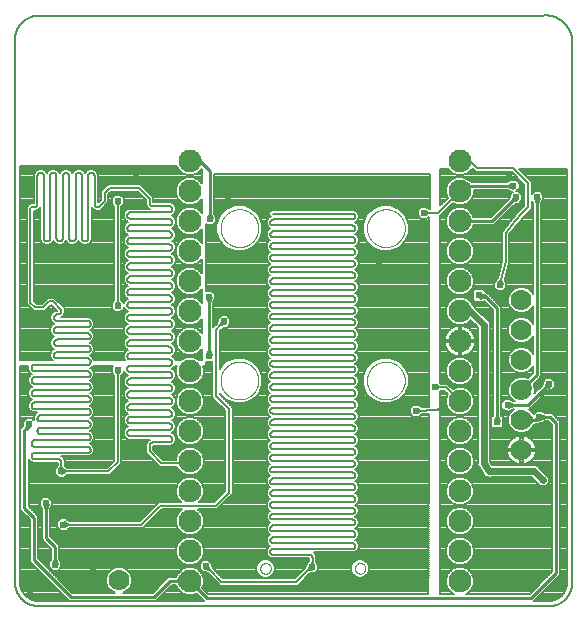
<source format=gbl>
G75*
%MOIN*%
%OFA0B0*%
%FSLAX25Y25*%
%IPPOS*%
%LPD*%
%AMOC8*
5,1,8,0,0,1.08239X$1,22.5*
%
%ADD10C,0.00700*%
%ADD11C,0.00000*%
%ADD12C,0.07600*%
%ADD13C,0.07000*%
%ADD14C,0.02400*%
%ADD15C,0.01400*%
%ADD16C,0.01000*%
%ADD17C,0.02000*%
%ADD18C,0.02400*%
%ADD19C,0.00800*%
%ADD20C,0.01600*%
%ADD21R,0.02400X0.02400*%
D10*
X0009830Y0018054D02*
X0179814Y0018054D01*
X0179814Y0019754D02*
X0174856Y0019754D01*
X0182830Y0027727D01*
X0183620Y0028518D01*
X0183620Y0079636D01*
X0181652Y0081605D01*
X0180861Y0082396D01*
X0178832Y0082396D01*
X0177925Y0082778D01*
X0177608Y0083096D01*
X0177174Y0083096D01*
X0177041Y0083152D01*
X0177041Y0083152D01*
X0176903Y0083096D01*
X0175910Y0083096D01*
X0175522Y0082709D01*
X0175413Y0082690D01*
X0175246Y0082456D01*
X0175188Y0082374D01*
X0174806Y0081992D01*
X0174575Y0082293D01*
X0174462Y0082565D01*
X0174053Y0082974D01*
X0173777Y0083334D01*
X0173761Y0083355D01*
X0173659Y0083368D01*
X0173388Y0083639D01*
X0174172Y0084423D01*
X0179397Y0089649D01*
X0180309Y0090019D01*
X0180757Y0090019D01*
X0181064Y0090326D01*
X0181198Y0090381D01*
X0181256Y0090518D01*
X0181958Y0091220D01*
X0181958Y0092918D01*
X0180757Y0094119D01*
X0179059Y0094119D01*
X0178357Y0093417D01*
X0178220Y0093359D01*
X0178220Y0093359D01*
X0178220Y0093359D01*
X0178165Y0093225D01*
X0177858Y0092918D01*
X0177858Y0092470D01*
X0177488Y0091558D01*
X0175095Y0089166D01*
X0175124Y0089236D01*
X0175124Y0089760D01*
X0175183Y0089834D01*
X0175155Y0090085D01*
X0175124Y0090349D01*
X0175124Y0090966D01*
X0175027Y0091201D01*
X0174907Y0092246D01*
X0176530Y0093869D01*
X0177321Y0094660D01*
X0177321Y0152201D01*
X0177704Y0153108D01*
X0178021Y0153425D01*
X0178021Y0153859D01*
X0178077Y0153992D01*
X0178077Y0153992D01*
X0178077Y0153992D01*
X0178021Y0154130D01*
X0178021Y0155123D01*
X0176820Y0156324D01*
X0175122Y0156324D01*
X0174155Y0155357D01*
X0174155Y0158556D01*
X0174155Y0159551D01*
X0169983Y0163723D01*
X0185988Y0163723D01*
X0185988Y0025928D01*
X0185912Y0024962D01*
X0185315Y0023125D01*
X0184179Y0021562D01*
X0182617Y0020426D01*
X0180780Y0019830D01*
X0179814Y0019754D01*
X0181763Y0020149D02*
X0175252Y0020149D01*
X0175950Y0020848D02*
X0183196Y0020848D01*
X0184158Y0021546D02*
X0176649Y0021546D01*
X0177347Y0022245D02*
X0184676Y0022245D01*
X0185183Y0022943D02*
X0178046Y0022943D01*
X0178744Y0023642D02*
X0185483Y0023642D01*
X0185710Y0024340D02*
X0179443Y0024340D01*
X0180141Y0025039D02*
X0185918Y0025039D01*
X0185973Y0025737D02*
X0180840Y0025737D01*
X0181538Y0026436D02*
X0185988Y0026436D01*
X0185988Y0027134D02*
X0182237Y0027134D01*
X0182935Y0027833D02*
X0185988Y0027833D01*
X0185988Y0028531D02*
X0183620Y0028531D01*
X0183620Y0029230D02*
X0185988Y0029230D01*
X0185988Y0029928D02*
X0183620Y0029928D01*
X0183620Y0030627D02*
X0185988Y0030627D01*
X0185988Y0031325D02*
X0183620Y0031325D01*
X0183620Y0032024D02*
X0185988Y0032024D01*
X0185988Y0032722D02*
X0183620Y0032722D01*
X0183620Y0033421D02*
X0185988Y0033421D01*
X0185988Y0034119D02*
X0183620Y0034119D01*
X0183620Y0034818D02*
X0185988Y0034818D01*
X0185988Y0035516D02*
X0183620Y0035516D01*
X0183620Y0036215D02*
X0185988Y0036215D01*
X0185988Y0036913D02*
X0183620Y0036913D01*
X0183620Y0037612D02*
X0185988Y0037612D01*
X0185988Y0038310D02*
X0183620Y0038310D01*
X0183620Y0039009D02*
X0185988Y0039009D01*
X0185988Y0039707D02*
X0183620Y0039707D01*
X0183620Y0040406D02*
X0185988Y0040406D01*
X0185988Y0041104D02*
X0183620Y0041104D01*
X0183620Y0041803D02*
X0185988Y0041803D01*
X0185988Y0042501D02*
X0183620Y0042501D01*
X0183620Y0043200D02*
X0185988Y0043200D01*
X0185988Y0043898D02*
X0183620Y0043898D01*
X0183620Y0044597D02*
X0185988Y0044597D01*
X0185988Y0045295D02*
X0183620Y0045295D01*
X0183620Y0045994D02*
X0185988Y0045994D01*
X0185988Y0046693D02*
X0183620Y0046693D01*
X0183620Y0047391D02*
X0185988Y0047391D01*
X0185988Y0048090D02*
X0183620Y0048090D01*
X0183620Y0048788D02*
X0185988Y0048788D01*
X0185988Y0049487D02*
X0183620Y0049487D01*
X0183620Y0050185D02*
X0185988Y0050185D01*
X0185988Y0050884D02*
X0183620Y0050884D01*
X0183620Y0051582D02*
X0185988Y0051582D01*
X0185988Y0052281D02*
X0183620Y0052281D01*
X0183620Y0052979D02*
X0185988Y0052979D01*
X0185988Y0053678D02*
X0183620Y0053678D01*
X0183620Y0054376D02*
X0185988Y0054376D01*
X0185988Y0055075D02*
X0183620Y0055075D01*
X0183620Y0055773D02*
X0185988Y0055773D01*
X0185988Y0056472D02*
X0183620Y0056472D01*
X0183620Y0057170D02*
X0185988Y0057170D01*
X0185988Y0057869D02*
X0183620Y0057869D01*
X0183620Y0058567D02*
X0185988Y0058567D01*
X0185988Y0059266D02*
X0183620Y0059266D01*
X0183620Y0059964D02*
X0185988Y0059964D01*
X0185988Y0060663D02*
X0183620Y0060663D01*
X0183620Y0061361D02*
X0185988Y0061361D01*
X0185988Y0062060D02*
X0183620Y0062060D01*
X0183620Y0062758D02*
X0185988Y0062758D01*
X0185988Y0063457D02*
X0183620Y0063457D01*
X0183620Y0064155D02*
X0185988Y0064155D01*
X0185988Y0064854D02*
X0183620Y0064854D01*
X0183620Y0065552D02*
X0185988Y0065552D01*
X0185988Y0066251D02*
X0183620Y0066251D01*
X0183620Y0066949D02*
X0185988Y0066949D01*
X0185988Y0067648D02*
X0183620Y0067648D01*
X0183620Y0068346D02*
X0185988Y0068346D01*
X0185988Y0069045D02*
X0183620Y0069045D01*
X0183620Y0069743D02*
X0185988Y0069743D01*
X0185988Y0070442D02*
X0183620Y0070442D01*
X0183620Y0071140D02*
X0185988Y0071140D01*
X0185988Y0071839D02*
X0183620Y0071839D01*
X0183620Y0072537D02*
X0185988Y0072537D01*
X0185988Y0073236D02*
X0183620Y0073236D01*
X0183620Y0073934D02*
X0185988Y0073934D01*
X0185988Y0074633D02*
X0183620Y0074633D01*
X0183620Y0075331D02*
X0185988Y0075331D01*
X0185988Y0076030D02*
X0183620Y0076030D01*
X0183620Y0076728D02*
X0185988Y0076728D01*
X0185988Y0077427D02*
X0183620Y0077427D01*
X0183620Y0078126D02*
X0185988Y0078126D01*
X0185988Y0078824D02*
X0183620Y0078824D01*
X0183620Y0079523D02*
X0185988Y0079523D01*
X0185988Y0080221D02*
X0183036Y0080221D01*
X0182337Y0080920D02*
X0185988Y0080920D01*
X0185988Y0081618D02*
X0181639Y0081618D01*
X0180940Y0082317D02*
X0185988Y0082317D01*
X0185988Y0083015D02*
X0177688Y0083015D01*
X0177041Y0083152D02*
X0177041Y0083152D01*
X0175829Y0083015D02*
X0174022Y0083015D01*
X0174565Y0082317D02*
X0175130Y0082317D01*
X0175413Y0082690D02*
X0175413Y0082690D01*
X0175413Y0082690D01*
X0174160Y0084412D02*
X0185988Y0084412D01*
X0185988Y0083714D02*
X0173462Y0083714D01*
X0174859Y0085111D02*
X0185988Y0085111D01*
X0185988Y0085809D02*
X0175557Y0085809D01*
X0176256Y0086508D02*
X0185988Y0086508D01*
X0185988Y0087206D02*
X0176954Y0087206D01*
X0177653Y0087905D02*
X0185988Y0087905D01*
X0185988Y0088603D02*
X0178351Y0088603D01*
X0179050Y0089302D02*
X0185988Y0089302D01*
X0185988Y0090000D02*
X0180262Y0090000D01*
X0181198Y0090381D02*
X0181198Y0090381D01*
X0181198Y0090381D01*
X0181437Y0090699D02*
X0185988Y0090699D01*
X0185988Y0091397D02*
X0181958Y0091397D01*
X0181958Y0092096D02*
X0185988Y0092096D01*
X0185988Y0092794D02*
X0181958Y0092794D01*
X0181384Y0093493D02*
X0185988Y0093493D01*
X0185988Y0094191D02*
X0176853Y0094191D01*
X0177321Y0094890D02*
X0185988Y0094890D01*
X0185988Y0095588D02*
X0177321Y0095588D01*
X0177321Y0096287D02*
X0185988Y0096287D01*
X0185988Y0096985D02*
X0177321Y0096985D01*
X0177321Y0097684D02*
X0185988Y0097684D01*
X0185988Y0098382D02*
X0177321Y0098382D01*
X0177321Y0099081D02*
X0185988Y0099081D01*
X0185988Y0099779D02*
X0177321Y0099779D01*
X0177321Y0100478D02*
X0185988Y0100478D01*
X0185988Y0101176D02*
X0177321Y0101176D01*
X0177321Y0101875D02*
X0185988Y0101875D01*
X0185988Y0102573D02*
X0177321Y0102573D01*
X0177321Y0103272D02*
X0185988Y0103272D01*
X0185988Y0103970D02*
X0177321Y0103970D01*
X0177321Y0104669D02*
X0185988Y0104669D01*
X0185988Y0105367D02*
X0177321Y0105367D01*
X0177321Y0106066D02*
X0185988Y0106066D01*
X0185988Y0106764D02*
X0177321Y0106764D01*
X0177321Y0107463D02*
X0185988Y0107463D01*
X0185988Y0108162D02*
X0177321Y0108162D01*
X0177321Y0108860D02*
X0185988Y0108860D01*
X0185988Y0109559D02*
X0177321Y0109559D01*
X0177321Y0110257D02*
X0185988Y0110257D01*
X0185988Y0110956D02*
X0177321Y0110956D01*
X0177321Y0111654D02*
X0185988Y0111654D01*
X0185988Y0112353D02*
X0177321Y0112353D01*
X0177321Y0113051D02*
X0185988Y0113051D01*
X0185988Y0113750D02*
X0177321Y0113750D01*
X0177321Y0114448D02*
X0185988Y0114448D01*
X0185988Y0115147D02*
X0177321Y0115147D01*
X0177321Y0115845D02*
X0185988Y0115845D01*
X0185988Y0116544D02*
X0177321Y0116544D01*
X0177321Y0117242D02*
X0185988Y0117242D01*
X0185988Y0117941D02*
X0177321Y0117941D01*
X0177321Y0118639D02*
X0185988Y0118639D01*
X0185988Y0119338D02*
X0177321Y0119338D01*
X0177321Y0120036D02*
X0185988Y0120036D01*
X0185988Y0120735D02*
X0177321Y0120735D01*
X0177321Y0121433D02*
X0185988Y0121433D01*
X0185988Y0122132D02*
X0177321Y0122132D01*
X0177321Y0122830D02*
X0185988Y0122830D01*
X0185988Y0123529D02*
X0177321Y0123529D01*
X0177321Y0124227D02*
X0185988Y0124227D01*
X0185988Y0124926D02*
X0177321Y0124926D01*
X0177321Y0125624D02*
X0185988Y0125624D01*
X0185988Y0126323D02*
X0177321Y0126323D01*
X0177321Y0127021D02*
X0185988Y0127021D01*
X0185988Y0127720D02*
X0177321Y0127720D01*
X0177321Y0128418D02*
X0185988Y0128418D01*
X0185988Y0129117D02*
X0177321Y0129117D01*
X0177321Y0129815D02*
X0185988Y0129815D01*
X0185988Y0130514D02*
X0177321Y0130514D01*
X0177321Y0131212D02*
X0185988Y0131212D01*
X0185988Y0131911D02*
X0177321Y0131911D01*
X0177321Y0132609D02*
X0185988Y0132609D01*
X0185988Y0133308D02*
X0177321Y0133308D01*
X0177321Y0134006D02*
X0185988Y0134006D01*
X0185988Y0134705D02*
X0177321Y0134705D01*
X0177321Y0135403D02*
X0185988Y0135403D01*
X0185988Y0136102D02*
X0177321Y0136102D01*
X0177321Y0136800D02*
X0185988Y0136800D01*
X0185988Y0137499D02*
X0177321Y0137499D01*
X0177321Y0138197D02*
X0185988Y0138197D01*
X0185988Y0138896D02*
X0177321Y0138896D01*
X0177321Y0139595D02*
X0185988Y0139595D01*
X0185988Y0140293D02*
X0177321Y0140293D01*
X0177321Y0140992D02*
X0185988Y0140992D01*
X0185988Y0141690D02*
X0177321Y0141690D01*
X0177321Y0142389D02*
X0185988Y0142389D01*
X0185988Y0143087D02*
X0177321Y0143087D01*
X0177321Y0143786D02*
X0185988Y0143786D01*
X0185988Y0144484D02*
X0177321Y0144484D01*
X0177321Y0145183D02*
X0185988Y0145183D01*
X0185988Y0145881D02*
X0177321Y0145881D01*
X0177321Y0146580D02*
X0185988Y0146580D01*
X0185988Y0147278D02*
X0177321Y0147278D01*
X0177321Y0147977D02*
X0185988Y0147977D01*
X0185988Y0148675D02*
X0177321Y0148675D01*
X0177321Y0149374D02*
X0185988Y0149374D01*
X0185988Y0150072D02*
X0177321Y0150072D01*
X0177321Y0150771D02*
X0185988Y0150771D01*
X0185988Y0151469D02*
X0177321Y0151469D01*
X0177321Y0152168D02*
X0185988Y0152168D01*
X0185988Y0152866D02*
X0177602Y0152866D01*
X0178021Y0153565D02*
X0185988Y0153565D01*
X0185988Y0154263D02*
X0178021Y0154263D01*
X0178021Y0154962D02*
X0185988Y0154962D01*
X0185988Y0155660D02*
X0177484Y0155660D01*
X0174458Y0155660D02*
X0174155Y0155660D01*
X0174155Y0156359D02*
X0185988Y0156359D01*
X0185988Y0157057D02*
X0174155Y0157057D01*
X0174155Y0157756D02*
X0185988Y0157756D01*
X0185988Y0158454D02*
X0174155Y0158454D01*
X0174155Y0159153D02*
X0185988Y0159153D01*
X0185988Y0159851D02*
X0173855Y0159851D01*
X0173156Y0160550D02*
X0185988Y0160550D01*
X0185988Y0161248D02*
X0172458Y0161248D01*
X0171759Y0161947D02*
X0185988Y0161947D01*
X0185988Y0162645D02*
X0171061Y0162645D01*
X0170362Y0163344D02*
X0185988Y0163344D01*
X0174238Y0153108D02*
X0174621Y0152201D01*
X0174621Y0122181D01*
X0174462Y0122565D01*
X0173238Y0123789D01*
X0171640Y0124451D01*
X0169909Y0124451D01*
X0168310Y0123789D01*
X0167087Y0122565D01*
X0166424Y0120966D01*
X0166424Y0119236D01*
X0167087Y0117637D01*
X0168310Y0116413D01*
X0169909Y0115751D01*
X0171640Y0115751D01*
X0173238Y0116413D01*
X0174462Y0117637D01*
X0174621Y0118021D01*
X0174621Y0112181D01*
X0174462Y0112565D01*
X0173238Y0113789D01*
X0171640Y0114451D01*
X0169909Y0114451D01*
X0168310Y0113789D01*
X0167087Y0112565D01*
X0166424Y0110966D01*
X0166424Y0109236D01*
X0167087Y0107637D01*
X0168310Y0106413D01*
X0169909Y0105751D01*
X0171640Y0105751D01*
X0173238Y0106413D01*
X0174462Y0107637D01*
X0174621Y0108021D01*
X0174621Y0102181D01*
X0174462Y0102565D01*
X0173238Y0103789D01*
X0171640Y0104451D01*
X0169909Y0104451D01*
X0168310Y0103789D01*
X0167087Y0102565D01*
X0166424Y0100966D01*
X0166424Y0099236D01*
X0167087Y0097637D01*
X0168310Y0096413D01*
X0169909Y0095751D01*
X0171640Y0095751D01*
X0173238Y0096413D01*
X0174462Y0097637D01*
X0174621Y0098021D01*
X0174621Y0095778D01*
X0173007Y0094164D01*
X0171947Y0094323D01*
X0171640Y0094451D01*
X0171100Y0094451D01*
X0170888Y0094483D01*
X0170663Y0094516D01*
X0170575Y0094451D01*
X0169909Y0094451D01*
X0168310Y0093789D01*
X0167087Y0092565D01*
X0166424Y0090966D01*
X0166424Y0089236D01*
X0167087Y0087637D01*
X0168310Y0086413D01*
X0168504Y0086333D01*
X0168202Y0086333D01*
X0167295Y0086715D01*
X0166978Y0087033D01*
X0166544Y0087033D01*
X0166411Y0087089D01*
X0166411Y0087089D01*
X0166273Y0087033D01*
X0165280Y0087033D01*
X0164079Y0085832D01*
X0164079Y0084134D01*
X0165280Y0082933D01*
X0166273Y0082933D01*
X0166411Y0082877D01*
X0166411Y0082877D01*
X0166411Y0082877D01*
X0166544Y0082933D01*
X0166978Y0082933D01*
X0167295Y0083250D01*
X0168120Y0083598D01*
X0167087Y0082565D01*
X0166424Y0080966D01*
X0166424Y0079236D01*
X0167087Y0077637D01*
X0168310Y0076413D01*
X0169909Y0075751D01*
X0171640Y0075751D01*
X0173238Y0076413D01*
X0173659Y0076833D01*
X0173761Y0076847D01*
X0174053Y0077228D01*
X0174462Y0077637D01*
X0174575Y0077908D01*
X0174693Y0078063D01*
X0174693Y0078063D01*
X0175203Y0078728D01*
X0175339Y0078751D01*
X0176373Y0078751D01*
X0176563Y0078941D01*
X0176906Y0078994D01*
X0177041Y0078940D01*
X0177174Y0078996D01*
X0177608Y0078996D01*
X0177925Y0079313D01*
X0178832Y0079696D01*
X0179743Y0079696D01*
X0180920Y0078518D01*
X0180920Y0029636D01*
X0173444Y0022159D01*
X0152137Y0022159D01*
X0152857Y0022458D01*
X0154165Y0023766D01*
X0154873Y0025475D01*
X0154873Y0027325D01*
X0154165Y0029034D01*
X0152857Y0030342D01*
X0151148Y0031050D01*
X0149298Y0031050D01*
X0147589Y0030342D01*
X0146281Y0029034D01*
X0145573Y0027325D01*
X0145573Y0025475D01*
X0146281Y0023766D01*
X0147589Y0022458D01*
X0148310Y0022159D01*
X0143688Y0022159D01*
X0143688Y0089656D01*
X0144057Y0089854D01*
X0145073Y0089854D01*
X0146167Y0088759D01*
X0146119Y0088643D01*
X0146103Y0088619D01*
X0146039Y0088528D01*
X0146049Y0088473D01*
X0145573Y0087325D01*
X0145573Y0085475D01*
X0146281Y0083766D01*
X0147589Y0082458D01*
X0149298Y0081750D01*
X0151148Y0081750D01*
X0152857Y0082458D01*
X0154165Y0083766D01*
X0154873Y0085475D01*
X0154873Y0087325D01*
X0154165Y0089034D01*
X0152857Y0090342D01*
X0151148Y0091050D01*
X0149298Y0091050D01*
X0148150Y0090574D01*
X0148095Y0090584D01*
X0147980Y0090504D01*
X0147864Y0090456D01*
X0146770Y0091551D01*
X0146067Y0092254D01*
X0144057Y0092254D01*
X0143688Y0092451D01*
X0143688Y0148097D01*
X0147914Y0152323D01*
X0148265Y0152178D01*
X0148283Y0152169D01*
X0148700Y0151954D01*
X0148700Y0151954D01*
X0148760Y0151973D01*
X0149298Y0151750D01*
X0151148Y0151750D01*
X0152857Y0152458D01*
X0154165Y0153766D01*
X0154873Y0155475D01*
X0154873Y0156195D01*
X0154934Y0156276D01*
X0154921Y0156372D01*
X0154873Y0156719D01*
X0154873Y0156861D01*
X0166024Y0156861D01*
X0166931Y0156478D01*
X0167248Y0156161D01*
X0167682Y0156161D01*
X0167815Y0156105D01*
X0167815Y0156105D01*
X0167817Y0156106D01*
X0167333Y0155622D01*
X0167196Y0155564D01*
X0167196Y0155564D01*
X0167142Y0155430D01*
X0166835Y0155123D01*
X0166835Y0154675D01*
X0166464Y0153763D01*
X0160451Y0147750D01*
X0154792Y0147750D01*
X0154746Y0147773D01*
X0154445Y0148358D01*
X0154165Y0149034D01*
X0154025Y0149175D01*
X0154006Y0149210D01*
X0153981Y0149219D01*
X0152857Y0150342D01*
X0151148Y0151050D01*
X0149298Y0151050D01*
X0147589Y0150342D01*
X0146281Y0149034D01*
X0145573Y0147325D01*
X0145573Y0145475D01*
X0146281Y0143766D01*
X0147589Y0142458D01*
X0149298Y0141750D01*
X0151148Y0141750D01*
X0152857Y0142458D01*
X0153981Y0143581D01*
X0154006Y0143589D01*
X0154025Y0143625D01*
X0154165Y0143766D01*
X0154445Y0144442D01*
X0154708Y0144952D01*
X0154746Y0145026D01*
X0154792Y0145050D01*
X0161570Y0145050D01*
X0162361Y0145841D01*
X0168373Y0151853D01*
X0169285Y0152224D01*
X0169734Y0152224D01*
X0170041Y0152531D01*
X0170174Y0152585D01*
X0170174Y0152585D01*
X0170174Y0152585D01*
X0170232Y0152723D01*
X0170935Y0153425D01*
X0170935Y0155123D01*
X0169734Y0156324D01*
X0169109Y0156324D01*
X0170147Y0157362D01*
X0170147Y0159060D01*
X0168946Y0160261D01*
X0167953Y0160261D01*
X0167815Y0160317D01*
X0167682Y0160261D01*
X0167248Y0160261D01*
X0166931Y0159944D01*
X0166024Y0159561D01*
X0154210Y0159561D01*
X0153795Y0159778D01*
X0153307Y0160148D01*
X0153134Y0160125D01*
X0153010Y0160190D01*
X0152857Y0160342D01*
X0152196Y0160616D01*
X0151702Y0160875D01*
X0151628Y0160851D01*
X0151148Y0161050D01*
X0149298Y0161050D01*
X0147589Y0160342D01*
X0146281Y0159034D01*
X0145573Y0157325D01*
X0145573Y0155475D01*
X0145796Y0154937D01*
X0145777Y0154877D01*
X0145992Y0154460D01*
X0146001Y0154441D01*
X0146147Y0154091D01*
X0143688Y0151632D01*
X0143688Y0163723D01*
X0146324Y0163723D01*
X0147589Y0162458D01*
X0149298Y0161750D01*
X0151148Y0161750D01*
X0152857Y0162458D01*
X0154122Y0163723D01*
X0154589Y0163723D01*
X0155458Y0162854D01*
X0167458Y0162854D01*
X0171756Y0158556D01*
X0171756Y0151551D01*
X0170427Y0150222D01*
X0170383Y0150219D01*
X0170080Y0149875D01*
X0169756Y0149551D01*
X0169756Y0149506D01*
X0167935Y0147438D01*
X0167901Y0147434D01*
X0167610Y0147068D01*
X0167301Y0146717D01*
X0167303Y0146683D01*
X0164571Y0143248D01*
X0164267Y0142944D01*
X0164267Y0142866D01*
X0164219Y0142805D01*
X0164267Y0142379D01*
X0164267Y0133312D01*
X0162980Y0127565D01*
X0162980Y0127565D01*
X0162937Y0127374D01*
X0162422Y0126777D01*
X0162422Y0126777D01*
X0162146Y0126458D01*
X0161598Y0125911D01*
X0161598Y0124212D01*
X0162799Y0123011D01*
X0164498Y0123011D01*
X0165698Y0124212D01*
X0165698Y0125029D01*
X0165757Y0125132D01*
X0165698Y0125341D01*
X0165698Y0125911D01*
X0165479Y0126130D01*
X0165279Y0126849D01*
X0165322Y0127041D01*
X0166562Y0132577D01*
X0166667Y0132682D01*
X0166667Y0133047D01*
X0166747Y0133402D01*
X0166667Y0133528D01*
X0166667Y0142028D01*
X0169451Y0145527D01*
X0171831Y0148232D01*
X0173453Y0149854D01*
X0174155Y0150556D01*
X0174155Y0153191D01*
X0174238Y0153108D01*
X0174155Y0152866D02*
X0174340Y0152866D01*
X0174155Y0152168D02*
X0174621Y0152168D01*
X0174621Y0151469D02*
X0174155Y0151469D01*
X0174155Y0150771D02*
X0174621Y0150771D01*
X0174621Y0150072D02*
X0173671Y0150072D01*
X0172973Y0149374D02*
X0174621Y0149374D01*
X0174621Y0148675D02*
X0172274Y0148675D01*
X0171606Y0147977D02*
X0174621Y0147977D01*
X0174621Y0147278D02*
X0170992Y0147278D01*
X0170377Y0146580D02*
X0174621Y0146580D01*
X0174621Y0145881D02*
X0169762Y0145881D01*
X0169177Y0145183D02*
X0174621Y0145183D01*
X0174621Y0144484D02*
X0168621Y0144484D01*
X0168065Y0143786D02*
X0174621Y0143786D01*
X0174621Y0143087D02*
X0167510Y0143087D01*
X0166954Y0142389D02*
X0174621Y0142389D01*
X0174621Y0141690D02*
X0166667Y0141690D01*
X0166667Y0140992D02*
X0174621Y0140992D01*
X0174621Y0140293D02*
X0166667Y0140293D01*
X0166667Y0139595D02*
X0174621Y0139595D01*
X0174621Y0138896D02*
X0166667Y0138896D01*
X0166667Y0138197D02*
X0174621Y0138197D01*
X0174621Y0137499D02*
X0166667Y0137499D01*
X0166667Y0136800D02*
X0174621Y0136800D01*
X0174621Y0136102D02*
X0166667Y0136102D01*
X0166667Y0135403D02*
X0174621Y0135403D01*
X0174621Y0134705D02*
X0166667Y0134705D01*
X0166667Y0134006D02*
X0174621Y0134006D01*
X0174621Y0133308D02*
X0166726Y0133308D01*
X0166594Y0132609D02*
X0174621Y0132609D01*
X0174621Y0131911D02*
X0166413Y0131911D01*
X0166256Y0131212D02*
X0174621Y0131212D01*
X0174621Y0130514D02*
X0166100Y0130514D01*
X0165943Y0129815D02*
X0174621Y0129815D01*
X0174621Y0129117D02*
X0165787Y0129117D01*
X0165630Y0128418D02*
X0174621Y0128418D01*
X0174621Y0127720D02*
X0165474Y0127720D01*
X0165317Y0127021D02*
X0174621Y0127021D01*
X0174621Y0126323D02*
X0165425Y0126323D01*
X0165698Y0125624D02*
X0174621Y0125624D01*
X0174621Y0124926D02*
X0165698Y0124926D01*
X0165698Y0124227D02*
X0169370Y0124227D01*
X0168051Y0123529D02*
X0165015Y0123529D01*
X0164467Y0125289D02*
X0163648Y0125061D01*
X0163005Y0125617D01*
X0164042Y0126818D01*
X0164467Y0125289D01*
X0163648Y0125061D02*
X0164042Y0126818D01*
X0165467Y0133180D01*
X0165467Y0142447D01*
X0168530Y0146298D01*
X0170956Y0149054D01*
X0172956Y0151054D01*
X0172956Y0159054D01*
X0167956Y0164054D01*
X0155956Y0164054D01*
X0153363Y0166646D01*
X0152956Y0167054D01*
X0150956Y0167054D01*
X0150609Y0166400D01*
X0150223Y0166400D01*
X0153045Y0162645D02*
X0167667Y0162645D01*
X0168365Y0161947D02*
X0151623Y0161947D01*
X0151702Y0160875D02*
X0151702Y0160875D01*
X0151702Y0160875D01*
X0152356Y0160550D02*
X0169762Y0160550D01*
X0169356Y0159851D02*
X0170461Y0159851D01*
X0170055Y0159153D02*
X0171159Y0159153D01*
X0171756Y0158454D02*
X0170147Y0158454D01*
X0170147Y0157756D02*
X0171756Y0157756D01*
X0171756Y0157057D02*
X0169843Y0157057D01*
X0169144Y0156359D02*
X0171756Y0156359D01*
X0171756Y0155660D02*
X0170398Y0155660D01*
X0170935Y0154962D02*
X0171756Y0154962D01*
X0171756Y0154263D02*
X0170935Y0154263D01*
X0170935Y0153565D02*
X0171756Y0153565D01*
X0171756Y0152866D02*
X0170376Y0152866D01*
X0169147Y0152168D02*
X0171756Y0152168D01*
X0171674Y0151469D02*
X0167989Y0151469D01*
X0167291Y0150771D02*
X0170976Y0150771D01*
X0170253Y0150072D02*
X0166592Y0150072D01*
X0165893Y0149374D02*
X0169639Y0149374D01*
X0169024Y0148675D02*
X0165195Y0148675D01*
X0164496Y0147977D02*
X0168409Y0147977D01*
X0167777Y0147278D02*
X0163798Y0147278D01*
X0163099Y0146580D02*
X0167221Y0146580D01*
X0166666Y0145881D02*
X0162401Y0145881D01*
X0161702Y0145183D02*
X0166110Y0145183D01*
X0165554Y0144484D02*
X0154467Y0144484D01*
X0154708Y0144952D02*
X0154708Y0144952D01*
X0154173Y0143786D02*
X0164999Y0143786D01*
X0164410Y0143087D02*
X0153486Y0143087D01*
X0152690Y0142389D02*
X0164266Y0142389D01*
X0164267Y0141690D02*
X0143688Y0141690D01*
X0143688Y0140992D02*
X0149157Y0140992D01*
X0149298Y0141050D02*
X0147589Y0140342D01*
X0146281Y0139034D01*
X0145573Y0137325D01*
X0145573Y0135475D01*
X0146281Y0133766D01*
X0147589Y0132458D01*
X0149298Y0131750D01*
X0151148Y0131750D01*
X0152857Y0132458D01*
X0154165Y0133766D01*
X0154873Y0135475D01*
X0154873Y0137325D01*
X0154165Y0139034D01*
X0152857Y0140342D01*
X0151148Y0141050D01*
X0149298Y0141050D01*
X0147540Y0140293D02*
X0143688Y0140293D01*
X0143688Y0139595D02*
X0146842Y0139595D01*
X0146224Y0138896D02*
X0143688Y0138896D01*
X0143688Y0138197D02*
X0145935Y0138197D01*
X0145645Y0137499D02*
X0143688Y0137499D01*
X0143688Y0136800D02*
X0145573Y0136800D01*
X0145573Y0136102D02*
X0143688Y0136102D01*
X0143688Y0135403D02*
X0145603Y0135403D01*
X0145892Y0134705D02*
X0143688Y0134705D01*
X0143688Y0134006D02*
X0146182Y0134006D01*
X0146739Y0133308D02*
X0143688Y0133308D01*
X0143688Y0132609D02*
X0147438Y0132609D01*
X0148910Y0131911D02*
X0143688Y0131911D01*
X0143688Y0131212D02*
X0163797Y0131212D01*
X0163640Y0130514D02*
X0152442Y0130514D01*
X0152857Y0130342D02*
X0151148Y0131050D01*
X0149298Y0131050D01*
X0147589Y0130342D01*
X0146281Y0129034D01*
X0145573Y0127325D01*
X0145573Y0125475D01*
X0146281Y0123766D01*
X0147589Y0122458D01*
X0149298Y0121750D01*
X0151148Y0121750D01*
X0152857Y0122458D01*
X0154165Y0123766D01*
X0154873Y0125475D01*
X0154873Y0127325D01*
X0154165Y0129034D01*
X0152857Y0130342D01*
X0153384Y0129815D02*
X0163484Y0129815D01*
X0163327Y0129117D02*
X0154082Y0129117D01*
X0154420Y0128418D02*
X0163171Y0128418D01*
X0163014Y0127720D02*
X0154710Y0127720D01*
X0154873Y0127021D02*
X0162632Y0127021D01*
X0162011Y0126323D02*
X0154873Y0126323D01*
X0154873Y0125624D02*
X0161598Y0125624D01*
X0161598Y0124926D02*
X0154646Y0124926D01*
X0154356Y0124227D02*
X0161598Y0124227D01*
X0162282Y0123529D02*
X0158350Y0123529D01*
X0158232Y0123647D02*
X0157223Y0123647D01*
X0157209Y0123655D01*
X0157193Y0123651D01*
X0157179Y0123647D01*
X0155128Y0123647D01*
X0154630Y0123149D01*
X0154630Y0120045D01*
X0155128Y0119547D01*
X0156576Y0119547D01*
X0156711Y0119472D01*
X0156711Y0119472D01*
X0156970Y0119547D01*
X0158232Y0119547D01*
X0158314Y0119629D01*
X0161235Y0116707D01*
X0161235Y0081544D01*
X0161226Y0081521D01*
X0161033Y0081521D01*
X0160535Y0081023D01*
X0160535Y0079886D01*
X0160479Y0079753D01*
X0160535Y0079615D01*
X0160535Y0077919D01*
X0161033Y0077421D01*
X0164138Y0077421D01*
X0164635Y0077919D01*
X0164635Y0079615D01*
X0164692Y0079753D01*
X0164635Y0079886D01*
X0164635Y0081023D01*
X0164138Y0081521D01*
X0163945Y0081521D01*
X0163935Y0081544D01*
X0163935Y0117825D01*
X0159817Y0121943D01*
X0159675Y0122086D01*
X0159621Y0122280D01*
X0159612Y0122286D01*
X0159609Y0122296D01*
X0159287Y0122474D01*
X0158814Y0122947D01*
X0158730Y0122947D01*
X0158730Y0123149D01*
X0158232Y0123647D01*
X0158930Y0122830D02*
X0167352Y0122830D01*
X0166907Y0122132D02*
X0159662Y0122132D01*
X0160328Y0121433D02*
X0166618Y0121433D01*
X0166424Y0120735D02*
X0161026Y0120735D01*
X0161725Y0120036D02*
X0166424Y0120036D01*
X0166424Y0119338D02*
X0162423Y0119338D01*
X0163122Y0118639D02*
X0166671Y0118639D01*
X0166961Y0117941D02*
X0163820Y0117941D01*
X0163935Y0117242D02*
X0167481Y0117242D01*
X0168180Y0116544D02*
X0163935Y0116544D01*
X0163935Y0115845D02*
X0169681Y0115845D01*
X0169903Y0114448D02*
X0163935Y0114448D01*
X0163935Y0113750D02*
X0168271Y0113750D01*
X0167573Y0113051D02*
X0163935Y0113051D01*
X0163935Y0112353D02*
X0166999Y0112353D01*
X0166709Y0111654D02*
X0163935Y0111654D01*
X0163935Y0110956D02*
X0166424Y0110956D01*
X0166424Y0110257D02*
X0163935Y0110257D01*
X0163935Y0109559D02*
X0166424Y0109559D01*
X0166580Y0108860D02*
X0163935Y0108860D01*
X0163935Y0108162D02*
X0166869Y0108162D01*
X0167260Y0107463D02*
X0163935Y0107463D01*
X0163935Y0106764D02*
X0167959Y0106764D01*
X0169148Y0106066D02*
X0163935Y0106066D01*
X0163935Y0105367D02*
X0174621Y0105367D01*
X0174621Y0104669D02*
X0163935Y0104669D01*
X0163935Y0103970D02*
X0168749Y0103970D01*
X0167794Y0103272D02*
X0163935Y0103272D01*
X0163935Y0102573D02*
X0167095Y0102573D01*
X0166801Y0101875D02*
X0163935Y0101875D01*
X0163935Y0101176D02*
X0166512Y0101176D01*
X0166424Y0100478D02*
X0163935Y0100478D01*
X0163935Y0099779D02*
X0166424Y0099779D01*
X0166488Y0099081D02*
X0163935Y0099081D01*
X0163935Y0098382D02*
X0166778Y0098382D01*
X0167067Y0097684D02*
X0163935Y0097684D01*
X0163935Y0096985D02*
X0167738Y0096985D01*
X0168615Y0096287D02*
X0163935Y0096287D01*
X0163935Y0095588D02*
X0174431Y0095588D01*
X0174621Y0096287D02*
X0172934Y0096287D01*
X0173811Y0096985D02*
X0174621Y0096985D01*
X0174621Y0097684D02*
X0174482Y0097684D01*
X0173733Y0094890D02*
X0163935Y0094890D01*
X0163935Y0094191D02*
X0169283Y0094191D01*
X0170663Y0094516D02*
X0170663Y0094516D01*
X0170663Y0094516D01*
X0172826Y0094191D02*
X0173034Y0094191D01*
X0175456Y0092794D02*
X0177858Y0092794D01*
X0177706Y0092096D02*
X0174925Y0092096D01*
X0175004Y0091397D02*
X0177327Y0091397D01*
X0176629Y0090699D02*
X0175124Y0090699D01*
X0175164Y0090000D02*
X0175930Y0090000D01*
X0175183Y0089834D02*
X0175183Y0089834D01*
X0175232Y0089302D02*
X0175124Y0089302D01*
X0176154Y0093493D02*
X0178433Y0093493D01*
X0174621Y0102573D02*
X0174454Y0102573D01*
X0174621Y0103272D02*
X0173755Y0103272D01*
X0174621Y0103970D02*
X0172799Y0103970D01*
X0172401Y0106066D02*
X0174621Y0106066D01*
X0174621Y0106764D02*
X0173590Y0106764D01*
X0174288Y0107463D02*
X0174621Y0107463D01*
X0174550Y0112353D02*
X0174621Y0112353D01*
X0174621Y0113051D02*
X0173976Y0113051D01*
X0174621Y0113750D02*
X0173277Y0113750D01*
X0174621Y0114448D02*
X0171646Y0114448D01*
X0171867Y0115845D02*
X0174621Y0115845D01*
X0174621Y0115147D02*
X0163935Y0115147D01*
X0161235Y0115147D02*
X0157762Y0115147D01*
X0158460Y0114448D02*
X0161235Y0114448D01*
X0161235Y0113750D02*
X0159159Y0113750D01*
X0159857Y0113051D02*
X0161235Y0113051D01*
X0161235Y0112353D02*
X0160218Y0112353D01*
X0160218Y0112690D02*
X0155659Y0117249D01*
X0154458Y0118450D01*
X0154455Y0118450D01*
X0154334Y0118626D01*
X0154165Y0119034D01*
X0153817Y0119382D01*
X0153583Y0119725D01*
X0153583Y0119725D01*
X0153583Y0119725D01*
X0153449Y0119751D01*
X0152857Y0120342D01*
X0151148Y0121050D01*
X0149298Y0121050D01*
X0147589Y0120342D01*
X0146281Y0119034D01*
X0145573Y0117325D01*
X0145573Y0115475D01*
X0146281Y0113766D01*
X0147589Y0112458D01*
X0149298Y0111750D01*
X0151148Y0111750D01*
X0152857Y0112458D01*
X0153449Y0113049D01*
X0153583Y0113075D01*
X0153766Y0113344D01*
X0156118Y0110992D01*
X0156118Y0065812D01*
X0156000Y0065157D01*
X0156118Y0064987D01*
X0156118Y0064779D01*
X0156589Y0064309D01*
X0157906Y0062412D01*
X0157906Y0062204D01*
X0158376Y0061734D01*
X0158756Y0061187D01*
X0158960Y0061150D01*
X0159106Y0061004D01*
X0159772Y0061004D01*
X0160427Y0060885D01*
X0160597Y0061004D01*
X0174106Y0061004D01*
X0177106Y0058004D01*
X0178805Y0058004D01*
X0180005Y0059204D01*
X0180005Y0060903D01*
X0177005Y0063903D01*
X0175805Y0065104D01*
X0161028Y0065104D01*
X0160218Y0066270D01*
X0160218Y0112690D01*
X0160218Y0111654D02*
X0161235Y0111654D01*
X0161235Y0110956D02*
X0160218Y0110956D01*
X0160218Y0110257D02*
X0161235Y0110257D01*
X0161235Y0109559D02*
X0160218Y0109559D01*
X0160218Y0108860D02*
X0161235Y0108860D01*
X0161235Y0108162D02*
X0160218Y0108162D01*
X0160218Y0107463D02*
X0161235Y0107463D01*
X0161235Y0106764D02*
X0160218Y0106764D01*
X0160218Y0106066D02*
X0161235Y0106066D01*
X0161235Y0105367D02*
X0160218Y0105367D01*
X0160218Y0104669D02*
X0161235Y0104669D01*
X0161235Y0103970D02*
X0160218Y0103970D01*
X0160218Y0103272D02*
X0161235Y0103272D01*
X0161235Y0102573D02*
X0160218Y0102573D01*
X0160218Y0101875D02*
X0161235Y0101875D01*
X0161235Y0101176D02*
X0160218Y0101176D01*
X0160218Y0100478D02*
X0161235Y0100478D01*
X0161235Y0099779D02*
X0160218Y0099779D01*
X0160218Y0099081D02*
X0161235Y0099081D01*
X0161235Y0098382D02*
X0160218Y0098382D01*
X0160218Y0097684D02*
X0161235Y0097684D01*
X0161235Y0096985D02*
X0160218Y0096985D01*
X0160218Y0096287D02*
X0161235Y0096287D01*
X0161235Y0095588D02*
X0160218Y0095588D01*
X0160218Y0094890D02*
X0161235Y0094890D01*
X0161235Y0094191D02*
X0160218Y0094191D01*
X0160218Y0093493D02*
X0161235Y0093493D01*
X0161235Y0092794D02*
X0160218Y0092794D01*
X0160218Y0092096D02*
X0161235Y0092096D01*
X0161235Y0091397D02*
X0160218Y0091397D01*
X0160218Y0090699D02*
X0161235Y0090699D01*
X0161235Y0090000D02*
X0160218Y0090000D01*
X0160218Y0089302D02*
X0161235Y0089302D01*
X0161235Y0088603D02*
X0160218Y0088603D01*
X0160218Y0087905D02*
X0161235Y0087905D01*
X0161235Y0087206D02*
X0160218Y0087206D01*
X0160218Y0086508D02*
X0161235Y0086508D01*
X0161235Y0085809D02*
X0160218Y0085809D01*
X0160218Y0085111D02*
X0161235Y0085111D01*
X0161235Y0084412D02*
X0160218Y0084412D01*
X0160218Y0083714D02*
X0161235Y0083714D01*
X0161235Y0083015D02*
X0160218Y0083015D01*
X0160218Y0082317D02*
X0161235Y0082317D01*
X0161235Y0081618D02*
X0160218Y0081618D01*
X0160218Y0080920D02*
X0160535Y0080920D01*
X0160535Y0080221D02*
X0160218Y0080221D01*
X0160479Y0079753D02*
X0160479Y0079753D01*
X0160535Y0079523D02*
X0160218Y0079523D01*
X0160218Y0078824D02*
X0160535Y0078824D01*
X0160535Y0078126D02*
X0160218Y0078126D01*
X0160218Y0077427D02*
X0161027Y0077427D01*
X0160218Y0076728D02*
X0167995Y0076728D01*
X0167296Y0077427D02*
X0164144Y0077427D01*
X0164635Y0078126D02*
X0166884Y0078126D01*
X0166595Y0078824D02*
X0164635Y0078824D01*
X0164635Y0079523D02*
X0166424Y0079523D01*
X0166424Y0080221D02*
X0164635Y0080221D01*
X0164691Y0079753D02*
X0164692Y0079753D01*
X0164691Y0079753D01*
X0164635Y0080920D02*
X0166424Y0080920D01*
X0166694Y0081618D02*
X0163935Y0081618D01*
X0163935Y0082317D02*
X0166984Y0082317D01*
X0167060Y0083015D02*
X0167537Y0083015D01*
X0165197Y0083015D02*
X0163935Y0083015D01*
X0163935Y0083714D02*
X0164499Y0083714D01*
X0164079Y0084412D02*
X0163935Y0084412D01*
X0163935Y0085111D02*
X0164079Y0085111D01*
X0164079Y0085809D02*
X0163935Y0085809D01*
X0163935Y0086508D02*
X0164755Y0086508D01*
X0163935Y0087206D02*
X0167517Y0087206D01*
X0167787Y0086508D02*
X0168216Y0086508D01*
X0166976Y0087905D02*
X0163935Y0087905D01*
X0163935Y0088603D02*
X0166686Y0088603D01*
X0166424Y0089302D02*
X0163935Y0089302D01*
X0163935Y0090000D02*
X0166424Y0090000D01*
X0166424Y0090699D02*
X0163935Y0090699D01*
X0163935Y0091397D02*
X0166603Y0091397D01*
X0166892Y0092096D02*
X0163935Y0092096D01*
X0163935Y0092794D02*
X0167316Y0092794D01*
X0168015Y0093493D02*
X0163935Y0093493D01*
X0166411Y0087089D02*
X0166411Y0087089D01*
X0174741Y0078126D02*
X0180920Y0078126D01*
X0180920Y0077427D02*
X0174252Y0077427D01*
X0173554Y0076728D02*
X0180920Y0076728D01*
X0180920Y0076030D02*
X0172314Y0076030D01*
X0171910Y0074831D02*
X0171156Y0074951D01*
X0171124Y0074951D01*
X0171124Y0070451D01*
X0170424Y0070451D01*
X0170424Y0069751D01*
X0165924Y0069751D01*
X0165924Y0069719D01*
X0166044Y0068965D01*
X0166280Y0068239D01*
X0166626Y0067559D01*
X0167075Y0066941D01*
X0167615Y0066401D01*
X0168232Y0065953D01*
X0168913Y0065606D01*
X0169639Y0065370D01*
X0170393Y0065251D01*
X0170424Y0065251D01*
X0170424Y0069751D01*
X0171124Y0069751D01*
X0171124Y0065251D01*
X0171156Y0065251D01*
X0171910Y0065370D01*
X0172636Y0065606D01*
X0173316Y0065953D01*
X0173934Y0066401D01*
X0174474Y0066941D01*
X0174922Y0067559D01*
X0175269Y0068239D01*
X0175505Y0068965D01*
X0175624Y0069719D01*
X0175624Y0069751D01*
X0171124Y0069751D01*
X0171124Y0070451D01*
X0175624Y0070451D01*
X0175624Y0070482D01*
X0175505Y0071236D01*
X0175269Y0071963D01*
X0174922Y0072643D01*
X0174474Y0073260D01*
X0173934Y0073800D01*
X0173316Y0074249D01*
X0172636Y0074595D01*
X0171910Y0074831D01*
X0172521Y0074633D02*
X0180920Y0074633D01*
X0180920Y0075331D02*
X0160218Y0075331D01*
X0160218Y0074633D02*
X0169028Y0074633D01*
X0168913Y0074595D02*
X0168232Y0074249D01*
X0167615Y0073800D01*
X0167075Y0073260D01*
X0166626Y0072643D01*
X0166280Y0071963D01*
X0166044Y0071236D01*
X0165924Y0070482D01*
X0165924Y0070451D01*
X0170424Y0070451D01*
X0170424Y0074951D01*
X0170393Y0074951D01*
X0169639Y0074831D01*
X0168913Y0074595D01*
X0167800Y0073934D02*
X0160218Y0073934D01*
X0160218Y0073236D02*
X0167057Y0073236D01*
X0166573Y0072537D02*
X0160218Y0072537D01*
X0160218Y0071839D02*
X0166240Y0071839D01*
X0166029Y0071140D02*
X0160218Y0071140D01*
X0160218Y0070442D02*
X0170424Y0070442D01*
X0170424Y0071140D02*
X0171124Y0071140D01*
X0171124Y0070442D02*
X0180920Y0070442D01*
X0180920Y0071140D02*
X0175520Y0071140D01*
X0175309Y0071839D02*
X0180920Y0071839D01*
X0180920Y0072537D02*
X0174976Y0072537D01*
X0174492Y0073236D02*
X0180920Y0073236D01*
X0180920Y0073934D02*
X0173749Y0073934D01*
X0171124Y0073934D02*
X0170424Y0073934D01*
X0170424Y0073236D02*
X0171124Y0073236D01*
X0171124Y0072537D02*
X0170424Y0072537D01*
X0170424Y0071839D02*
X0171124Y0071839D01*
X0171124Y0069743D02*
X0170424Y0069743D01*
X0170424Y0069045D02*
X0171124Y0069045D01*
X0171124Y0068346D02*
X0170424Y0068346D01*
X0170424Y0067648D02*
X0171124Y0067648D01*
X0171124Y0066949D02*
X0170424Y0066949D01*
X0170424Y0066251D02*
X0171124Y0066251D01*
X0171124Y0065552D02*
X0170424Y0065552D01*
X0169078Y0065552D02*
X0160716Y0065552D01*
X0160232Y0066251D02*
X0167822Y0066251D01*
X0167069Y0066949D02*
X0160218Y0066949D01*
X0160218Y0067648D02*
X0166581Y0067648D01*
X0166245Y0068346D02*
X0160218Y0068346D01*
X0160218Y0069045D02*
X0166031Y0069045D01*
X0165924Y0069743D02*
X0160218Y0069743D01*
X0156118Y0069743D02*
X0153456Y0069743D01*
X0152857Y0070342D02*
X0154165Y0069034D01*
X0154873Y0067325D01*
X0154873Y0065475D01*
X0154165Y0063766D01*
X0152857Y0062458D01*
X0151148Y0061750D01*
X0149298Y0061750D01*
X0147589Y0062458D01*
X0146281Y0063766D01*
X0145573Y0065475D01*
X0145573Y0067325D01*
X0146281Y0069034D01*
X0147589Y0070342D01*
X0149298Y0071050D01*
X0151148Y0071050D01*
X0152857Y0070342D01*
X0152616Y0070442D02*
X0156118Y0070442D01*
X0156118Y0071140D02*
X0143688Y0071140D01*
X0143688Y0070442D02*
X0147830Y0070442D01*
X0146991Y0069743D02*
X0143688Y0069743D01*
X0143688Y0069045D02*
X0146292Y0069045D01*
X0145996Y0068346D02*
X0143688Y0068346D01*
X0143688Y0067648D02*
X0145707Y0067648D01*
X0145573Y0066949D02*
X0143688Y0066949D01*
X0143688Y0066251D02*
X0145573Y0066251D01*
X0145573Y0065552D02*
X0143688Y0065552D01*
X0143688Y0064854D02*
X0145831Y0064854D01*
X0146120Y0064155D02*
X0143688Y0064155D01*
X0143688Y0063457D02*
X0146590Y0063457D01*
X0147289Y0062758D02*
X0143688Y0062758D01*
X0143688Y0062060D02*
X0148550Y0062060D01*
X0149298Y0061050D02*
X0147589Y0060342D01*
X0146281Y0059034D01*
X0145573Y0057325D01*
X0145573Y0055475D01*
X0146281Y0053766D01*
X0147589Y0052458D01*
X0149298Y0051750D01*
X0151148Y0051750D01*
X0152857Y0052458D01*
X0154165Y0053766D01*
X0154873Y0055475D01*
X0154873Y0057325D01*
X0154165Y0059034D01*
X0152857Y0060342D01*
X0151148Y0061050D01*
X0149298Y0061050D01*
X0148363Y0060663D02*
X0143688Y0060663D01*
X0143688Y0061361D02*
X0158635Y0061361D01*
X0158050Y0062060D02*
X0151896Y0062060D01*
X0152083Y0060663D02*
X0174447Y0060663D01*
X0175146Y0059964D02*
X0153235Y0059964D01*
X0153934Y0059266D02*
X0175844Y0059266D01*
X0176543Y0058567D02*
X0154359Y0058567D01*
X0154648Y0057869D02*
X0180920Y0057869D01*
X0180920Y0058567D02*
X0179368Y0058567D01*
X0180005Y0059266D02*
X0180920Y0059266D01*
X0180920Y0059964D02*
X0180005Y0059964D01*
X0180005Y0060663D02*
X0180920Y0060663D01*
X0180920Y0061361D02*
X0179547Y0061361D01*
X0178848Y0062060D02*
X0180920Y0062060D01*
X0180920Y0062758D02*
X0178150Y0062758D01*
X0177451Y0063457D02*
X0180920Y0063457D01*
X0180920Y0064155D02*
X0176753Y0064155D01*
X0176054Y0064854D02*
X0180920Y0064854D01*
X0180920Y0065552D02*
X0172471Y0065552D01*
X0173727Y0066251D02*
X0180920Y0066251D01*
X0180920Y0066949D02*
X0174480Y0066949D01*
X0174968Y0067648D02*
X0180920Y0067648D01*
X0180920Y0068346D02*
X0175304Y0068346D01*
X0175518Y0069045D02*
X0180920Y0069045D01*
X0180920Y0069743D02*
X0175624Y0069743D01*
X0171124Y0074633D02*
X0170424Y0074633D01*
X0169235Y0076030D02*
X0160218Y0076030D01*
X0156118Y0076030D02*
X0154873Y0076030D01*
X0154873Y0075475D02*
X0154873Y0077325D01*
X0154165Y0079034D01*
X0152857Y0080342D01*
X0151148Y0081050D01*
X0149298Y0081050D01*
X0147589Y0080342D01*
X0146281Y0079034D01*
X0145573Y0077325D01*
X0145573Y0075475D01*
X0146281Y0073766D01*
X0147589Y0072458D01*
X0149298Y0071750D01*
X0151148Y0071750D01*
X0152857Y0072458D01*
X0154165Y0073766D01*
X0154873Y0075475D01*
X0154814Y0075331D02*
X0156118Y0075331D01*
X0156118Y0074633D02*
X0154524Y0074633D01*
X0154235Y0073934D02*
X0156118Y0073934D01*
X0156118Y0073236D02*
X0153635Y0073236D01*
X0152937Y0072537D02*
X0156118Y0072537D01*
X0156118Y0071839D02*
X0151363Y0071839D01*
X0149084Y0071839D02*
X0143688Y0071839D01*
X0143688Y0072537D02*
X0147510Y0072537D01*
X0146811Y0073236D02*
X0143688Y0073236D01*
X0143688Y0073934D02*
X0146211Y0073934D01*
X0145922Y0074633D02*
X0143688Y0074633D01*
X0143688Y0075331D02*
X0145633Y0075331D01*
X0145573Y0076030D02*
X0143688Y0076030D01*
X0143688Y0076728D02*
X0145573Y0076728D01*
X0145616Y0077427D02*
X0143688Y0077427D01*
X0143688Y0078126D02*
X0145905Y0078126D01*
X0146194Y0078824D02*
X0143688Y0078824D01*
X0143688Y0079523D02*
X0146770Y0079523D01*
X0147468Y0080221D02*
X0143688Y0080221D01*
X0143688Y0080920D02*
X0148983Y0080920D01*
X0147930Y0082317D02*
X0143688Y0082317D01*
X0143688Y0083015D02*
X0147032Y0083015D01*
X0146334Y0083714D02*
X0143688Y0083714D01*
X0143688Y0084412D02*
X0146014Y0084412D01*
X0145724Y0085111D02*
X0143688Y0085111D01*
X0143688Y0085809D02*
X0145573Y0085809D01*
X0145573Y0086508D02*
X0143688Y0086508D01*
X0143688Y0087206D02*
X0145573Y0087206D01*
X0145813Y0087905D02*
X0143688Y0087905D01*
X0143688Y0088603D02*
X0146091Y0088603D01*
X0145624Y0089302D02*
X0143688Y0089302D01*
X0142357Y0090304D02*
X0141956Y0091054D01*
X0142357Y0091803D01*
X0143756Y0091054D01*
X0142357Y0090304D01*
X0141956Y0091054D02*
X0143756Y0091054D01*
X0145570Y0091054D01*
X0147996Y0088627D01*
X0150223Y0086400D01*
X0152516Y0082317D02*
X0156118Y0082317D01*
X0156118Y0083015D02*
X0153414Y0083015D01*
X0154113Y0083714D02*
X0156118Y0083714D01*
X0156118Y0084412D02*
X0154433Y0084412D01*
X0154722Y0085111D02*
X0156118Y0085111D01*
X0156118Y0085809D02*
X0154873Y0085809D01*
X0154873Y0086508D02*
X0156118Y0086508D01*
X0156118Y0087206D02*
X0154873Y0087206D01*
X0154633Y0087905D02*
X0156118Y0087905D01*
X0156118Y0088603D02*
X0154344Y0088603D01*
X0153898Y0089302D02*
X0156118Y0089302D01*
X0156118Y0090000D02*
X0153199Y0090000D01*
X0151996Y0090699D02*
X0156118Y0090699D01*
X0156118Y0091397D02*
X0146923Y0091397D01*
X0147622Y0090699D02*
X0148450Y0090699D01*
X0148095Y0090584D02*
X0148095Y0090584D01*
X0148464Y0092096D02*
X0146225Y0092096D01*
X0147253Y0092794D02*
X0143688Y0092794D01*
X0143688Y0093493D02*
X0146554Y0093493D01*
X0146281Y0093766D02*
X0147589Y0092458D01*
X0149298Y0091750D01*
X0151148Y0091750D01*
X0152857Y0092458D01*
X0154165Y0093766D01*
X0154873Y0095475D01*
X0154873Y0097325D01*
X0154165Y0099034D01*
X0152857Y0100342D01*
X0151148Y0101050D01*
X0149298Y0101050D01*
X0147589Y0100342D01*
X0146281Y0099034D01*
X0145573Y0097325D01*
X0145573Y0095475D01*
X0146281Y0093766D01*
X0146105Y0094191D02*
X0143688Y0094191D01*
X0143688Y0094890D02*
X0145816Y0094890D01*
X0145573Y0095588D02*
X0143688Y0095588D01*
X0143688Y0096287D02*
X0145573Y0096287D01*
X0145573Y0096985D02*
X0143688Y0096985D01*
X0143688Y0097684D02*
X0145722Y0097684D01*
X0146011Y0098382D02*
X0143688Y0098382D01*
X0143688Y0099081D02*
X0146328Y0099081D01*
X0147027Y0099779D02*
X0143688Y0099779D01*
X0143688Y0100478D02*
X0147917Y0100478D01*
X0148246Y0101627D02*
X0149017Y0101377D01*
X0149818Y0101250D01*
X0149873Y0101250D01*
X0149873Y0106050D01*
X0145073Y0106050D01*
X0145073Y0105995D01*
X0145200Y0105194D01*
X0145451Y0104423D01*
X0145819Y0103701D01*
X0146295Y0103045D01*
X0146868Y0102472D01*
X0147524Y0101995D01*
X0148246Y0101627D01*
X0147760Y0101875D02*
X0143688Y0101875D01*
X0143688Y0102573D02*
X0146767Y0102573D01*
X0146130Y0103272D02*
X0143688Y0103272D01*
X0143688Y0103970D02*
X0145681Y0103970D01*
X0145371Y0104669D02*
X0143688Y0104669D01*
X0143688Y0105367D02*
X0145173Y0105367D01*
X0145073Y0106750D02*
X0149873Y0106750D01*
X0149873Y0106050D01*
X0150573Y0106050D01*
X0150573Y0101250D01*
X0150629Y0101250D01*
X0151429Y0101377D01*
X0152200Y0101627D01*
X0152922Y0101995D01*
X0153578Y0102472D01*
X0154151Y0103045D01*
X0154628Y0103701D01*
X0154996Y0104423D01*
X0155246Y0105194D01*
X0155373Y0105995D01*
X0155373Y0106050D01*
X0150573Y0106050D01*
X0150573Y0106750D01*
X0149873Y0106750D01*
X0149873Y0111550D01*
X0149818Y0111550D01*
X0149017Y0111423D01*
X0148246Y0111173D01*
X0147524Y0110805D01*
X0146868Y0110328D01*
X0146295Y0109755D01*
X0145819Y0109099D01*
X0145451Y0108377D01*
X0145200Y0107606D01*
X0145073Y0106805D01*
X0145073Y0106750D01*
X0145073Y0106764D02*
X0143688Y0106764D01*
X0143688Y0106066D02*
X0149873Y0106066D01*
X0149873Y0106764D02*
X0150573Y0106764D01*
X0150573Y0106750D02*
X0150573Y0111550D01*
X0150629Y0111550D01*
X0151429Y0111423D01*
X0152200Y0111173D01*
X0152922Y0110805D01*
X0153578Y0110328D01*
X0154151Y0109755D01*
X0154628Y0109099D01*
X0154996Y0108377D01*
X0155246Y0107606D01*
X0155373Y0106805D01*
X0155373Y0106750D01*
X0150573Y0106750D01*
X0150573Y0106066D02*
X0156118Y0106066D01*
X0156118Y0106764D02*
X0155373Y0106764D01*
X0155269Y0107463D02*
X0156118Y0107463D01*
X0156118Y0108162D02*
X0155066Y0108162D01*
X0154750Y0108860D02*
X0156118Y0108860D01*
X0156118Y0109559D02*
X0154294Y0109559D01*
X0153649Y0110257D02*
X0156118Y0110257D01*
X0156118Y0110956D02*
X0152626Y0110956D01*
X0152603Y0112353D02*
X0154757Y0112353D01*
X0154059Y0113051D02*
X0153458Y0113051D01*
X0155456Y0111654D02*
X0143688Y0111654D01*
X0143688Y0110956D02*
X0147820Y0110956D01*
X0146797Y0110257D02*
X0143688Y0110257D01*
X0143688Y0109559D02*
X0146152Y0109559D01*
X0145697Y0108860D02*
X0143688Y0108860D01*
X0143688Y0108162D02*
X0145381Y0108162D01*
X0145177Y0107463D02*
X0143688Y0107463D01*
X0139995Y0107463D02*
X0116164Y0107463D01*
X0115959Y0107107D02*
X0116541Y0108116D01*
X0116541Y0109293D01*
X0115959Y0110302D01*
X0115959Y0110302D01*
X0115959Y0110302D01*
X0115329Y0110665D01*
X0115959Y0111029D01*
X0116541Y0112038D01*
X0116541Y0113214D01*
X0115959Y0114224D01*
X0115959Y0114224D01*
X0115959Y0114224D01*
X0115329Y0114587D01*
X0115959Y0114950D01*
X0115959Y0114950D01*
X0115959Y0114950D01*
X0116541Y0115960D01*
X0116541Y0117136D01*
X0115959Y0118146D01*
X0115959Y0118146D01*
X0115959Y0118146D01*
X0115329Y0118509D01*
X0115959Y0118872D01*
X0116541Y0119882D01*
X0116541Y0121058D01*
X0115959Y0122068D01*
X0115329Y0122431D01*
X0115959Y0122794D01*
X0116541Y0123803D01*
X0116541Y0124980D01*
X0115959Y0125989D01*
X0115329Y0126353D01*
X0115959Y0126716D01*
X0116541Y0127725D01*
X0116541Y0128902D01*
X0115959Y0129911D01*
X0115959Y0129911D01*
X0115959Y0129911D01*
X0115329Y0130274D01*
X0115959Y0130638D01*
X0116541Y0131647D01*
X0116541Y0132824D01*
X0115959Y0133833D01*
X0115959Y0133833D01*
X0115959Y0133833D01*
X0115329Y0134196D01*
X0115959Y0134559D01*
X0115959Y0134560D02*
X0116541Y0135569D01*
X0116541Y0136745D01*
X0115959Y0137755D01*
X0115959Y0137755D01*
X0115959Y0137755D01*
X0115329Y0138118D01*
X0115959Y0138481D01*
X0116541Y0139491D01*
X0116541Y0140667D01*
X0115959Y0141677D01*
X0115959Y0141677D01*
X0115329Y0142040D01*
X0115959Y0142403D01*
X0115959Y0142403D01*
X0115959Y0142403D01*
X0116541Y0143413D01*
X0116541Y0144589D01*
X0115959Y0145598D01*
X0115959Y0145598D01*
X0115959Y0145598D01*
X0115329Y0145962D01*
X0115959Y0146325D01*
X0116541Y0147334D01*
X0116541Y0148511D01*
X0115959Y0149520D01*
X0115959Y0149520D01*
X0115959Y0149520D01*
X0114949Y0150103D01*
X0087473Y0150103D01*
X0086770Y0149400D01*
X0086770Y0148406D01*
X0087163Y0148013D01*
X0086378Y0147559D01*
X0085795Y0146550D01*
X0085795Y0145373D01*
X0086378Y0144364D01*
X0087007Y0144001D01*
X0086378Y0143638D01*
X0086378Y0143638D01*
X0085795Y0142628D01*
X0085795Y0141452D01*
X0086378Y0140442D01*
X0087007Y0140079D01*
X0086378Y0139716D01*
X0086378Y0139716D01*
X0085795Y0138706D01*
X0085795Y0137530D01*
X0086378Y0136520D01*
X0087007Y0136157D01*
X0086378Y0135794D01*
X0086378Y0135794D01*
X0086378Y0135794D01*
X0085795Y0134784D01*
X0085795Y0133608D01*
X0086378Y0132599D01*
X0086378Y0132599D01*
X0087007Y0132235D01*
X0086378Y0131872D01*
X0085795Y0130863D01*
X0085795Y0129686D01*
X0086378Y0128677D01*
X0087007Y0128314D01*
X0086378Y0127950D01*
X0085795Y0126941D01*
X0085795Y0125764D01*
X0086378Y0124755D01*
X0087007Y0124392D01*
X0086378Y0124028D01*
X0085795Y0123019D01*
X0085795Y0121843D01*
X0086378Y0120833D01*
X0087007Y0120470D01*
X0086378Y0120107D01*
X0086378Y0120107D01*
X0086378Y0120107D01*
X0085795Y0119097D01*
X0085795Y0117921D01*
X0086378Y0116911D01*
X0087007Y0116548D01*
X0086378Y0116185D01*
X0086378Y0116185D01*
X0085795Y0115175D01*
X0085795Y0113999D01*
X0086378Y0112990D01*
X0086378Y0112989D02*
X0087007Y0112626D01*
X0086378Y0112263D01*
X0086378Y0112263D01*
X0085795Y0111254D01*
X0085795Y0110077D01*
X0086378Y0109068D01*
X0086378Y0109068D01*
X0087007Y0108704D01*
X0086378Y0108341D01*
X0085795Y0107332D01*
X0085795Y0106155D01*
X0086378Y0105146D01*
X0087007Y0104783D01*
X0086378Y0104419D01*
X0085795Y0103410D01*
X0085795Y0102233D01*
X0086378Y0101224D01*
X0087007Y0100861D01*
X0086378Y0100498D01*
X0086378Y0100498D01*
X0086378Y0100498D01*
X0085795Y0099488D01*
X0085795Y0098312D01*
X0086378Y0097302D01*
X0087007Y0096939D01*
X0086378Y0096576D01*
X0086378Y0096576D01*
X0085795Y0095566D01*
X0085795Y0094390D01*
X0086378Y0093380D01*
X0087007Y0093017D01*
X0086378Y0092654D01*
X0086378Y0092654D01*
X0085795Y0091644D01*
X0085795Y0090468D01*
X0086378Y0089459D01*
X0087007Y0089095D01*
X0086378Y0088732D01*
X0086378Y0088732D01*
X0085795Y0087723D01*
X0085795Y0086546D01*
X0086378Y0085537D01*
X0087007Y0085173D01*
X0086378Y0084810D01*
X0085795Y0083801D01*
X0085795Y0082624D01*
X0086378Y0081615D01*
X0087007Y0081252D01*
X0086378Y0080888D01*
X0086378Y0080888D01*
X0085795Y0079879D01*
X0085795Y0078703D01*
X0086378Y0077693D01*
X0087007Y0077330D01*
X0086378Y0076967D01*
X0086378Y0076967D01*
X0086378Y0076967D01*
X0085795Y0075957D01*
X0085795Y0074781D01*
X0086378Y0073771D01*
X0087007Y0073408D01*
X0086378Y0073045D01*
X0086378Y0073045D01*
X0085795Y0072035D01*
X0085795Y0070859D01*
X0086378Y0069849D01*
X0087007Y0069486D01*
X0086378Y0069123D01*
X0086378Y0069123D01*
X0085795Y0068114D01*
X0085795Y0066937D01*
X0086378Y0065928D01*
X0087007Y0065564D01*
X0086378Y0065201D01*
X0085795Y0064192D01*
X0085795Y0063015D01*
X0086378Y0062006D01*
X0087007Y0061643D01*
X0086378Y0061279D01*
X0085795Y0060270D01*
X0085795Y0059093D01*
X0086378Y0058084D01*
X0087007Y0057721D01*
X0086378Y0057357D01*
X0085795Y0056348D01*
X0085795Y0055172D01*
X0086378Y0054162D01*
X0087007Y0053799D01*
X0086378Y0053436D01*
X0086378Y0053436D01*
X0085795Y0052426D01*
X0085795Y0051250D01*
X0086378Y0050240D01*
X0087007Y0049877D01*
X0086378Y0049514D01*
X0086378Y0049514D01*
X0085795Y0048504D01*
X0085795Y0047328D01*
X0086378Y0046319D01*
X0086378Y0046319D01*
X0087007Y0045955D01*
X0086378Y0045592D01*
X0086378Y0045592D01*
X0085795Y0044583D01*
X0085795Y0043406D01*
X0086378Y0042397D01*
X0087007Y0042033D01*
X0086378Y0041670D01*
X0085795Y0040661D01*
X0085795Y0039484D01*
X0086378Y0038475D01*
X0087007Y0038112D01*
X0086378Y0037748D01*
X0085795Y0036739D01*
X0085795Y0035562D01*
X0086378Y0034553D01*
X0087387Y0033970D01*
X0099968Y0033970D01*
X0099968Y0033219D01*
X0099560Y0032636D01*
X0099401Y0032408D01*
X0099312Y0032376D01*
X0099312Y0032376D01*
X0099312Y0032376D01*
X0099253Y0032250D01*
X0098906Y0031903D01*
X0098906Y0031511D01*
X0098514Y0030680D01*
X0098311Y0030476D01*
X0095159Y0027324D01*
X0071232Y0027324D01*
X0067872Y0030684D01*
X0067588Y0031624D01*
X0067588Y0032170D01*
X0066387Y0033371D01*
X0064689Y0033371D01*
X0063488Y0032170D01*
X0063488Y0030472D01*
X0064689Y0029271D01*
X0065235Y0029271D01*
X0066175Y0028987D01*
X0069535Y0025627D01*
X0070238Y0024924D01*
X0096153Y0024924D01*
X0100008Y0028779D01*
X0100080Y0028851D01*
X0100772Y0028954D01*
X0101107Y0029004D01*
X0101805Y0029004D01*
X0103005Y0030204D01*
X0103005Y0031247D01*
X0103046Y0031339D01*
X0103005Y0031441D01*
X0103005Y0031903D01*
X0102708Y0032200D01*
X0102368Y0033068D01*
X0102368Y0034778D01*
X0101785Y0035787D01*
X0101536Y0035931D01*
X0114949Y0035931D01*
X0115959Y0036514D01*
X0116541Y0037523D01*
X0116541Y0038700D01*
X0115959Y0039709D01*
X0115959Y0039709D01*
X0115959Y0039709D01*
X0115329Y0040073D01*
X0115959Y0040436D01*
X0116541Y0041445D01*
X0116541Y0042622D01*
X0115959Y0043631D01*
X0115959Y0043631D01*
X0115959Y0043631D01*
X0115329Y0043994D01*
X0115959Y0044358D01*
X0116541Y0045367D01*
X0116541Y0046544D01*
X0115959Y0047553D01*
X0115959Y0047553D01*
X0115959Y0047553D01*
X0115329Y0047916D01*
X0115959Y0048279D01*
X0116541Y0049289D01*
X0116541Y0050465D01*
X0115959Y0051475D01*
X0115959Y0051475D01*
X0115959Y0051475D01*
X0115329Y0051838D01*
X0115959Y0052201D01*
X0116541Y0053211D01*
X0116541Y0054387D01*
X0115959Y0055397D01*
X0115329Y0055760D01*
X0115959Y0056123D01*
X0116541Y0057132D01*
X0116541Y0058309D01*
X0115959Y0059318D01*
X0115959Y0059318D01*
X0115959Y0059318D01*
X0115329Y0059682D01*
X0115959Y0060045D01*
X0116541Y0061054D01*
X0116541Y0062231D01*
X0115959Y0063240D01*
X0115959Y0063240D01*
X0115329Y0063603D01*
X0115959Y0063967D01*
X0116541Y0064976D01*
X0116541Y0066153D01*
X0115959Y0067162D01*
X0115959Y0067162D01*
X0115959Y0067162D01*
X0115329Y0067525D01*
X0115959Y0067889D01*
X0116541Y0068898D01*
X0116541Y0070074D01*
X0115959Y0071084D01*
X0115959Y0071084D01*
X0115329Y0071447D01*
X0115959Y0071810D01*
X0115959Y0071810D01*
X0115959Y0071810D01*
X0116541Y0072820D01*
X0116541Y0073996D01*
X0115959Y0075006D01*
X0115329Y0075369D01*
X0115959Y0075732D01*
X0115959Y0075732D01*
X0115959Y0075732D01*
X0116541Y0076742D01*
X0116541Y0077918D01*
X0115959Y0078927D01*
X0115959Y0078928D02*
X0115959Y0078928D01*
X0115329Y0079291D01*
X0115959Y0079654D01*
X0116541Y0080663D01*
X0116541Y0081840D01*
X0115959Y0082849D01*
X0115959Y0082849D01*
X0115959Y0082849D01*
X0115329Y0083213D01*
X0115959Y0083576D01*
X0116541Y0084585D01*
X0116541Y0085762D01*
X0115959Y0086771D01*
X0115959Y0086771D01*
X0115959Y0086771D01*
X0115329Y0087134D01*
X0115959Y0087498D01*
X0116541Y0088507D01*
X0116541Y0089684D01*
X0115959Y0090693D01*
X0115329Y0091056D01*
X0115959Y0091419D01*
X0115959Y0091419D01*
X0115959Y0091419D01*
X0116541Y0092429D01*
X0116541Y0093605D01*
X0115959Y0094615D01*
X0115959Y0094615D01*
X0115959Y0094615D01*
X0115329Y0094978D01*
X0115959Y0095341D01*
X0115959Y0095341D01*
X0115959Y0095341D01*
X0116541Y0096351D01*
X0116541Y0097527D01*
X0115959Y0098537D01*
X0115329Y0098900D01*
X0115959Y0099263D01*
X0116541Y0100273D01*
X0116541Y0101449D01*
X0115959Y0102458D01*
X0115959Y0102458D01*
X0115959Y0102458D01*
X0115329Y0102822D01*
X0115959Y0103185D01*
X0116541Y0104194D01*
X0116541Y0105371D01*
X0115959Y0106380D01*
X0115959Y0106380D01*
X0115329Y0106744D01*
X0115959Y0107107D01*
X0115959Y0107107D01*
X0115959Y0107107D01*
X0115366Y0106764D02*
X0139993Y0106764D01*
X0139991Y0106066D02*
X0116140Y0106066D01*
X0116541Y0105367D02*
X0139989Y0105367D01*
X0139987Y0104669D02*
X0116541Y0104669D01*
X0116412Y0103970D02*
X0139986Y0103970D01*
X0139984Y0103272D02*
X0116009Y0103272D01*
X0115959Y0103185D02*
X0115959Y0103185D01*
X0115959Y0103185D01*
X0115759Y0102573D02*
X0139982Y0102573D01*
X0139980Y0101875D02*
X0116295Y0101875D01*
X0116541Y0101176D02*
X0139978Y0101176D01*
X0139976Y0100478D02*
X0128117Y0100478D01*
X0127099Y0100900D02*
X0124056Y0100900D01*
X0121245Y0099735D01*
X0119093Y0097583D01*
X0117928Y0094772D01*
X0117928Y0091729D01*
X0119093Y0088917D01*
X0121245Y0086766D01*
X0124056Y0085601D01*
X0127099Y0085601D01*
X0129910Y0086766D01*
X0132062Y0088917D01*
X0133227Y0091729D01*
X0133227Y0094772D01*
X0132062Y0097583D01*
X0129910Y0099735D01*
X0127099Y0100900D01*
X0129804Y0099779D02*
X0139974Y0099779D01*
X0139972Y0099081D02*
X0130565Y0099081D01*
X0131263Y0098382D02*
X0139970Y0098382D01*
X0139968Y0097684D02*
X0131962Y0097684D01*
X0132310Y0096985D02*
X0139966Y0096985D01*
X0139965Y0096287D02*
X0132599Y0096287D01*
X0132889Y0095588D02*
X0139963Y0095588D01*
X0139961Y0094890D02*
X0133178Y0094890D01*
X0133227Y0094191D02*
X0139959Y0094191D01*
X0139957Y0093493D02*
X0133227Y0093493D01*
X0133227Y0092794D02*
X0139955Y0092794D01*
X0139953Y0092096D02*
X0133227Y0092096D01*
X0133089Y0091397D02*
X0139906Y0091397D01*
X0139906Y0091903D02*
X0139906Y0090204D01*
X0139948Y0090162D01*
X0139933Y0084592D01*
X0137828Y0084475D01*
X0137632Y0084464D01*
X0136795Y0084854D01*
X0136450Y0085198D01*
X0136055Y0085198D01*
X0136016Y0085216D01*
X0136016Y0085216D01*
X0136016Y0085216D01*
X0135966Y0085198D01*
X0134752Y0085198D01*
X0133551Y0083997D01*
X0133551Y0082299D01*
X0134752Y0081098D01*
X0136450Y0081098D01*
X0136878Y0081525D01*
X0137093Y0081657D01*
X0137766Y0082067D01*
X0139926Y0082188D01*
X0139762Y0022159D01*
X0066373Y0022159D01*
X0064408Y0024124D01*
X0064393Y0024173D01*
X0064593Y0024799D01*
X0064873Y0025475D01*
X0064873Y0025674D01*
X0064886Y0025712D01*
X0064885Y0025712D01*
X0064886Y0025712D01*
X0064873Y0025736D01*
X0064873Y0027325D01*
X0064165Y0029034D01*
X0062857Y0030342D01*
X0061148Y0031050D01*
X0059298Y0031050D01*
X0057589Y0030342D01*
X0056466Y0029219D01*
X0056440Y0029210D01*
X0056422Y0029175D01*
X0056281Y0029034D01*
X0056001Y0028358D01*
X0055738Y0027848D01*
X0055700Y0027774D01*
X0055654Y0027750D01*
X0053050Y0027750D01*
X0052259Y0026959D01*
X0047853Y0022553D01*
X0037921Y0022553D01*
X0039065Y0023027D01*
X0040289Y0024251D01*
X0040951Y0025850D01*
X0040951Y0027580D01*
X0040289Y0029179D01*
X0039065Y0030403D01*
X0037466Y0031065D01*
X0035736Y0031065D01*
X0034137Y0030403D01*
X0032913Y0029179D01*
X0032251Y0027580D01*
X0032251Y0025850D01*
X0032913Y0024251D01*
X0034137Y0023027D01*
X0035282Y0022553D01*
X0021019Y0022553D01*
X0009605Y0033967D01*
X0009605Y0048140D01*
X0008814Y0048931D01*
X0006455Y0051290D01*
X0006455Y0067127D01*
X0006850Y0066443D01*
X0006850Y0066443D01*
X0006850Y0066443D01*
X0007860Y0065860D01*
X0016110Y0065860D01*
X0016110Y0065037D01*
X0015646Y0064171D01*
X0015260Y0063785D01*
X0015260Y0062086D01*
X0016461Y0060885D01*
X0018159Y0060885D01*
X0018545Y0061272D01*
X0019411Y0061735D01*
X0033555Y0061735D01*
X0034258Y0062438D01*
X0037407Y0065588D01*
X0037407Y0094693D01*
X0037871Y0095558D01*
X0038257Y0095945D01*
X0038257Y0096327D01*
X0038753Y0095468D01*
X0038753Y0095468D01*
X0038753Y0095468D01*
X0039554Y0095006D01*
X0038753Y0094544D01*
X0038157Y0093511D01*
X0038157Y0092237D01*
X0038753Y0091205D01*
X0038753Y0091205D01*
X0038753Y0091205D01*
X0039554Y0090742D01*
X0038753Y0090280D01*
X0038157Y0089248D01*
X0038157Y0087974D01*
X0038753Y0086941D01*
X0038753Y0086941D01*
X0038753Y0086941D01*
X0039554Y0086479D01*
X0038753Y0086017D01*
X0038157Y0084984D01*
X0038157Y0083710D01*
X0038753Y0082677D01*
X0038753Y0082677D01*
X0038753Y0082677D01*
X0039554Y0082215D01*
X0038753Y0081753D01*
X0038157Y0080720D01*
X0038157Y0079446D01*
X0038753Y0078414D01*
X0038753Y0078414D01*
X0039554Y0077951D01*
X0038753Y0077489D01*
X0038157Y0076457D01*
X0038157Y0075182D01*
X0038753Y0074150D01*
X0038753Y0074150D01*
X0038753Y0074150D01*
X0039786Y0073554D01*
X0046802Y0073554D01*
X0046234Y0073226D01*
X0046234Y0073226D01*
X0045637Y0072193D01*
X0045637Y0069131D01*
X0046340Y0068428D01*
X0046340Y0068428D01*
X0050277Y0064491D01*
X0055981Y0064491D01*
X0056281Y0063766D01*
X0057589Y0062458D01*
X0059298Y0061750D01*
X0061148Y0061750D01*
X0062857Y0062458D01*
X0064165Y0063766D01*
X0064873Y0065475D01*
X0064873Y0067325D01*
X0064165Y0069034D01*
X0062857Y0070342D01*
X0061148Y0071050D01*
X0059298Y0071050D01*
X0057589Y0070342D01*
X0056281Y0069034D01*
X0055573Y0067325D01*
X0055573Y0066891D01*
X0051271Y0066891D01*
X0048037Y0070125D01*
X0048037Y0071422D01*
X0053889Y0071422D01*
X0054922Y0072018D01*
X0055518Y0073051D01*
X0055518Y0074325D01*
X0054922Y0075357D01*
X0054922Y0075357D01*
X0054922Y0075357D01*
X0054121Y0075820D01*
X0054922Y0076282D01*
X0055518Y0077314D01*
X0055518Y0078589D01*
X0054922Y0079621D01*
X0054922Y0079621D01*
X0054922Y0079621D01*
X0054121Y0080083D01*
X0054922Y0080545D01*
X0055518Y0081578D01*
X0055518Y0082852D01*
X0054922Y0083885D01*
X0054922Y0083885D01*
X0054922Y0083885D01*
X0054121Y0084347D01*
X0054922Y0084809D01*
X0055518Y0085842D01*
X0055518Y0087116D01*
X0054922Y0088149D01*
X0054121Y0088611D01*
X0054922Y0089073D01*
X0055518Y0090105D01*
X0055518Y0091380D01*
X0054922Y0092412D01*
X0054922Y0092412D01*
X0054922Y0092412D01*
X0054121Y0092874D01*
X0054922Y0093336D01*
X0054922Y0093336D01*
X0054922Y0093336D01*
X0055518Y0094369D01*
X0055518Y0095643D01*
X0054922Y0096676D01*
X0054922Y0096676D01*
X0054922Y0096676D01*
X0054121Y0097138D01*
X0054922Y0097600D01*
X0054922Y0097600D01*
X0054922Y0097600D01*
X0055138Y0097975D01*
X0055842Y0097975D01*
X0055573Y0097325D01*
X0055573Y0095475D01*
X0056281Y0093766D01*
X0057589Y0092458D01*
X0059298Y0091750D01*
X0061148Y0091750D01*
X0062857Y0092458D01*
X0064165Y0093766D01*
X0064873Y0095475D01*
X0064873Y0097325D01*
X0064604Y0097975D01*
X0065735Y0097975D01*
X0065735Y0099468D01*
X0067372Y0099468D01*
X0067635Y0099731D01*
X0067635Y0087615D01*
X0068367Y0086882D01*
X0071965Y0083284D01*
X0071965Y0056367D01*
X0068367Y0052768D01*
X0063167Y0052768D01*
X0064165Y0053766D01*
X0064873Y0055475D01*
X0064873Y0057325D01*
X0064165Y0059034D01*
X0062857Y0060342D01*
X0061148Y0061050D01*
X0059298Y0061050D01*
X0057589Y0060342D01*
X0056281Y0059034D01*
X0055573Y0057325D01*
X0055573Y0055475D01*
X0056281Y0053766D01*
X0057279Y0052768D01*
X0049863Y0052768D01*
X0049131Y0052036D01*
X0043564Y0046469D01*
X0020190Y0046469D01*
X0019309Y0046906D01*
X0018946Y0047269D01*
X0018578Y0047269D01*
X0018545Y0047285D01*
X0018545Y0047285D01*
X0018545Y0047285D01*
X0018495Y0047269D01*
X0017248Y0047269D01*
X0016047Y0046068D01*
X0016047Y0044370D01*
X0017248Y0043169D01*
X0018495Y0043169D01*
X0018545Y0043152D01*
X0018578Y0043169D01*
X0018946Y0043169D01*
X0019309Y0043532D01*
X0020190Y0043969D01*
X0044599Y0043969D01*
X0050898Y0050268D01*
X0057515Y0050268D01*
X0056281Y0049034D01*
X0055573Y0047325D01*
X0055573Y0045475D01*
X0056281Y0043766D01*
X0057589Y0042458D01*
X0059298Y0041750D01*
X0061148Y0041750D01*
X0062857Y0042458D01*
X0064165Y0043766D01*
X0064873Y0045475D01*
X0064873Y0047325D01*
X0064165Y0049034D01*
X0062931Y0050268D01*
X0069402Y0050268D01*
X0073733Y0054599D01*
X0074465Y0055331D01*
X0074465Y0084319D01*
X0070135Y0088650D01*
X0070135Y0089254D01*
X0070274Y0088917D01*
X0072426Y0086766D01*
X0075237Y0085601D01*
X0078280Y0085601D01*
X0081092Y0086766D01*
X0083243Y0088917D01*
X0084408Y0091729D01*
X0084408Y0094772D01*
X0083243Y0097583D01*
X0081092Y0099735D01*
X0078280Y0100900D01*
X0075237Y0100900D01*
X0072426Y0099735D01*
X0070274Y0097583D01*
X0070135Y0097247D01*
X0070135Y0109662D01*
X0070886Y0110413D01*
X0071044Y0110572D01*
X0071976Y0110885D01*
X0072490Y0110885D01*
X0072750Y0111146D01*
X0072785Y0111158D01*
X0072785Y0111158D01*
X0072785Y0111158D01*
X0072808Y0111204D01*
X0073691Y0112086D01*
X0073691Y0113785D01*
X0072490Y0114985D01*
X0070791Y0114985D01*
X0069909Y0114103D01*
X0069863Y0114080D01*
X0069851Y0114045D01*
X0069591Y0113785D01*
X0069591Y0113271D01*
X0069277Y0112339D01*
X0069118Y0112180D01*
X0067872Y0110935D01*
X0067872Y0119130D01*
X0068255Y0120037D01*
X0068572Y0120354D01*
X0068572Y0120788D01*
X0068629Y0120921D01*
X0068572Y0121059D01*
X0068572Y0122052D01*
X0067372Y0123253D01*
X0065735Y0123253D01*
X0065735Y0145375D01*
X0066106Y0145004D01*
X0067805Y0145004D01*
X0069005Y0146204D01*
X0069005Y0147198D01*
X0069062Y0147336D01*
X0069005Y0147468D01*
X0069005Y0147903D01*
X0068688Y0148220D01*
X0068305Y0149127D01*
X0068305Y0162148D01*
X0140144Y0162148D01*
X0140113Y0150483D01*
X0139388Y0150843D01*
X0139025Y0151206D01*
X0138657Y0151206D01*
X0138623Y0151222D01*
X0138574Y0151206D01*
X0137327Y0151206D01*
X0136126Y0150005D01*
X0136126Y0148307D01*
X0137327Y0147106D01*
X0138574Y0147106D01*
X0138623Y0147089D01*
X0138623Y0147089D01*
X0138657Y0147106D01*
X0139025Y0147106D01*
X0139388Y0147469D01*
X0140105Y0147825D01*
X0139953Y0091950D01*
X0139906Y0091903D01*
X0139906Y0090699D02*
X0132800Y0090699D01*
X0132511Y0090000D02*
X0139947Y0090000D01*
X0139945Y0089302D02*
X0132221Y0089302D01*
X0131748Y0088603D02*
X0139944Y0088603D01*
X0139942Y0087905D02*
X0131049Y0087905D01*
X0130351Y0087206D02*
X0139940Y0087206D01*
X0139938Y0086508D02*
X0129287Y0086508D01*
X0127601Y0085809D02*
X0139936Y0085809D01*
X0139934Y0085111D02*
X0136538Y0085111D01*
X0135960Y0083919D02*
X0135601Y0083148D01*
X0136044Y0082422D01*
X0137398Y0083249D01*
X0135960Y0083919D01*
X0135601Y0083148D02*
X0137398Y0083249D01*
X0144743Y0083660D01*
X0144300Y0084385D01*
X0142946Y0083559D01*
X0144384Y0082889D01*
X0144743Y0083660D01*
X0143688Y0081618D02*
X0156118Y0081618D01*
X0156118Y0080920D02*
X0151463Y0080920D01*
X0152978Y0080221D02*
X0156118Y0080221D01*
X0156118Y0079523D02*
X0153677Y0079523D01*
X0154252Y0078824D02*
X0156118Y0078824D01*
X0156118Y0078126D02*
X0154542Y0078126D01*
X0154831Y0077427D02*
X0156118Y0077427D01*
X0156118Y0076728D02*
X0154873Y0076728D01*
X0154154Y0069045D02*
X0156118Y0069045D01*
X0156118Y0068346D02*
X0154450Y0068346D01*
X0154739Y0067648D02*
X0156118Y0067648D01*
X0156118Y0066949D02*
X0154873Y0066949D01*
X0154873Y0066251D02*
X0156118Y0066251D01*
X0156071Y0065552D02*
X0154873Y0065552D01*
X0154616Y0064854D02*
X0156118Y0064854D01*
X0156695Y0064155D02*
X0154327Y0064155D01*
X0153856Y0063457D02*
X0157180Y0063457D01*
X0157665Y0062758D02*
X0153158Y0062758D01*
X0154873Y0057170D02*
X0180920Y0057170D01*
X0180920Y0056472D02*
X0154873Y0056472D01*
X0154873Y0055773D02*
X0180920Y0055773D01*
X0180920Y0055075D02*
X0154707Y0055075D01*
X0154418Y0054376D02*
X0180920Y0054376D01*
X0180920Y0053678D02*
X0154077Y0053678D01*
X0153378Y0052979D02*
X0180920Y0052979D01*
X0180920Y0052281D02*
X0152429Y0052281D01*
X0151550Y0050884D02*
X0180920Y0050884D01*
X0180920Y0051582D02*
X0143688Y0051582D01*
X0143688Y0050884D02*
X0148897Y0050884D01*
X0149298Y0051050D02*
X0147589Y0050342D01*
X0146281Y0049034D01*
X0145573Y0047325D01*
X0145573Y0045475D01*
X0146281Y0043766D01*
X0147589Y0042458D01*
X0149298Y0041750D01*
X0151148Y0041750D01*
X0152857Y0042458D01*
X0154165Y0043766D01*
X0154873Y0045475D01*
X0154873Y0047325D01*
X0154165Y0049034D01*
X0152857Y0050342D01*
X0151148Y0051050D01*
X0149298Y0051050D01*
X0148017Y0052281D02*
X0143688Y0052281D01*
X0143688Y0052979D02*
X0147068Y0052979D01*
X0146370Y0053678D02*
X0143688Y0053678D01*
X0143688Y0054376D02*
X0146028Y0054376D01*
X0145739Y0055075D02*
X0143688Y0055075D01*
X0143688Y0055773D02*
X0145573Y0055773D01*
X0145573Y0056472D02*
X0143688Y0056472D01*
X0143688Y0057170D02*
X0145573Y0057170D01*
X0145798Y0057869D02*
X0143688Y0057869D01*
X0143688Y0058567D02*
X0146088Y0058567D01*
X0146513Y0059266D02*
X0143688Y0059266D01*
X0143688Y0059964D02*
X0147211Y0059964D01*
X0139865Y0059964D02*
X0115819Y0059964D01*
X0115959Y0060045D02*
X0115959Y0060045D01*
X0115959Y0060045D01*
X0116315Y0060663D02*
X0139867Y0060663D01*
X0139869Y0061361D02*
X0116541Y0061361D01*
X0116541Y0062060D02*
X0139871Y0062060D01*
X0139873Y0062758D02*
X0116237Y0062758D01*
X0115959Y0063240D02*
X0115959Y0063240D01*
X0115583Y0063457D02*
X0139875Y0063457D01*
X0139877Y0064155D02*
X0116067Y0064155D01*
X0115959Y0063967D02*
X0115959Y0063967D01*
X0115959Y0063967D01*
X0116471Y0064854D02*
X0139879Y0064854D01*
X0139881Y0065552D02*
X0116541Y0065552D01*
X0116485Y0066251D02*
X0139882Y0066251D01*
X0139884Y0066949D02*
X0116081Y0066949D01*
X0115542Y0067648D02*
X0139886Y0067648D01*
X0139888Y0068346D02*
X0116223Y0068346D01*
X0115959Y0067889D02*
X0115959Y0067889D01*
X0115959Y0067889D01*
X0116541Y0069045D02*
X0139890Y0069045D01*
X0139892Y0069743D02*
X0116541Y0069743D01*
X0116329Y0070442D02*
X0139894Y0070442D01*
X0139896Y0071140D02*
X0115861Y0071140D01*
X0115975Y0071839D02*
X0139898Y0071839D01*
X0139900Y0072537D02*
X0116378Y0072537D01*
X0116541Y0073236D02*
X0139902Y0073236D01*
X0139903Y0073934D02*
X0116541Y0073934D01*
X0116174Y0074633D02*
X0139905Y0074633D01*
X0139907Y0075331D02*
X0115394Y0075331D01*
X0115959Y0075006D02*
X0115959Y0075006D01*
X0115959Y0075006D01*
X0116130Y0076030D02*
X0139909Y0076030D01*
X0139911Y0076728D02*
X0116534Y0076728D01*
X0116541Y0077427D02*
X0139913Y0077427D01*
X0139915Y0078126D02*
X0116422Y0078126D01*
X0116018Y0078824D02*
X0139917Y0078824D01*
X0139919Y0079523D02*
X0115731Y0079523D01*
X0115959Y0079654D02*
X0115959Y0079654D01*
X0115959Y0079654D01*
X0116286Y0080221D02*
X0139921Y0080221D01*
X0139923Y0080920D02*
X0116541Y0080920D01*
X0116541Y0081618D02*
X0134232Y0081618D01*
X0133551Y0082317D02*
X0116266Y0082317D01*
X0115671Y0083015D02*
X0133551Y0083015D01*
X0133551Y0083714D02*
X0116038Y0083714D01*
X0115959Y0083576D02*
X0115959Y0083576D01*
X0116441Y0084412D02*
X0133966Y0084412D01*
X0134665Y0085111D02*
X0116541Y0085111D01*
X0116514Y0085809D02*
X0123554Y0085809D01*
X0121868Y0086508D02*
X0116111Y0086508D01*
X0115454Y0087206D02*
X0120804Y0087206D01*
X0120106Y0087905D02*
X0116194Y0087905D01*
X0115959Y0087498D02*
X0115959Y0087498D01*
X0115959Y0087498D01*
X0116541Y0088603D02*
X0119407Y0088603D01*
X0118934Y0089302D02*
X0116541Y0089302D01*
X0116359Y0090000D02*
X0118644Y0090000D01*
X0118355Y0090699D02*
X0115949Y0090699D01*
X0115959Y0090693D02*
X0115959Y0090693D01*
X0115920Y0091397D02*
X0118066Y0091397D01*
X0117928Y0092096D02*
X0116349Y0092096D01*
X0116541Y0092794D02*
X0117928Y0092794D01*
X0117928Y0093493D02*
X0116541Y0093493D01*
X0116203Y0094191D02*
X0117928Y0094191D01*
X0117977Y0094890D02*
X0115482Y0094890D01*
X0116101Y0095588D02*
X0118267Y0095588D01*
X0118556Y0096287D02*
X0116504Y0096287D01*
X0116541Y0096985D02*
X0118845Y0096985D01*
X0119193Y0097684D02*
X0116451Y0097684D01*
X0116048Y0098382D02*
X0119892Y0098382D01*
X0120590Y0099081D02*
X0115643Y0099081D01*
X0115959Y0099263D02*
X0115959Y0099263D01*
X0115959Y0099263D01*
X0116257Y0099779D02*
X0121352Y0099779D01*
X0123038Y0100478D02*
X0116541Y0100478D01*
X0115341Y0100855D02*
X0115341Y0100866D01*
X0115339Y0100927D01*
X0115333Y0100988D01*
X0115324Y0101049D01*
X0115310Y0101108D01*
X0115293Y0101167D01*
X0115273Y0101225D01*
X0115248Y0101281D01*
X0115220Y0101336D01*
X0115189Y0101388D01*
X0115155Y0101439D01*
X0115117Y0101487D01*
X0115077Y0101533D01*
X0115033Y0101577D01*
X0114987Y0101617D01*
X0114939Y0101655D01*
X0114888Y0101689D01*
X0114836Y0101720D01*
X0114781Y0101748D01*
X0114725Y0101773D01*
X0114667Y0101793D01*
X0114608Y0101810D01*
X0114549Y0101824D01*
X0114488Y0101833D01*
X0114427Y0101839D01*
X0114366Y0101841D01*
X0087970Y0101841D01*
X0087909Y0101843D01*
X0087848Y0101849D01*
X0087787Y0101858D01*
X0087728Y0101872D01*
X0087669Y0101889D01*
X0087611Y0101909D01*
X0087555Y0101934D01*
X0087500Y0101962D01*
X0087448Y0101993D01*
X0087397Y0102027D01*
X0087349Y0102065D01*
X0087303Y0102105D01*
X0087259Y0102149D01*
X0087219Y0102195D01*
X0087181Y0102243D01*
X0087147Y0102294D01*
X0087116Y0102346D01*
X0087088Y0102401D01*
X0087063Y0102457D01*
X0087043Y0102515D01*
X0087026Y0102574D01*
X0087012Y0102633D01*
X0087003Y0102694D01*
X0086997Y0102755D01*
X0086995Y0102816D01*
X0086995Y0102827D01*
X0086997Y0102888D01*
X0087003Y0102949D01*
X0087012Y0103010D01*
X0087026Y0103069D01*
X0087043Y0103128D01*
X0087063Y0103186D01*
X0087088Y0103242D01*
X0087116Y0103297D01*
X0087147Y0103349D01*
X0087181Y0103400D01*
X0087219Y0103448D01*
X0087259Y0103494D01*
X0087303Y0103538D01*
X0087349Y0103578D01*
X0087397Y0103616D01*
X0087448Y0103650D01*
X0087500Y0103681D01*
X0087555Y0103709D01*
X0087611Y0103734D01*
X0087669Y0103754D01*
X0087728Y0103771D01*
X0087787Y0103785D01*
X0087848Y0103794D01*
X0087909Y0103800D01*
X0087970Y0103802D01*
X0114366Y0103802D01*
X0114427Y0103804D01*
X0114488Y0103810D01*
X0114549Y0103819D01*
X0114608Y0103833D01*
X0114667Y0103850D01*
X0114725Y0103870D01*
X0114781Y0103895D01*
X0114836Y0103923D01*
X0114888Y0103954D01*
X0114939Y0103988D01*
X0114987Y0104026D01*
X0115033Y0104066D01*
X0115077Y0104110D01*
X0115117Y0104156D01*
X0115155Y0104204D01*
X0115189Y0104255D01*
X0115220Y0104307D01*
X0115248Y0104362D01*
X0115273Y0104418D01*
X0115293Y0104476D01*
X0115310Y0104535D01*
X0115324Y0104594D01*
X0115333Y0104655D01*
X0115339Y0104716D01*
X0115341Y0104777D01*
X0115341Y0104788D01*
X0115339Y0104849D01*
X0115333Y0104910D01*
X0115324Y0104971D01*
X0115310Y0105030D01*
X0115293Y0105089D01*
X0115273Y0105147D01*
X0115248Y0105203D01*
X0115220Y0105258D01*
X0115189Y0105310D01*
X0115155Y0105361D01*
X0115117Y0105409D01*
X0115077Y0105455D01*
X0115033Y0105499D01*
X0114987Y0105539D01*
X0114939Y0105577D01*
X0114888Y0105611D01*
X0114836Y0105642D01*
X0114781Y0105670D01*
X0114725Y0105695D01*
X0114667Y0105715D01*
X0114608Y0105732D01*
X0114549Y0105746D01*
X0114488Y0105755D01*
X0114427Y0105761D01*
X0114366Y0105763D01*
X0087970Y0105763D01*
X0087909Y0105765D01*
X0087848Y0105771D01*
X0087787Y0105780D01*
X0087728Y0105794D01*
X0087669Y0105811D01*
X0087611Y0105831D01*
X0087555Y0105856D01*
X0087500Y0105884D01*
X0087448Y0105915D01*
X0087397Y0105949D01*
X0087349Y0105987D01*
X0087303Y0106027D01*
X0087259Y0106071D01*
X0087219Y0106117D01*
X0087181Y0106165D01*
X0087147Y0106216D01*
X0087116Y0106268D01*
X0087088Y0106323D01*
X0087063Y0106379D01*
X0087043Y0106437D01*
X0087026Y0106496D01*
X0087012Y0106555D01*
X0087003Y0106616D01*
X0086997Y0106677D01*
X0086995Y0106738D01*
X0086995Y0106749D01*
X0086997Y0106810D01*
X0087003Y0106871D01*
X0087012Y0106932D01*
X0087026Y0106991D01*
X0087043Y0107050D01*
X0087063Y0107108D01*
X0087088Y0107164D01*
X0087116Y0107219D01*
X0087147Y0107271D01*
X0087181Y0107322D01*
X0087219Y0107370D01*
X0087259Y0107416D01*
X0087303Y0107460D01*
X0087349Y0107500D01*
X0087397Y0107538D01*
X0087448Y0107572D01*
X0087500Y0107603D01*
X0087555Y0107631D01*
X0087611Y0107656D01*
X0087669Y0107676D01*
X0087728Y0107693D01*
X0087787Y0107707D01*
X0087848Y0107716D01*
X0087909Y0107722D01*
X0087970Y0107724D01*
X0114366Y0107724D01*
X0114427Y0107726D01*
X0114488Y0107732D01*
X0114549Y0107741D01*
X0114608Y0107755D01*
X0114667Y0107772D01*
X0114725Y0107792D01*
X0114781Y0107817D01*
X0114836Y0107845D01*
X0114888Y0107876D01*
X0114939Y0107910D01*
X0114987Y0107948D01*
X0115033Y0107988D01*
X0115077Y0108032D01*
X0115117Y0108078D01*
X0115155Y0108126D01*
X0115189Y0108177D01*
X0115220Y0108229D01*
X0115248Y0108284D01*
X0115273Y0108340D01*
X0115293Y0108398D01*
X0115310Y0108457D01*
X0115324Y0108516D01*
X0115333Y0108577D01*
X0115339Y0108638D01*
X0115341Y0108699D01*
X0115341Y0108710D01*
X0115339Y0108771D01*
X0115333Y0108832D01*
X0115324Y0108893D01*
X0115310Y0108952D01*
X0115293Y0109011D01*
X0115273Y0109069D01*
X0115248Y0109125D01*
X0115220Y0109180D01*
X0115189Y0109232D01*
X0115155Y0109283D01*
X0115117Y0109331D01*
X0115077Y0109377D01*
X0115033Y0109421D01*
X0114987Y0109461D01*
X0114939Y0109499D01*
X0114888Y0109533D01*
X0114836Y0109564D01*
X0114781Y0109592D01*
X0114725Y0109617D01*
X0114667Y0109637D01*
X0114608Y0109654D01*
X0114549Y0109668D01*
X0114488Y0109677D01*
X0114427Y0109683D01*
X0114366Y0109685D01*
X0087970Y0109685D01*
X0087909Y0109687D01*
X0087848Y0109693D01*
X0087787Y0109702D01*
X0087728Y0109716D01*
X0087669Y0109733D01*
X0087611Y0109753D01*
X0087555Y0109778D01*
X0087500Y0109806D01*
X0087448Y0109837D01*
X0087397Y0109871D01*
X0087349Y0109909D01*
X0087303Y0109949D01*
X0087259Y0109993D01*
X0087219Y0110039D01*
X0087181Y0110087D01*
X0087147Y0110138D01*
X0087116Y0110190D01*
X0087088Y0110245D01*
X0087063Y0110301D01*
X0087043Y0110359D01*
X0087026Y0110418D01*
X0087012Y0110477D01*
X0087003Y0110538D01*
X0086997Y0110599D01*
X0086995Y0110660D01*
X0086995Y0110671D01*
X0086997Y0110732D01*
X0087003Y0110793D01*
X0087012Y0110854D01*
X0087026Y0110913D01*
X0087043Y0110972D01*
X0087063Y0111030D01*
X0087088Y0111086D01*
X0087116Y0111141D01*
X0087147Y0111193D01*
X0087181Y0111244D01*
X0087219Y0111292D01*
X0087259Y0111338D01*
X0087303Y0111382D01*
X0087349Y0111422D01*
X0087397Y0111460D01*
X0087448Y0111494D01*
X0087500Y0111525D01*
X0087555Y0111553D01*
X0087611Y0111578D01*
X0087669Y0111598D01*
X0087728Y0111615D01*
X0087787Y0111629D01*
X0087848Y0111638D01*
X0087909Y0111644D01*
X0087970Y0111646D01*
X0114366Y0111646D01*
X0114427Y0111648D01*
X0114488Y0111654D01*
X0114549Y0111663D01*
X0114608Y0111677D01*
X0114667Y0111694D01*
X0114725Y0111714D01*
X0114781Y0111739D01*
X0114836Y0111767D01*
X0114888Y0111798D01*
X0114939Y0111832D01*
X0114987Y0111870D01*
X0115033Y0111910D01*
X0115077Y0111954D01*
X0115117Y0112000D01*
X0115155Y0112048D01*
X0115189Y0112099D01*
X0115220Y0112151D01*
X0115248Y0112206D01*
X0115273Y0112262D01*
X0115293Y0112320D01*
X0115310Y0112379D01*
X0115324Y0112438D01*
X0115333Y0112499D01*
X0115339Y0112560D01*
X0115341Y0112621D01*
X0115341Y0112632D01*
X0115339Y0112693D01*
X0115333Y0112754D01*
X0115324Y0112815D01*
X0115310Y0112874D01*
X0115293Y0112933D01*
X0115273Y0112991D01*
X0115248Y0113047D01*
X0115220Y0113102D01*
X0115189Y0113154D01*
X0115155Y0113205D01*
X0115117Y0113253D01*
X0115077Y0113299D01*
X0115033Y0113343D01*
X0114987Y0113383D01*
X0114939Y0113421D01*
X0114888Y0113455D01*
X0114836Y0113486D01*
X0114781Y0113514D01*
X0114725Y0113539D01*
X0114667Y0113559D01*
X0114608Y0113576D01*
X0114549Y0113590D01*
X0114488Y0113599D01*
X0114427Y0113605D01*
X0114366Y0113607D01*
X0087970Y0113607D01*
X0087909Y0113609D01*
X0087848Y0113615D01*
X0087787Y0113624D01*
X0087728Y0113638D01*
X0087669Y0113655D01*
X0087611Y0113675D01*
X0087555Y0113700D01*
X0087500Y0113728D01*
X0087448Y0113759D01*
X0087397Y0113793D01*
X0087349Y0113831D01*
X0087303Y0113871D01*
X0087259Y0113915D01*
X0087219Y0113961D01*
X0087181Y0114009D01*
X0087147Y0114060D01*
X0087116Y0114112D01*
X0087088Y0114167D01*
X0087063Y0114223D01*
X0087043Y0114281D01*
X0087026Y0114340D01*
X0087012Y0114399D01*
X0087003Y0114460D01*
X0086997Y0114521D01*
X0086995Y0114582D01*
X0086995Y0114593D01*
X0086997Y0114654D01*
X0087003Y0114715D01*
X0087012Y0114776D01*
X0087026Y0114835D01*
X0087043Y0114894D01*
X0087063Y0114952D01*
X0087088Y0115008D01*
X0087116Y0115063D01*
X0087147Y0115115D01*
X0087181Y0115166D01*
X0087219Y0115214D01*
X0087259Y0115260D01*
X0087303Y0115304D01*
X0087349Y0115344D01*
X0087397Y0115382D01*
X0087448Y0115416D01*
X0087500Y0115447D01*
X0087555Y0115475D01*
X0087611Y0115500D01*
X0087669Y0115520D01*
X0087728Y0115537D01*
X0087787Y0115551D01*
X0087848Y0115560D01*
X0087909Y0115566D01*
X0087970Y0115568D01*
X0114366Y0115568D01*
X0114427Y0115570D01*
X0114488Y0115576D01*
X0114549Y0115585D01*
X0114608Y0115599D01*
X0114667Y0115616D01*
X0114725Y0115636D01*
X0114781Y0115661D01*
X0114836Y0115689D01*
X0114888Y0115720D01*
X0114939Y0115754D01*
X0114987Y0115792D01*
X0115033Y0115832D01*
X0115077Y0115876D01*
X0115117Y0115922D01*
X0115155Y0115970D01*
X0115189Y0116021D01*
X0115220Y0116073D01*
X0115248Y0116128D01*
X0115273Y0116184D01*
X0115293Y0116242D01*
X0115310Y0116301D01*
X0115324Y0116360D01*
X0115333Y0116421D01*
X0115339Y0116482D01*
X0115341Y0116543D01*
X0115341Y0116554D01*
X0115339Y0116615D01*
X0115333Y0116676D01*
X0115324Y0116737D01*
X0115310Y0116796D01*
X0115293Y0116855D01*
X0115273Y0116913D01*
X0115248Y0116969D01*
X0115220Y0117024D01*
X0115189Y0117076D01*
X0115155Y0117127D01*
X0115117Y0117175D01*
X0115077Y0117221D01*
X0115033Y0117265D01*
X0114987Y0117305D01*
X0114939Y0117343D01*
X0114888Y0117377D01*
X0114836Y0117408D01*
X0114781Y0117436D01*
X0114725Y0117461D01*
X0114667Y0117481D01*
X0114608Y0117498D01*
X0114549Y0117512D01*
X0114488Y0117521D01*
X0114427Y0117527D01*
X0114366Y0117529D01*
X0087970Y0117529D01*
X0087909Y0117531D01*
X0087848Y0117537D01*
X0087787Y0117546D01*
X0087728Y0117560D01*
X0087669Y0117577D01*
X0087611Y0117597D01*
X0087555Y0117622D01*
X0087500Y0117650D01*
X0087448Y0117681D01*
X0087397Y0117715D01*
X0087349Y0117753D01*
X0087303Y0117793D01*
X0087259Y0117837D01*
X0087219Y0117883D01*
X0087181Y0117931D01*
X0087147Y0117982D01*
X0087116Y0118034D01*
X0087088Y0118089D01*
X0087063Y0118145D01*
X0087043Y0118203D01*
X0087026Y0118262D01*
X0087012Y0118321D01*
X0087003Y0118382D01*
X0086997Y0118443D01*
X0086995Y0118504D01*
X0086995Y0118514D01*
X0086997Y0118575D01*
X0087003Y0118636D01*
X0087012Y0118697D01*
X0087026Y0118756D01*
X0087043Y0118815D01*
X0087063Y0118873D01*
X0087088Y0118929D01*
X0087116Y0118984D01*
X0087147Y0119036D01*
X0087181Y0119087D01*
X0087219Y0119135D01*
X0087259Y0119181D01*
X0087303Y0119225D01*
X0087349Y0119265D01*
X0087397Y0119303D01*
X0087448Y0119337D01*
X0087500Y0119368D01*
X0087555Y0119396D01*
X0087611Y0119421D01*
X0087669Y0119441D01*
X0087728Y0119458D01*
X0087787Y0119472D01*
X0087848Y0119481D01*
X0087909Y0119487D01*
X0087970Y0119489D01*
X0114366Y0119489D01*
X0114427Y0119491D01*
X0114488Y0119497D01*
X0114549Y0119506D01*
X0114608Y0119520D01*
X0114667Y0119537D01*
X0114725Y0119557D01*
X0114781Y0119582D01*
X0114836Y0119610D01*
X0114888Y0119641D01*
X0114939Y0119675D01*
X0114987Y0119713D01*
X0115033Y0119753D01*
X0115077Y0119797D01*
X0115117Y0119843D01*
X0115155Y0119891D01*
X0115189Y0119942D01*
X0115220Y0119994D01*
X0115248Y0120049D01*
X0115273Y0120105D01*
X0115293Y0120163D01*
X0115310Y0120222D01*
X0115324Y0120281D01*
X0115333Y0120342D01*
X0115339Y0120403D01*
X0115341Y0120464D01*
X0115341Y0120475D01*
X0115339Y0120536D01*
X0115333Y0120597D01*
X0115324Y0120658D01*
X0115310Y0120717D01*
X0115293Y0120776D01*
X0115273Y0120834D01*
X0115248Y0120890D01*
X0115220Y0120945D01*
X0115189Y0120997D01*
X0115155Y0121048D01*
X0115117Y0121096D01*
X0115077Y0121142D01*
X0115033Y0121186D01*
X0114987Y0121226D01*
X0114939Y0121264D01*
X0114888Y0121298D01*
X0114836Y0121329D01*
X0114781Y0121357D01*
X0114725Y0121382D01*
X0114667Y0121402D01*
X0114608Y0121419D01*
X0114549Y0121433D01*
X0114488Y0121442D01*
X0114427Y0121448D01*
X0114366Y0121450D01*
X0087970Y0121450D01*
X0087909Y0121452D01*
X0087848Y0121458D01*
X0087787Y0121467D01*
X0087728Y0121481D01*
X0087669Y0121498D01*
X0087611Y0121518D01*
X0087555Y0121543D01*
X0087500Y0121571D01*
X0087448Y0121602D01*
X0087397Y0121636D01*
X0087349Y0121674D01*
X0087303Y0121714D01*
X0087259Y0121758D01*
X0087219Y0121804D01*
X0087181Y0121852D01*
X0087147Y0121903D01*
X0087116Y0121955D01*
X0087088Y0122010D01*
X0087063Y0122066D01*
X0087043Y0122124D01*
X0087026Y0122183D01*
X0087012Y0122242D01*
X0087003Y0122303D01*
X0086997Y0122364D01*
X0086995Y0122425D01*
X0086995Y0122436D01*
X0086997Y0122497D01*
X0087003Y0122558D01*
X0087012Y0122619D01*
X0087026Y0122678D01*
X0087043Y0122737D01*
X0087063Y0122795D01*
X0087088Y0122851D01*
X0087116Y0122906D01*
X0087147Y0122958D01*
X0087181Y0123009D01*
X0087219Y0123057D01*
X0087259Y0123103D01*
X0087303Y0123147D01*
X0087349Y0123187D01*
X0087397Y0123225D01*
X0087448Y0123259D01*
X0087500Y0123290D01*
X0087555Y0123318D01*
X0087611Y0123343D01*
X0087669Y0123363D01*
X0087728Y0123380D01*
X0087787Y0123394D01*
X0087848Y0123403D01*
X0087909Y0123409D01*
X0087970Y0123411D01*
X0114366Y0123411D01*
X0114427Y0123413D01*
X0114488Y0123419D01*
X0114549Y0123428D01*
X0114608Y0123442D01*
X0114667Y0123459D01*
X0114725Y0123479D01*
X0114781Y0123504D01*
X0114836Y0123532D01*
X0114888Y0123563D01*
X0114939Y0123597D01*
X0114987Y0123635D01*
X0115033Y0123675D01*
X0115077Y0123719D01*
X0115117Y0123765D01*
X0115155Y0123813D01*
X0115189Y0123864D01*
X0115220Y0123916D01*
X0115248Y0123971D01*
X0115273Y0124027D01*
X0115293Y0124085D01*
X0115310Y0124144D01*
X0115324Y0124203D01*
X0115333Y0124264D01*
X0115339Y0124325D01*
X0115341Y0124386D01*
X0115341Y0124397D01*
X0115339Y0124458D01*
X0115333Y0124519D01*
X0115324Y0124580D01*
X0115310Y0124639D01*
X0115293Y0124698D01*
X0115273Y0124756D01*
X0115248Y0124812D01*
X0115220Y0124867D01*
X0115189Y0124919D01*
X0115155Y0124970D01*
X0115117Y0125018D01*
X0115077Y0125064D01*
X0115033Y0125108D01*
X0114987Y0125148D01*
X0114939Y0125186D01*
X0114888Y0125220D01*
X0114836Y0125251D01*
X0114781Y0125279D01*
X0114725Y0125304D01*
X0114667Y0125324D01*
X0114608Y0125341D01*
X0114549Y0125355D01*
X0114488Y0125364D01*
X0114427Y0125370D01*
X0114366Y0125372D01*
X0087970Y0125372D01*
X0087909Y0125374D01*
X0087848Y0125380D01*
X0087787Y0125389D01*
X0087728Y0125403D01*
X0087669Y0125420D01*
X0087611Y0125440D01*
X0087555Y0125465D01*
X0087500Y0125493D01*
X0087448Y0125524D01*
X0087397Y0125558D01*
X0087349Y0125596D01*
X0087303Y0125636D01*
X0087259Y0125680D01*
X0087219Y0125726D01*
X0087181Y0125774D01*
X0087147Y0125825D01*
X0087116Y0125877D01*
X0087088Y0125932D01*
X0087063Y0125988D01*
X0087043Y0126046D01*
X0087026Y0126105D01*
X0087012Y0126164D01*
X0087003Y0126225D01*
X0086997Y0126286D01*
X0086995Y0126347D01*
X0086995Y0126358D01*
X0086997Y0126419D01*
X0087003Y0126480D01*
X0087012Y0126541D01*
X0087026Y0126600D01*
X0087043Y0126659D01*
X0087063Y0126717D01*
X0087088Y0126773D01*
X0087116Y0126828D01*
X0087147Y0126880D01*
X0087181Y0126931D01*
X0087219Y0126979D01*
X0087259Y0127025D01*
X0087303Y0127069D01*
X0087349Y0127109D01*
X0087397Y0127147D01*
X0087448Y0127181D01*
X0087500Y0127212D01*
X0087555Y0127240D01*
X0087611Y0127265D01*
X0087669Y0127285D01*
X0087728Y0127302D01*
X0087787Y0127316D01*
X0087848Y0127325D01*
X0087909Y0127331D01*
X0087970Y0127333D01*
X0114366Y0127333D01*
X0114427Y0127335D01*
X0114488Y0127341D01*
X0114549Y0127350D01*
X0114608Y0127364D01*
X0114667Y0127381D01*
X0114725Y0127401D01*
X0114781Y0127426D01*
X0114836Y0127454D01*
X0114888Y0127485D01*
X0114939Y0127519D01*
X0114987Y0127557D01*
X0115033Y0127597D01*
X0115077Y0127641D01*
X0115117Y0127687D01*
X0115155Y0127735D01*
X0115189Y0127786D01*
X0115220Y0127838D01*
X0115248Y0127893D01*
X0115273Y0127949D01*
X0115293Y0128007D01*
X0115310Y0128066D01*
X0115324Y0128125D01*
X0115333Y0128186D01*
X0115339Y0128247D01*
X0115341Y0128308D01*
X0115341Y0128319D01*
X0115339Y0128380D01*
X0115333Y0128441D01*
X0115324Y0128502D01*
X0115310Y0128561D01*
X0115293Y0128620D01*
X0115273Y0128678D01*
X0115248Y0128734D01*
X0115220Y0128789D01*
X0115189Y0128841D01*
X0115155Y0128892D01*
X0115117Y0128940D01*
X0115077Y0128986D01*
X0115033Y0129030D01*
X0114987Y0129070D01*
X0114939Y0129108D01*
X0114888Y0129142D01*
X0114836Y0129173D01*
X0114781Y0129201D01*
X0114725Y0129226D01*
X0114667Y0129246D01*
X0114608Y0129263D01*
X0114549Y0129277D01*
X0114488Y0129286D01*
X0114427Y0129292D01*
X0114366Y0129294D01*
X0087970Y0129294D01*
X0087909Y0129296D01*
X0087848Y0129302D01*
X0087787Y0129311D01*
X0087728Y0129325D01*
X0087669Y0129342D01*
X0087611Y0129362D01*
X0087555Y0129387D01*
X0087500Y0129415D01*
X0087448Y0129446D01*
X0087397Y0129480D01*
X0087349Y0129518D01*
X0087303Y0129558D01*
X0087259Y0129602D01*
X0087219Y0129648D01*
X0087181Y0129696D01*
X0087147Y0129747D01*
X0087116Y0129799D01*
X0087088Y0129854D01*
X0087063Y0129910D01*
X0087043Y0129968D01*
X0087026Y0130027D01*
X0087012Y0130086D01*
X0087003Y0130147D01*
X0086997Y0130208D01*
X0086995Y0130269D01*
X0086995Y0130280D01*
X0086997Y0130341D01*
X0087003Y0130402D01*
X0087012Y0130463D01*
X0087026Y0130522D01*
X0087043Y0130581D01*
X0087063Y0130639D01*
X0087088Y0130695D01*
X0087116Y0130750D01*
X0087147Y0130802D01*
X0087181Y0130853D01*
X0087219Y0130901D01*
X0087259Y0130947D01*
X0087303Y0130991D01*
X0087349Y0131031D01*
X0087397Y0131069D01*
X0087448Y0131103D01*
X0087500Y0131134D01*
X0087555Y0131162D01*
X0087611Y0131187D01*
X0087669Y0131207D01*
X0087728Y0131224D01*
X0087787Y0131238D01*
X0087848Y0131247D01*
X0087909Y0131253D01*
X0087970Y0131255D01*
X0114366Y0131255D01*
X0114427Y0131257D01*
X0114488Y0131263D01*
X0114549Y0131272D01*
X0114608Y0131286D01*
X0114667Y0131303D01*
X0114725Y0131323D01*
X0114781Y0131348D01*
X0114836Y0131376D01*
X0114888Y0131407D01*
X0114939Y0131441D01*
X0114987Y0131479D01*
X0115033Y0131519D01*
X0115077Y0131563D01*
X0115117Y0131609D01*
X0115155Y0131657D01*
X0115189Y0131708D01*
X0115220Y0131760D01*
X0115248Y0131815D01*
X0115273Y0131871D01*
X0115293Y0131929D01*
X0115310Y0131988D01*
X0115324Y0132047D01*
X0115333Y0132108D01*
X0115339Y0132169D01*
X0115341Y0132230D01*
X0115341Y0132241D01*
X0115339Y0132302D01*
X0115333Y0132363D01*
X0115324Y0132424D01*
X0115310Y0132483D01*
X0115293Y0132542D01*
X0115273Y0132600D01*
X0115248Y0132656D01*
X0115220Y0132711D01*
X0115189Y0132763D01*
X0115155Y0132814D01*
X0115117Y0132862D01*
X0115077Y0132908D01*
X0115033Y0132952D01*
X0114987Y0132992D01*
X0114939Y0133030D01*
X0114888Y0133064D01*
X0114836Y0133095D01*
X0114781Y0133123D01*
X0114725Y0133148D01*
X0114667Y0133168D01*
X0114608Y0133185D01*
X0114549Y0133199D01*
X0114488Y0133208D01*
X0114427Y0133214D01*
X0114366Y0133216D01*
X0087970Y0133216D01*
X0087909Y0133218D01*
X0087848Y0133224D01*
X0087787Y0133233D01*
X0087728Y0133247D01*
X0087669Y0133264D01*
X0087611Y0133284D01*
X0087555Y0133309D01*
X0087500Y0133337D01*
X0087448Y0133368D01*
X0087397Y0133402D01*
X0087349Y0133440D01*
X0087303Y0133480D01*
X0087259Y0133524D01*
X0087219Y0133570D01*
X0087181Y0133618D01*
X0087147Y0133669D01*
X0087116Y0133721D01*
X0087088Y0133776D01*
X0087063Y0133832D01*
X0087043Y0133890D01*
X0087026Y0133949D01*
X0087012Y0134008D01*
X0087003Y0134069D01*
X0086997Y0134130D01*
X0086995Y0134191D01*
X0086995Y0134202D01*
X0086997Y0134263D01*
X0087003Y0134324D01*
X0087012Y0134385D01*
X0087026Y0134444D01*
X0087043Y0134503D01*
X0087063Y0134561D01*
X0087088Y0134617D01*
X0087116Y0134672D01*
X0087147Y0134724D01*
X0087181Y0134775D01*
X0087219Y0134823D01*
X0087259Y0134869D01*
X0087303Y0134913D01*
X0087349Y0134953D01*
X0087397Y0134991D01*
X0087448Y0135025D01*
X0087500Y0135056D01*
X0087555Y0135084D01*
X0087611Y0135109D01*
X0087669Y0135129D01*
X0087728Y0135146D01*
X0087787Y0135160D01*
X0087848Y0135169D01*
X0087909Y0135175D01*
X0087970Y0135177D01*
X0114366Y0135177D01*
X0114427Y0135179D01*
X0114488Y0135185D01*
X0114549Y0135194D01*
X0114608Y0135208D01*
X0114667Y0135225D01*
X0114725Y0135245D01*
X0114781Y0135270D01*
X0114836Y0135298D01*
X0114888Y0135329D01*
X0114939Y0135363D01*
X0114987Y0135401D01*
X0115033Y0135441D01*
X0115077Y0135485D01*
X0115117Y0135531D01*
X0115155Y0135579D01*
X0115189Y0135630D01*
X0115220Y0135682D01*
X0115248Y0135737D01*
X0115273Y0135793D01*
X0115293Y0135851D01*
X0115310Y0135910D01*
X0115324Y0135969D01*
X0115333Y0136030D01*
X0115339Y0136091D01*
X0115341Y0136152D01*
X0115341Y0136163D01*
X0115339Y0136224D01*
X0115333Y0136285D01*
X0115324Y0136346D01*
X0115310Y0136405D01*
X0115293Y0136464D01*
X0115273Y0136522D01*
X0115248Y0136578D01*
X0115220Y0136633D01*
X0115189Y0136685D01*
X0115155Y0136736D01*
X0115117Y0136784D01*
X0115077Y0136830D01*
X0115033Y0136874D01*
X0114987Y0136914D01*
X0114939Y0136952D01*
X0114888Y0136986D01*
X0114836Y0137017D01*
X0114781Y0137045D01*
X0114725Y0137070D01*
X0114667Y0137090D01*
X0114608Y0137107D01*
X0114549Y0137121D01*
X0114488Y0137130D01*
X0114427Y0137136D01*
X0114366Y0137138D01*
X0087970Y0137138D01*
X0087909Y0137140D01*
X0087848Y0137146D01*
X0087787Y0137155D01*
X0087728Y0137169D01*
X0087669Y0137186D01*
X0087611Y0137206D01*
X0087555Y0137231D01*
X0087500Y0137259D01*
X0087448Y0137290D01*
X0087397Y0137324D01*
X0087349Y0137362D01*
X0087303Y0137402D01*
X0087259Y0137446D01*
X0087219Y0137492D01*
X0087181Y0137540D01*
X0087147Y0137591D01*
X0087116Y0137643D01*
X0087088Y0137698D01*
X0087063Y0137754D01*
X0087043Y0137812D01*
X0087026Y0137871D01*
X0087012Y0137930D01*
X0087003Y0137991D01*
X0086997Y0138052D01*
X0086995Y0138113D01*
X0086995Y0138124D01*
X0086997Y0138185D01*
X0087003Y0138246D01*
X0087012Y0138307D01*
X0087026Y0138366D01*
X0087043Y0138425D01*
X0087063Y0138483D01*
X0087088Y0138539D01*
X0087116Y0138594D01*
X0087147Y0138646D01*
X0087181Y0138697D01*
X0087219Y0138745D01*
X0087259Y0138791D01*
X0087303Y0138835D01*
X0087349Y0138875D01*
X0087397Y0138913D01*
X0087448Y0138947D01*
X0087500Y0138978D01*
X0087555Y0139006D01*
X0087611Y0139031D01*
X0087669Y0139051D01*
X0087728Y0139068D01*
X0087787Y0139082D01*
X0087848Y0139091D01*
X0087909Y0139097D01*
X0087970Y0139099D01*
X0114366Y0139099D01*
X0114427Y0139101D01*
X0114488Y0139107D01*
X0114549Y0139116D01*
X0114608Y0139130D01*
X0114667Y0139147D01*
X0114725Y0139167D01*
X0114781Y0139192D01*
X0114836Y0139220D01*
X0114888Y0139251D01*
X0114939Y0139285D01*
X0114987Y0139323D01*
X0115033Y0139363D01*
X0115077Y0139407D01*
X0115117Y0139453D01*
X0115155Y0139501D01*
X0115189Y0139552D01*
X0115220Y0139604D01*
X0115248Y0139659D01*
X0115273Y0139715D01*
X0115293Y0139773D01*
X0115310Y0139832D01*
X0115324Y0139891D01*
X0115333Y0139952D01*
X0115339Y0140013D01*
X0115341Y0140074D01*
X0115341Y0140084D01*
X0115339Y0140145D01*
X0115333Y0140206D01*
X0115324Y0140267D01*
X0115310Y0140326D01*
X0115293Y0140385D01*
X0115273Y0140443D01*
X0115248Y0140499D01*
X0115220Y0140554D01*
X0115189Y0140606D01*
X0115155Y0140657D01*
X0115117Y0140705D01*
X0115077Y0140751D01*
X0115033Y0140795D01*
X0114987Y0140835D01*
X0114939Y0140873D01*
X0114888Y0140907D01*
X0114836Y0140938D01*
X0114781Y0140966D01*
X0114725Y0140991D01*
X0114667Y0141011D01*
X0114608Y0141028D01*
X0114549Y0141042D01*
X0114488Y0141051D01*
X0114427Y0141057D01*
X0114366Y0141059D01*
X0087970Y0141059D01*
X0087909Y0141061D01*
X0087848Y0141067D01*
X0087787Y0141076D01*
X0087728Y0141090D01*
X0087669Y0141107D01*
X0087611Y0141127D01*
X0087555Y0141152D01*
X0087500Y0141180D01*
X0087448Y0141211D01*
X0087397Y0141245D01*
X0087349Y0141283D01*
X0087303Y0141323D01*
X0087259Y0141367D01*
X0087219Y0141413D01*
X0087181Y0141461D01*
X0087147Y0141512D01*
X0087116Y0141564D01*
X0087088Y0141619D01*
X0087063Y0141675D01*
X0087043Y0141733D01*
X0087026Y0141792D01*
X0087012Y0141851D01*
X0087003Y0141912D01*
X0086997Y0141973D01*
X0086995Y0142034D01*
X0086995Y0142045D01*
X0086997Y0142106D01*
X0087003Y0142167D01*
X0087012Y0142228D01*
X0087026Y0142287D01*
X0087043Y0142346D01*
X0087063Y0142404D01*
X0087088Y0142460D01*
X0087116Y0142515D01*
X0087147Y0142567D01*
X0087181Y0142618D01*
X0087219Y0142666D01*
X0087259Y0142712D01*
X0087303Y0142756D01*
X0087349Y0142796D01*
X0087397Y0142834D01*
X0087448Y0142868D01*
X0087500Y0142899D01*
X0087555Y0142927D01*
X0087611Y0142952D01*
X0087669Y0142972D01*
X0087728Y0142989D01*
X0087787Y0143003D01*
X0087848Y0143012D01*
X0087909Y0143018D01*
X0087970Y0143020D01*
X0114366Y0143020D01*
X0114427Y0143022D01*
X0114488Y0143028D01*
X0114549Y0143037D01*
X0114608Y0143051D01*
X0114667Y0143068D01*
X0114725Y0143088D01*
X0114781Y0143113D01*
X0114836Y0143141D01*
X0114888Y0143172D01*
X0114939Y0143206D01*
X0114987Y0143244D01*
X0115033Y0143284D01*
X0115077Y0143328D01*
X0115117Y0143374D01*
X0115155Y0143422D01*
X0115189Y0143473D01*
X0115220Y0143525D01*
X0115248Y0143580D01*
X0115273Y0143636D01*
X0115293Y0143694D01*
X0115310Y0143753D01*
X0115324Y0143812D01*
X0115333Y0143873D01*
X0115339Y0143934D01*
X0115341Y0143995D01*
X0115341Y0144006D01*
X0115339Y0144067D01*
X0115333Y0144128D01*
X0115324Y0144189D01*
X0115310Y0144248D01*
X0115293Y0144307D01*
X0115273Y0144365D01*
X0115248Y0144421D01*
X0115220Y0144476D01*
X0115189Y0144528D01*
X0115155Y0144579D01*
X0115117Y0144627D01*
X0115077Y0144673D01*
X0115033Y0144717D01*
X0114987Y0144757D01*
X0114939Y0144795D01*
X0114888Y0144829D01*
X0114836Y0144860D01*
X0114781Y0144888D01*
X0114725Y0144913D01*
X0114667Y0144933D01*
X0114608Y0144950D01*
X0114549Y0144964D01*
X0114488Y0144973D01*
X0114427Y0144979D01*
X0114366Y0144981D01*
X0087970Y0144981D01*
X0087909Y0144983D01*
X0087848Y0144989D01*
X0087787Y0144998D01*
X0087728Y0145012D01*
X0087669Y0145029D01*
X0087611Y0145049D01*
X0087555Y0145074D01*
X0087500Y0145102D01*
X0087448Y0145133D01*
X0087397Y0145167D01*
X0087349Y0145205D01*
X0087303Y0145245D01*
X0087259Y0145289D01*
X0087219Y0145335D01*
X0087181Y0145383D01*
X0087147Y0145434D01*
X0087116Y0145486D01*
X0087088Y0145541D01*
X0087063Y0145597D01*
X0087043Y0145655D01*
X0087026Y0145714D01*
X0087012Y0145773D01*
X0087003Y0145834D01*
X0086997Y0145895D01*
X0086995Y0145956D01*
X0086995Y0145967D01*
X0086997Y0146028D01*
X0087003Y0146089D01*
X0087012Y0146150D01*
X0087026Y0146209D01*
X0087043Y0146268D01*
X0087063Y0146326D01*
X0087088Y0146382D01*
X0087116Y0146437D01*
X0087147Y0146489D01*
X0087181Y0146540D01*
X0087219Y0146588D01*
X0087259Y0146634D01*
X0087303Y0146678D01*
X0087349Y0146718D01*
X0087397Y0146756D01*
X0087448Y0146790D01*
X0087500Y0146821D01*
X0087555Y0146849D01*
X0087611Y0146874D01*
X0087669Y0146894D01*
X0087728Y0146911D01*
X0087787Y0146925D01*
X0087848Y0146934D01*
X0087909Y0146940D01*
X0087970Y0146942D01*
X0114366Y0146942D01*
X0114427Y0146944D01*
X0114488Y0146950D01*
X0114549Y0146959D01*
X0114608Y0146973D01*
X0114667Y0146990D01*
X0114725Y0147010D01*
X0114781Y0147035D01*
X0114836Y0147063D01*
X0114888Y0147094D01*
X0114939Y0147128D01*
X0114987Y0147166D01*
X0115033Y0147206D01*
X0115077Y0147250D01*
X0115117Y0147296D01*
X0115155Y0147344D01*
X0115189Y0147395D01*
X0115220Y0147447D01*
X0115248Y0147502D01*
X0115273Y0147558D01*
X0115293Y0147616D01*
X0115310Y0147675D01*
X0115324Y0147734D01*
X0115333Y0147795D01*
X0115339Y0147856D01*
X0115341Y0147917D01*
X0115341Y0147928D01*
X0115339Y0147989D01*
X0115333Y0148050D01*
X0115324Y0148111D01*
X0115310Y0148170D01*
X0115293Y0148229D01*
X0115273Y0148287D01*
X0115248Y0148343D01*
X0115220Y0148398D01*
X0115189Y0148450D01*
X0115155Y0148501D01*
X0115117Y0148549D01*
X0115077Y0148595D01*
X0115033Y0148639D01*
X0114987Y0148679D01*
X0114939Y0148717D01*
X0114888Y0148751D01*
X0114836Y0148782D01*
X0114781Y0148810D01*
X0114725Y0148835D01*
X0114667Y0148855D01*
X0114608Y0148872D01*
X0114549Y0148886D01*
X0114488Y0148895D01*
X0114427Y0148901D01*
X0114366Y0148903D01*
X0087970Y0148903D01*
X0086770Y0148675D02*
X0082939Y0148675D01*
X0083243Y0148371D02*
X0081092Y0150522D01*
X0078280Y0151687D01*
X0075237Y0151687D01*
X0072426Y0150522D01*
X0070274Y0148371D01*
X0069109Y0145559D01*
X0069109Y0142516D01*
X0070274Y0139705D01*
X0072426Y0137553D01*
X0075237Y0136389D01*
X0078280Y0136389D01*
X0081092Y0137553D01*
X0083243Y0139705D01*
X0084408Y0142516D01*
X0084408Y0145559D01*
X0083243Y0148371D01*
X0083407Y0147977D02*
X0087100Y0147977D01*
X0086378Y0147559D02*
X0086378Y0147559D01*
X0086378Y0147559D01*
X0086215Y0147278D02*
X0083696Y0147278D01*
X0083985Y0146580D02*
X0085812Y0146580D01*
X0085795Y0145881D02*
X0084275Y0145881D01*
X0084408Y0145183D02*
X0085905Y0145183D01*
X0085795Y0145373D02*
X0085795Y0145373D01*
X0086308Y0144484D02*
X0084408Y0144484D01*
X0084408Y0143786D02*
X0086634Y0143786D01*
X0086378Y0143638D02*
X0086378Y0143638D01*
X0086060Y0143087D02*
X0084408Y0143087D01*
X0084355Y0142389D02*
X0085795Y0142389D01*
X0085795Y0141690D02*
X0084066Y0141690D01*
X0083776Y0140992D02*
X0086061Y0140992D01*
X0086378Y0140442D02*
X0086378Y0140442D01*
X0086378Y0140442D01*
X0086636Y0140293D02*
X0083487Y0140293D01*
X0083133Y0139595D02*
X0086308Y0139595D01*
X0086378Y0139716D02*
X0086378Y0139716D01*
X0085904Y0138896D02*
X0082434Y0138896D01*
X0081736Y0138197D02*
X0085795Y0138197D01*
X0085813Y0137499D02*
X0080961Y0137499D01*
X0079275Y0136800D02*
X0086216Y0136800D01*
X0086378Y0136520D02*
X0086378Y0136520D01*
X0086378Y0136520D01*
X0086911Y0136102D02*
X0065735Y0136102D01*
X0065735Y0136800D02*
X0074243Y0136800D01*
X0072556Y0137499D02*
X0065735Y0137499D01*
X0065735Y0138197D02*
X0071781Y0138197D01*
X0071083Y0138896D02*
X0065735Y0138896D01*
X0065735Y0139595D02*
X0070384Y0139595D01*
X0070030Y0140293D02*
X0065735Y0140293D01*
X0065735Y0140992D02*
X0069741Y0140992D01*
X0069452Y0141690D02*
X0065735Y0141690D01*
X0065735Y0142389D02*
X0069162Y0142389D01*
X0069109Y0143087D02*
X0065735Y0143087D01*
X0065735Y0143786D02*
X0069109Y0143786D01*
X0069109Y0144484D02*
X0065735Y0144484D01*
X0065735Y0145183D02*
X0065927Y0145183D01*
X0067984Y0145183D02*
X0069109Y0145183D01*
X0069243Y0145881D02*
X0068682Y0145881D01*
X0069005Y0146580D02*
X0069532Y0146580D01*
X0069821Y0147278D02*
X0069038Y0147278D01*
X0069062Y0147336D02*
X0069062Y0147336D01*
X0069062Y0147336D01*
X0068932Y0147977D02*
X0070111Y0147977D01*
X0070578Y0148675D02*
X0068496Y0148675D01*
X0068305Y0149374D02*
X0071277Y0149374D01*
X0071975Y0150072D02*
X0068305Y0150072D01*
X0068305Y0150771D02*
X0073025Y0150771D01*
X0074711Y0151469D02*
X0068305Y0151469D01*
X0068305Y0152168D02*
X0140117Y0152168D01*
X0140119Y0152866D02*
X0068305Y0152866D01*
X0068305Y0153565D02*
X0140121Y0153565D01*
X0140123Y0154263D02*
X0068305Y0154263D01*
X0068305Y0154962D02*
X0140125Y0154962D01*
X0140127Y0155660D02*
X0068305Y0155660D01*
X0068305Y0156359D02*
X0140129Y0156359D01*
X0140131Y0157057D02*
X0068305Y0157057D01*
X0068305Y0157756D02*
X0140132Y0157756D01*
X0140134Y0158454D02*
X0068305Y0158454D01*
X0068305Y0159153D02*
X0140136Y0159153D01*
X0140138Y0159851D02*
X0068305Y0159851D01*
X0068305Y0160550D02*
X0140140Y0160550D01*
X0140142Y0161248D02*
X0068305Y0161248D01*
X0068305Y0161947D02*
X0140144Y0161947D01*
X0143688Y0161947D02*
X0148823Y0161947D01*
X0148091Y0160550D02*
X0143688Y0160550D01*
X0143688Y0161248D02*
X0169064Y0161248D01*
X0167815Y0160317D02*
X0167815Y0160317D01*
X0167815Y0160317D01*
X0166712Y0159851D02*
X0153699Y0159851D01*
X0154923Y0156359D02*
X0167050Y0156359D01*
X0167372Y0155660D02*
X0154873Y0155660D01*
X0154661Y0154962D02*
X0166835Y0154962D01*
X0167196Y0155564D02*
X0167196Y0155564D01*
X0167815Y0156105D02*
X0167815Y0156105D01*
X0166667Y0154263D02*
X0154371Y0154263D01*
X0153964Y0153565D02*
X0166266Y0153565D01*
X0165568Y0152866D02*
X0153266Y0152866D01*
X0152157Y0152168D02*
X0164869Y0152168D01*
X0164171Y0151469D02*
X0147060Y0151469D01*
X0146362Y0150771D02*
X0148624Y0150771D01*
X0148285Y0152168D02*
X0147759Y0152168D01*
X0147319Y0150072D02*
X0145663Y0150072D01*
X0144965Y0149374D02*
X0146621Y0149374D01*
X0146133Y0148675D02*
X0144266Y0148675D01*
X0143688Y0147977D02*
X0145843Y0147977D01*
X0145573Y0147278D02*
X0143688Y0147278D01*
X0143688Y0146580D02*
X0145573Y0146580D01*
X0145573Y0145881D02*
X0143688Y0145881D01*
X0143688Y0145183D02*
X0145694Y0145183D01*
X0145984Y0144484D02*
X0143688Y0144484D01*
X0143688Y0143786D02*
X0146273Y0143786D01*
X0146960Y0143087D02*
X0143688Y0143087D01*
X0143688Y0142389D02*
X0147757Y0142389D01*
X0151289Y0140992D02*
X0164267Y0140992D01*
X0164267Y0140293D02*
X0152906Y0140293D01*
X0153605Y0139595D02*
X0164267Y0139595D01*
X0164267Y0138896D02*
X0154222Y0138896D01*
X0154512Y0138197D02*
X0164267Y0138197D01*
X0164267Y0137499D02*
X0154801Y0137499D01*
X0154873Y0136800D02*
X0164267Y0136800D01*
X0164267Y0136102D02*
X0154873Y0136102D01*
X0154844Y0135403D02*
X0164267Y0135403D01*
X0164267Y0134705D02*
X0154554Y0134705D01*
X0154265Y0134006D02*
X0164267Y0134006D01*
X0164266Y0133308D02*
X0153707Y0133308D01*
X0153009Y0132609D02*
X0164110Y0132609D01*
X0163953Y0131911D02*
X0151537Y0131911D01*
X0148004Y0130514D02*
X0143688Y0130514D01*
X0143688Y0129815D02*
X0147063Y0129815D01*
X0146364Y0129117D02*
X0143688Y0129117D01*
X0143688Y0128418D02*
X0146026Y0128418D01*
X0145737Y0127720D02*
X0143688Y0127720D01*
X0143688Y0127021D02*
X0145573Y0127021D01*
X0145573Y0126323D02*
X0143688Y0126323D01*
X0143688Y0125624D02*
X0145573Y0125624D01*
X0145801Y0124926D02*
X0143688Y0124926D01*
X0143688Y0124227D02*
X0146090Y0124227D01*
X0146518Y0123529D02*
X0143688Y0123529D01*
X0143688Y0122830D02*
X0147217Y0122830D01*
X0148377Y0122132D02*
X0143688Y0122132D01*
X0143688Y0121433D02*
X0154630Y0121433D01*
X0154630Y0120735D02*
X0151909Y0120735D01*
X0152070Y0122132D02*
X0154630Y0122132D01*
X0154630Y0122830D02*
X0153230Y0122830D01*
X0153928Y0123529D02*
X0155010Y0123529D01*
X0154638Y0120036D02*
X0153163Y0120036D01*
X0153862Y0119338D02*
X0158605Y0119338D01*
X0159303Y0118639D02*
X0154329Y0118639D01*
X0154968Y0117941D02*
X0160002Y0117941D01*
X0160700Y0117242D02*
X0155666Y0117242D01*
X0156365Y0116544D02*
X0161235Y0116544D01*
X0161235Y0115845D02*
X0157063Y0115845D01*
X0150573Y0110956D02*
X0149873Y0110956D01*
X0149873Y0110257D02*
X0150573Y0110257D01*
X0150573Y0109559D02*
X0149873Y0109559D01*
X0149873Y0108860D02*
X0150573Y0108860D01*
X0150573Y0108162D02*
X0149873Y0108162D01*
X0149873Y0107463D02*
X0150573Y0107463D01*
X0150573Y0105367D02*
X0149873Y0105367D01*
X0149873Y0104669D02*
X0150573Y0104669D01*
X0150573Y0103970D02*
X0149873Y0103970D01*
X0149873Y0103272D02*
X0150573Y0103272D01*
X0150573Y0102573D02*
X0149873Y0102573D01*
X0149873Y0101875D02*
X0150573Y0101875D01*
X0152686Y0101875D02*
X0156118Y0101875D01*
X0156118Y0102573D02*
X0153680Y0102573D01*
X0154316Y0103272D02*
X0156118Y0103272D01*
X0156118Y0103970D02*
X0154765Y0103970D01*
X0155076Y0104669D02*
X0156118Y0104669D01*
X0156118Y0105367D02*
X0155274Y0105367D01*
X0156118Y0101176D02*
X0143688Y0101176D01*
X0139997Y0108162D02*
X0116541Y0108162D01*
X0116541Y0108860D02*
X0139999Y0108860D01*
X0140001Y0109559D02*
X0116388Y0109559D01*
X0115985Y0110257D02*
X0140003Y0110257D01*
X0140005Y0110956D02*
X0115832Y0110956D01*
X0115959Y0111029D02*
X0115959Y0111029D01*
X0115959Y0111029D01*
X0116320Y0111654D02*
X0140007Y0111654D01*
X0140008Y0112353D02*
X0116541Y0112353D01*
X0116541Y0113051D02*
X0140010Y0113051D01*
X0140012Y0113750D02*
X0116232Y0113750D01*
X0115570Y0114448D02*
X0140014Y0114448D01*
X0140016Y0115147D02*
X0116072Y0115147D01*
X0116475Y0115845D02*
X0140018Y0115845D01*
X0140020Y0116544D02*
X0116541Y0116544D01*
X0116480Y0117242D02*
X0140022Y0117242D01*
X0140024Y0117941D02*
X0116077Y0117941D01*
X0115555Y0118639D02*
X0140026Y0118639D01*
X0140028Y0119338D02*
X0116227Y0119338D01*
X0115959Y0118872D02*
X0115959Y0118872D01*
X0116541Y0120036D02*
X0140029Y0120036D01*
X0140031Y0120735D02*
X0116541Y0120735D01*
X0116325Y0121433D02*
X0140033Y0121433D01*
X0140035Y0122132D02*
X0115847Y0122132D01*
X0115959Y0122068D02*
X0115959Y0122068D01*
X0115959Y0122068D01*
X0115959Y0122794D02*
X0115959Y0122794D01*
X0115959Y0122794D01*
X0115979Y0122830D02*
X0140037Y0122830D01*
X0140039Y0123529D02*
X0116383Y0123529D01*
X0116541Y0124227D02*
X0140041Y0124227D01*
X0140043Y0124926D02*
X0116541Y0124926D01*
X0116169Y0125624D02*
X0140045Y0125624D01*
X0140047Y0126323D02*
X0115381Y0126323D01*
X0115959Y0125989D02*
X0115959Y0125989D01*
X0115959Y0126716D02*
X0115959Y0126716D01*
X0115959Y0126716D01*
X0116135Y0127021D02*
X0140049Y0127021D01*
X0140050Y0127720D02*
X0116538Y0127720D01*
X0116541Y0128418D02*
X0140052Y0128418D01*
X0140054Y0129117D02*
X0116417Y0129117D01*
X0116014Y0129815D02*
X0140056Y0129815D01*
X0140058Y0130514D02*
X0115744Y0130514D01*
X0115959Y0130638D02*
X0115959Y0130638D01*
X0115959Y0130638D01*
X0116290Y0131212D02*
X0140060Y0131212D01*
X0140062Y0131911D02*
X0116541Y0131911D01*
X0116541Y0132609D02*
X0140064Y0132609D01*
X0140066Y0133308D02*
X0116262Y0133308D01*
X0115658Y0134006D02*
X0140068Y0134006D01*
X0140070Y0134705D02*
X0116042Y0134705D01*
X0115959Y0134559D02*
X0115959Y0134560D01*
X0115959Y0134559D02*
X0115959Y0134559D01*
X0116446Y0135403D02*
X0140071Y0135403D01*
X0140073Y0136102D02*
X0116541Y0136102D01*
X0116510Y0136800D02*
X0123062Y0136800D01*
X0124056Y0136389D02*
X0127099Y0136389D01*
X0129910Y0137553D01*
X0132062Y0139705D01*
X0133227Y0142516D01*
X0133227Y0145559D01*
X0132062Y0148371D01*
X0129910Y0150522D01*
X0127099Y0151687D01*
X0124056Y0151687D01*
X0121245Y0150522D01*
X0119093Y0148371D01*
X0117928Y0145559D01*
X0117928Y0142516D01*
X0119093Y0139705D01*
X0121245Y0137553D01*
X0124056Y0136389D01*
X0121375Y0137499D02*
X0116106Y0137499D01*
X0115467Y0138197D02*
X0120600Y0138197D01*
X0119902Y0138896D02*
X0116198Y0138896D01*
X0115959Y0138481D02*
X0115959Y0138481D01*
X0115959Y0138481D01*
X0116541Y0139595D02*
X0119203Y0139595D01*
X0118849Y0140293D02*
X0116541Y0140293D01*
X0116354Y0140992D02*
X0118560Y0140992D01*
X0118271Y0141690D02*
X0115935Y0141690D01*
X0115933Y0142389D02*
X0117981Y0142389D01*
X0117928Y0143087D02*
X0116353Y0143087D01*
X0116541Y0143786D02*
X0117928Y0143786D01*
X0117928Y0144484D02*
X0116541Y0144484D01*
X0116199Y0145183D02*
X0117928Y0145183D01*
X0118062Y0145881D02*
X0115469Y0145881D01*
X0115959Y0146325D02*
X0115959Y0146325D01*
X0115959Y0146325D01*
X0116106Y0146580D02*
X0118351Y0146580D01*
X0118640Y0147278D02*
X0116509Y0147278D01*
X0116541Y0147977D02*
X0118930Y0147977D01*
X0119397Y0148675D02*
X0116446Y0148675D01*
X0116043Y0149374D02*
X0120096Y0149374D01*
X0120794Y0150072D02*
X0115003Y0150072D01*
X0121844Y0150771D02*
X0080492Y0150771D01*
X0081542Y0150072D02*
X0087442Y0150072D01*
X0086770Y0149374D02*
X0082240Y0149374D01*
X0078806Y0151469D02*
X0123530Y0151469D01*
X0127625Y0151469D02*
X0140115Y0151469D01*
X0140113Y0150771D02*
X0139534Y0150771D01*
X0138623Y0151222D02*
X0138623Y0151222D01*
X0138623Y0151222D01*
X0136892Y0150771D02*
X0129311Y0150771D01*
X0130361Y0150072D02*
X0136193Y0150072D01*
X0136126Y0149374D02*
X0131059Y0149374D01*
X0131758Y0148675D02*
X0136126Y0148675D01*
X0136456Y0147977D02*
X0132225Y0147977D01*
X0132515Y0147278D02*
X0137155Y0147278D01*
X0139197Y0147278D02*
X0140104Y0147278D01*
X0140102Y0146580D02*
X0132804Y0146580D01*
X0133093Y0145881D02*
X0140100Y0145881D01*
X0140098Y0145183D02*
X0133227Y0145183D01*
X0133227Y0144484D02*
X0140096Y0144484D01*
X0140094Y0143786D02*
X0133227Y0143786D01*
X0133227Y0143087D02*
X0140092Y0143087D01*
X0140091Y0142389D02*
X0133174Y0142389D01*
X0132885Y0141690D02*
X0140089Y0141690D01*
X0140087Y0140992D02*
X0132595Y0140992D01*
X0132306Y0140293D02*
X0140085Y0140293D01*
X0140083Y0139595D02*
X0131952Y0139595D01*
X0131253Y0138896D02*
X0140081Y0138896D01*
X0140079Y0138197D02*
X0130555Y0138197D01*
X0129780Y0137499D02*
X0140077Y0137499D01*
X0140075Y0136800D02*
X0128093Y0136800D01*
X0143688Y0152168D02*
X0144223Y0152168D01*
X0143688Y0152866D02*
X0144922Y0152866D01*
X0145620Y0153565D02*
X0143688Y0153565D01*
X0143688Y0154263D02*
X0146075Y0154263D01*
X0145777Y0154877D02*
X0145777Y0154877D01*
X0145786Y0154962D02*
X0143688Y0154962D01*
X0143688Y0155660D02*
X0145573Y0155660D01*
X0145573Y0156359D02*
X0143688Y0156359D01*
X0143688Y0157057D02*
X0145573Y0157057D01*
X0145752Y0157756D02*
X0143688Y0157756D01*
X0143688Y0158454D02*
X0146041Y0158454D01*
X0146400Y0159153D02*
X0143688Y0159153D01*
X0143688Y0159851D02*
X0147098Y0159851D01*
X0147402Y0162645D02*
X0143688Y0162645D01*
X0143688Y0163344D02*
X0146703Y0163344D01*
X0153743Y0163344D02*
X0154968Y0163344D01*
X0151822Y0150771D02*
X0163472Y0150771D01*
X0162774Y0150072D02*
X0153127Y0150072D01*
X0153826Y0149374D02*
X0162075Y0149374D01*
X0161377Y0148675D02*
X0154314Y0148675D01*
X0154642Y0147977D02*
X0160678Y0147977D01*
X0172179Y0124227D02*
X0174621Y0124227D01*
X0174621Y0123529D02*
X0173498Y0123529D01*
X0174197Y0122830D02*
X0174621Y0122830D01*
X0174588Y0117941D02*
X0174621Y0117941D01*
X0174621Y0117242D02*
X0174068Y0117242D01*
X0174621Y0116544D02*
X0173369Y0116544D01*
X0156118Y0100478D02*
X0152529Y0100478D01*
X0153420Y0099779D02*
X0156118Y0099779D01*
X0156118Y0099081D02*
X0154118Y0099081D01*
X0154435Y0098382D02*
X0156118Y0098382D01*
X0156118Y0097684D02*
X0154725Y0097684D01*
X0154873Y0096985D02*
X0156118Y0096985D01*
X0156118Y0096287D02*
X0154873Y0096287D01*
X0154873Y0095588D02*
X0156118Y0095588D01*
X0156118Y0094890D02*
X0154631Y0094890D01*
X0154341Y0094191D02*
X0156118Y0094191D01*
X0156118Y0093493D02*
X0153892Y0093493D01*
X0153194Y0092794D02*
X0156118Y0092794D01*
X0156118Y0092096D02*
X0151983Y0092096D01*
X0139924Y0081618D02*
X0137030Y0081618D01*
X0137093Y0081657D02*
X0137093Y0081657D01*
X0137828Y0084475D02*
X0137828Y0084475D01*
X0115341Y0085168D02*
X0115341Y0085179D01*
X0115339Y0085240D01*
X0115333Y0085301D01*
X0115324Y0085362D01*
X0115310Y0085421D01*
X0115293Y0085480D01*
X0115273Y0085538D01*
X0115248Y0085594D01*
X0115220Y0085649D01*
X0115189Y0085701D01*
X0115155Y0085752D01*
X0115117Y0085800D01*
X0115077Y0085846D01*
X0115033Y0085890D01*
X0114987Y0085930D01*
X0114939Y0085968D01*
X0114888Y0086002D01*
X0114836Y0086033D01*
X0114781Y0086061D01*
X0114725Y0086086D01*
X0114667Y0086106D01*
X0114608Y0086123D01*
X0114549Y0086137D01*
X0114488Y0086146D01*
X0114427Y0086152D01*
X0114366Y0086154D01*
X0087970Y0086154D01*
X0087909Y0086156D01*
X0087848Y0086162D01*
X0087787Y0086171D01*
X0087728Y0086185D01*
X0087669Y0086202D01*
X0087611Y0086222D01*
X0087555Y0086247D01*
X0087500Y0086275D01*
X0087448Y0086306D01*
X0087397Y0086340D01*
X0087349Y0086378D01*
X0087303Y0086418D01*
X0087259Y0086462D01*
X0087219Y0086508D01*
X0087181Y0086556D01*
X0087147Y0086607D01*
X0087116Y0086659D01*
X0087088Y0086714D01*
X0087063Y0086770D01*
X0087043Y0086828D01*
X0087026Y0086887D01*
X0087012Y0086946D01*
X0087003Y0087007D01*
X0086997Y0087068D01*
X0086995Y0087129D01*
X0086995Y0087140D01*
X0086997Y0087201D01*
X0087003Y0087262D01*
X0087012Y0087323D01*
X0087026Y0087382D01*
X0087043Y0087441D01*
X0087063Y0087499D01*
X0087088Y0087555D01*
X0087116Y0087610D01*
X0087147Y0087662D01*
X0087181Y0087713D01*
X0087219Y0087761D01*
X0087259Y0087807D01*
X0087303Y0087851D01*
X0087349Y0087891D01*
X0087397Y0087929D01*
X0087448Y0087963D01*
X0087500Y0087994D01*
X0087555Y0088022D01*
X0087611Y0088047D01*
X0087669Y0088067D01*
X0087728Y0088084D01*
X0087787Y0088098D01*
X0087848Y0088107D01*
X0087909Y0088113D01*
X0087970Y0088115D01*
X0114366Y0088115D01*
X0114427Y0088117D01*
X0114488Y0088123D01*
X0114549Y0088132D01*
X0114608Y0088146D01*
X0114667Y0088163D01*
X0114725Y0088183D01*
X0114781Y0088208D01*
X0114836Y0088236D01*
X0114888Y0088267D01*
X0114939Y0088301D01*
X0114987Y0088339D01*
X0115033Y0088379D01*
X0115077Y0088423D01*
X0115117Y0088469D01*
X0115155Y0088517D01*
X0115189Y0088568D01*
X0115220Y0088620D01*
X0115248Y0088675D01*
X0115273Y0088731D01*
X0115293Y0088789D01*
X0115310Y0088848D01*
X0115324Y0088907D01*
X0115333Y0088968D01*
X0115339Y0089029D01*
X0115341Y0089090D01*
X0115341Y0089101D01*
X0115339Y0089162D01*
X0115333Y0089223D01*
X0115324Y0089284D01*
X0115310Y0089343D01*
X0115293Y0089402D01*
X0115273Y0089460D01*
X0115248Y0089516D01*
X0115220Y0089571D01*
X0115189Y0089623D01*
X0115155Y0089674D01*
X0115117Y0089722D01*
X0115077Y0089768D01*
X0115033Y0089812D01*
X0114987Y0089852D01*
X0114939Y0089890D01*
X0114888Y0089924D01*
X0114836Y0089955D01*
X0114781Y0089983D01*
X0114725Y0090008D01*
X0114667Y0090028D01*
X0114608Y0090045D01*
X0114549Y0090059D01*
X0114488Y0090068D01*
X0114427Y0090074D01*
X0114366Y0090076D01*
X0087970Y0090076D01*
X0087909Y0090078D01*
X0087848Y0090084D01*
X0087787Y0090093D01*
X0087728Y0090107D01*
X0087669Y0090124D01*
X0087611Y0090144D01*
X0087555Y0090169D01*
X0087500Y0090197D01*
X0087448Y0090228D01*
X0087397Y0090262D01*
X0087349Y0090300D01*
X0087303Y0090340D01*
X0087259Y0090384D01*
X0087219Y0090430D01*
X0087181Y0090478D01*
X0087147Y0090529D01*
X0087116Y0090581D01*
X0087088Y0090636D01*
X0087063Y0090692D01*
X0087043Y0090750D01*
X0087026Y0090809D01*
X0087012Y0090868D01*
X0087003Y0090929D01*
X0086997Y0090990D01*
X0086995Y0091051D01*
X0086995Y0091062D01*
X0086997Y0091123D01*
X0087003Y0091184D01*
X0087012Y0091245D01*
X0087026Y0091304D01*
X0087043Y0091363D01*
X0087063Y0091421D01*
X0087088Y0091477D01*
X0087116Y0091532D01*
X0087147Y0091584D01*
X0087181Y0091635D01*
X0087219Y0091683D01*
X0087259Y0091729D01*
X0087303Y0091773D01*
X0087349Y0091813D01*
X0087397Y0091851D01*
X0087448Y0091885D01*
X0087500Y0091916D01*
X0087555Y0091944D01*
X0087611Y0091969D01*
X0087669Y0091989D01*
X0087728Y0092006D01*
X0087787Y0092020D01*
X0087848Y0092029D01*
X0087909Y0092035D01*
X0087970Y0092037D01*
X0114366Y0092037D01*
X0114427Y0092039D01*
X0114488Y0092045D01*
X0114549Y0092054D01*
X0114608Y0092068D01*
X0114667Y0092085D01*
X0114725Y0092105D01*
X0114781Y0092130D01*
X0114836Y0092158D01*
X0114888Y0092189D01*
X0114939Y0092223D01*
X0114987Y0092261D01*
X0115033Y0092301D01*
X0115077Y0092345D01*
X0115117Y0092391D01*
X0115155Y0092439D01*
X0115189Y0092490D01*
X0115220Y0092542D01*
X0115248Y0092597D01*
X0115273Y0092653D01*
X0115293Y0092711D01*
X0115310Y0092770D01*
X0115324Y0092829D01*
X0115333Y0092890D01*
X0115339Y0092951D01*
X0115341Y0093012D01*
X0115341Y0093023D01*
X0115339Y0093084D01*
X0115333Y0093145D01*
X0115324Y0093206D01*
X0115310Y0093265D01*
X0115293Y0093324D01*
X0115273Y0093382D01*
X0115248Y0093438D01*
X0115220Y0093493D01*
X0115189Y0093545D01*
X0115155Y0093596D01*
X0115117Y0093644D01*
X0115077Y0093690D01*
X0115033Y0093734D01*
X0114987Y0093774D01*
X0114939Y0093812D01*
X0114888Y0093846D01*
X0114836Y0093877D01*
X0114781Y0093905D01*
X0114725Y0093930D01*
X0114667Y0093950D01*
X0114608Y0093967D01*
X0114549Y0093981D01*
X0114488Y0093990D01*
X0114427Y0093996D01*
X0114366Y0093998D01*
X0087970Y0093998D01*
X0087909Y0094000D01*
X0087848Y0094006D01*
X0087787Y0094015D01*
X0087728Y0094029D01*
X0087669Y0094046D01*
X0087611Y0094066D01*
X0087555Y0094091D01*
X0087500Y0094119D01*
X0087448Y0094150D01*
X0087397Y0094184D01*
X0087349Y0094222D01*
X0087303Y0094262D01*
X0087259Y0094306D01*
X0087219Y0094352D01*
X0087181Y0094400D01*
X0087147Y0094451D01*
X0087116Y0094503D01*
X0087088Y0094558D01*
X0087063Y0094614D01*
X0087043Y0094672D01*
X0087026Y0094731D01*
X0087012Y0094790D01*
X0087003Y0094851D01*
X0086997Y0094912D01*
X0086995Y0094973D01*
X0086995Y0094984D01*
X0086997Y0095045D01*
X0087003Y0095106D01*
X0087012Y0095167D01*
X0087026Y0095226D01*
X0087043Y0095285D01*
X0087063Y0095343D01*
X0087088Y0095399D01*
X0087116Y0095454D01*
X0087147Y0095506D01*
X0087181Y0095557D01*
X0087219Y0095605D01*
X0087259Y0095651D01*
X0087303Y0095695D01*
X0087349Y0095735D01*
X0087397Y0095773D01*
X0087448Y0095807D01*
X0087500Y0095838D01*
X0087555Y0095866D01*
X0087611Y0095891D01*
X0087669Y0095911D01*
X0087728Y0095928D01*
X0087787Y0095942D01*
X0087848Y0095951D01*
X0087909Y0095957D01*
X0087970Y0095959D01*
X0114366Y0095959D01*
X0114427Y0095961D01*
X0114488Y0095967D01*
X0114549Y0095976D01*
X0114608Y0095990D01*
X0114667Y0096007D01*
X0114725Y0096027D01*
X0114781Y0096052D01*
X0114836Y0096080D01*
X0114888Y0096111D01*
X0114939Y0096145D01*
X0114987Y0096183D01*
X0115033Y0096223D01*
X0115077Y0096267D01*
X0115117Y0096313D01*
X0115155Y0096361D01*
X0115189Y0096412D01*
X0115220Y0096464D01*
X0115248Y0096519D01*
X0115273Y0096575D01*
X0115293Y0096633D01*
X0115310Y0096692D01*
X0115324Y0096751D01*
X0115333Y0096812D01*
X0115339Y0096873D01*
X0115341Y0096934D01*
X0115341Y0096944D01*
X0115339Y0097005D01*
X0115333Y0097066D01*
X0115324Y0097127D01*
X0115310Y0097186D01*
X0115293Y0097245D01*
X0115273Y0097303D01*
X0115248Y0097359D01*
X0115220Y0097414D01*
X0115189Y0097466D01*
X0115155Y0097517D01*
X0115117Y0097565D01*
X0115077Y0097611D01*
X0115033Y0097655D01*
X0114987Y0097695D01*
X0114939Y0097733D01*
X0114888Y0097767D01*
X0114836Y0097798D01*
X0114781Y0097826D01*
X0114725Y0097851D01*
X0114667Y0097871D01*
X0114608Y0097888D01*
X0114549Y0097902D01*
X0114488Y0097911D01*
X0114427Y0097917D01*
X0114366Y0097919D01*
X0087970Y0097919D01*
X0087909Y0097921D01*
X0087848Y0097927D01*
X0087787Y0097936D01*
X0087728Y0097950D01*
X0087669Y0097967D01*
X0087611Y0097987D01*
X0087555Y0098012D01*
X0087500Y0098040D01*
X0087448Y0098071D01*
X0087397Y0098105D01*
X0087349Y0098143D01*
X0087303Y0098183D01*
X0087259Y0098227D01*
X0087219Y0098273D01*
X0087181Y0098321D01*
X0087147Y0098372D01*
X0087116Y0098424D01*
X0087088Y0098479D01*
X0087063Y0098535D01*
X0087043Y0098593D01*
X0087026Y0098652D01*
X0087012Y0098711D01*
X0087003Y0098772D01*
X0086997Y0098833D01*
X0086995Y0098894D01*
X0086995Y0098905D01*
X0086997Y0098966D01*
X0087003Y0099027D01*
X0087012Y0099088D01*
X0087026Y0099147D01*
X0087043Y0099206D01*
X0087063Y0099264D01*
X0087088Y0099320D01*
X0087116Y0099375D01*
X0087147Y0099427D01*
X0087181Y0099478D01*
X0087219Y0099526D01*
X0087259Y0099572D01*
X0087303Y0099616D01*
X0087349Y0099656D01*
X0087397Y0099694D01*
X0087448Y0099728D01*
X0087500Y0099759D01*
X0087555Y0099787D01*
X0087611Y0099812D01*
X0087669Y0099832D01*
X0087728Y0099849D01*
X0087787Y0099863D01*
X0087848Y0099872D01*
X0087909Y0099878D01*
X0087970Y0099880D01*
X0114366Y0099880D01*
X0114427Y0099882D01*
X0114488Y0099888D01*
X0114549Y0099897D01*
X0114608Y0099911D01*
X0114667Y0099928D01*
X0114725Y0099948D01*
X0114781Y0099973D01*
X0114836Y0100001D01*
X0114888Y0100032D01*
X0114939Y0100066D01*
X0114987Y0100104D01*
X0115033Y0100144D01*
X0115077Y0100188D01*
X0115117Y0100234D01*
X0115155Y0100282D01*
X0115189Y0100333D01*
X0115220Y0100385D01*
X0115248Y0100440D01*
X0115273Y0100496D01*
X0115293Y0100554D01*
X0115310Y0100613D01*
X0115324Y0100672D01*
X0115333Y0100733D01*
X0115339Y0100794D01*
X0115341Y0100855D01*
X0115959Y0098537D02*
X0115959Y0098537D01*
X0115959Y0098537D01*
X0115341Y0085168D02*
X0115339Y0085107D01*
X0115333Y0085046D01*
X0115324Y0084985D01*
X0115310Y0084926D01*
X0115293Y0084867D01*
X0115273Y0084809D01*
X0115248Y0084753D01*
X0115220Y0084698D01*
X0115189Y0084646D01*
X0115155Y0084595D01*
X0115117Y0084547D01*
X0115077Y0084501D01*
X0115033Y0084457D01*
X0114987Y0084417D01*
X0114939Y0084379D01*
X0114888Y0084345D01*
X0114836Y0084314D01*
X0114781Y0084286D01*
X0114725Y0084261D01*
X0114667Y0084241D01*
X0114608Y0084224D01*
X0114549Y0084210D01*
X0114488Y0084201D01*
X0114427Y0084195D01*
X0114366Y0084193D01*
X0087970Y0084193D01*
X0087909Y0084191D01*
X0087848Y0084185D01*
X0087787Y0084176D01*
X0087728Y0084162D01*
X0087669Y0084145D01*
X0087611Y0084125D01*
X0087555Y0084100D01*
X0087500Y0084072D01*
X0087448Y0084041D01*
X0087397Y0084007D01*
X0087349Y0083969D01*
X0087303Y0083929D01*
X0087259Y0083885D01*
X0087219Y0083839D01*
X0087181Y0083791D01*
X0087147Y0083740D01*
X0087116Y0083688D01*
X0087088Y0083633D01*
X0087063Y0083577D01*
X0087043Y0083519D01*
X0087026Y0083460D01*
X0087012Y0083401D01*
X0087003Y0083340D01*
X0086997Y0083279D01*
X0086995Y0083218D01*
X0086995Y0083207D01*
X0086997Y0083146D01*
X0087003Y0083085D01*
X0087012Y0083024D01*
X0087026Y0082965D01*
X0087043Y0082906D01*
X0087063Y0082848D01*
X0087088Y0082792D01*
X0087116Y0082737D01*
X0087147Y0082685D01*
X0087181Y0082634D01*
X0087219Y0082586D01*
X0087259Y0082540D01*
X0087303Y0082496D01*
X0087349Y0082456D01*
X0087397Y0082418D01*
X0087448Y0082384D01*
X0087500Y0082353D01*
X0087555Y0082325D01*
X0087611Y0082300D01*
X0087669Y0082280D01*
X0087728Y0082263D01*
X0087787Y0082249D01*
X0087848Y0082240D01*
X0087909Y0082234D01*
X0087970Y0082232D01*
X0114366Y0082232D01*
X0114427Y0082230D01*
X0114488Y0082224D01*
X0114549Y0082215D01*
X0114608Y0082201D01*
X0114667Y0082184D01*
X0114725Y0082164D01*
X0114781Y0082139D01*
X0114836Y0082111D01*
X0114888Y0082080D01*
X0114939Y0082046D01*
X0114987Y0082008D01*
X0115033Y0081968D01*
X0115077Y0081924D01*
X0115117Y0081878D01*
X0115155Y0081830D01*
X0115189Y0081779D01*
X0115220Y0081727D01*
X0115248Y0081672D01*
X0115273Y0081616D01*
X0115293Y0081558D01*
X0115310Y0081499D01*
X0115324Y0081440D01*
X0115333Y0081379D01*
X0115339Y0081318D01*
X0115341Y0081257D01*
X0115341Y0081246D01*
X0115339Y0081185D01*
X0115333Y0081124D01*
X0115324Y0081063D01*
X0115310Y0081004D01*
X0115293Y0080945D01*
X0115273Y0080887D01*
X0115248Y0080831D01*
X0115220Y0080776D01*
X0115189Y0080724D01*
X0115155Y0080673D01*
X0115117Y0080625D01*
X0115077Y0080579D01*
X0115033Y0080535D01*
X0114987Y0080495D01*
X0114939Y0080457D01*
X0114888Y0080423D01*
X0114836Y0080392D01*
X0114781Y0080364D01*
X0114725Y0080339D01*
X0114667Y0080319D01*
X0114608Y0080302D01*
X0114549Y0080288D01*
X0114488Y0080279D01*
X0114427Y0080273D01*
X0114366Y0080271D01*
X0087970Y0080271D01*
X0087909Y0080269D01*
X0087848Y0080263D01*
X0087787Y0080254D01*
X0087728Y0080240D01*
X0087669Y0080223D01*
X0087611Y0080203D01*
X0087555Y0080178D01*
X0087500Y0080150D01*
X0087448Y0080119D01*
X0087397Y0080085D01*
X0087349Y0080047D01*
X0087303Y0080007D01*
X0087259Y0079963D01*
X0087219Y0079917D01*
X0087181Y0079869D01*
X0087147Y0079818D01*
X0087116Y0079766D01*
X0087088Y0079711D01*
X0087063Y0079655D01*
X0087043Y0079597D01*
X0087026Y0079538D01*
X0087012Y0079479D01*
X0087003Y0079418D01*
X0086997Y0079357D01*
X0086995Y0079296D01*
X0086995Y0079285D01*
X0086997Y0079224D01*
X0087003Y0079163D01*
X0087012Y0079102D01*
X0087026Y0079043D01*
X0087043Y0078984D01*
X0087063Y0078926D01*
X0087088Y0078870D01*
X0087116Y0078815D01*
X0087147Y0078763D01*
X0087181Y0078712D01*
X0087219Y0078664D01*
X0087259Y0078618D01*
X0087303Y0078574D01*
X0087349Y0078534D01*
X0087397Y0078496D01*
X0087448Y0078462D01*
X0087500Y0078431D01*
X0087555Y0078403D01*
X0087611Y0078378D01*
X0087669Y0078358D01*
X0087728Y0078341D01*
X0087787Y0078327D01*
X0087848Y0078318D01*
X0087909Y0078312D01*
X0087970Y0078310D01*
X0114366Y0078310D01*
X0114427Y0078308D01*
X0114488Y0078302D01*
X0114549Y0078293D01*
X0114608Y0078279D01*
X0114667Y0078262D01*
X0114725Y0078242D01*
X0114781Y0078217D01*
X0114836Y0078189D01*
X0114888Y0078158D01*
X0114939Y0078124D01*
X0114987Y0078086D01*
X0115033Y0078046D01*
X0115077Y0078002D01*
X0115117Y0077956D01*
X0115155Y0077908D01*
X0115189Y0077857D01*
X0115220Y0077805D01*
X0115248Y0077750D01*
X0115273Y0077694D01*
X0115293Y0077636D01*
X0115310Y0077577D01*
X0115324Y0077518D01*
X0115333Y0077457D01*
X0115339Y0077396D01*
X0115341Y0077335D01*
X0115341Y0077324D01*
X0115339Y0077263D01*
X0115333Y0077202D01*
X0115324Y0077141D01*
X0115310Y0077082D01*
X0115293Y0077023D01*
X0115273Y0076965D01*
X0115248Y0076909D01*
X0115220Y0076854D01*
X0115189Y0076802D01*
X0115155Y0076751D01*
X0115117Y0076703D01*
X0115077Y0076657D01*
X0115033Y0076613D01*
X0114987Y0076573D01*
X0114939Y0076535D01*
X0114888Y0076501D01*
X0114836Y0076470D01*
X0114781Y0076442D01*
X0114725Y0076417D01*
X0114667Y0076397D01*
X0114608Y0076380D01*
X0114549Y0076366D01*
X0114488Y0076357D01*
X0114427Y0076351D01*
X0114366Y0076349D01*
X0087970Y0076349D01*
X0087909Y0076347D01*
X0087848Y0076341D01*
X0087787Y0076332D01*
X0087728Y0076318D01*
X0087669Y0076301D01*
X0087611Y0076281D01*
X0087555Y0076256D01*
X0087500Y0076228D01*
X0087448Y0076197D01*
X0087397Y0076163D01*
X0087349Y0076125D01*
X0087303Y0076085D01*
X0087259Y0076041D01*
X0087219Y0075995D01*
X0087181Y0075947D01*
X0087147Y0075896D01*
X0087116Y0075844D01*
X0087088Y0075789D01*
X0087063Y0075733D01*
X0087043Y0075675D01*
X0087026Y0075616D01*
X0087012Y0075557D01*
X0087003Y0075496D01*
X0086997Y0075435D01*
X0086995Y0075374D01*
X0086995Y0075363D01*
X0086997Y0075302D01*
X0087003Y0075241D01*
X0087012Y0075180D01*
X0087026Y0075121D01*
X0087043Y0075062D01*
X0087063Y0075004D01*
X0087088Y0074948D01*
X0087116Y0074893D01*
X0087147Y0074841D01*
X0087181Y0074790D01*
X0087219Y0074742D01*
X0087259Y0074696D01*
X0087303Y0074652D01*
X0087349Y0074612D01*
X0087397Y0074574D01*
X0087448Y0074540D01*
X0087500Y0074509D01*
X0087555Y0074481D01*
X0087611Y0074456D01*
X0087669Y0074436D01*
X0087728Y0074419D01*
X0087787Y0074405D01*
X0087848Y0074396D01*
X0087909Y0074390D01*
X0087970Y0074388D01*
X0114366Y0074388D01*
X0114427Y0074386D01*
X0114488Y0074380D01*
X0114549Y0074371D01*
X0114608Y0074357D01*
X0114667Y0074340D01*
X0114725Y0074320D01*
X0114781Y0074295D01*
X0114836Y0074267D01*
X0114888Y0074236D01*
X0114939Y0074202D01*
X0114987Y0074164D01*
X0115033Y0074124D01*
X0115077Y0074080D01*
X0115117Y0074034D01*
X0115155Y0073986D01*
X0115189Y0073935D01*
X0115220Y0073883D01*
X0115248Y0073828D01*
X0115273Y0073772D01*
X0115293Y0073714D01*
X0115310Y0073655D01*
X0115324Y0073596D01*
X0115333Y0073535D01*
X0115339Y0073474D01*
X0115341Y0073413D01*
X0115341Y0073403D01*
X0115339Y0073342D01*
X0115333Y0073281D01*
X0115324Y0073220D01*
X0115310Y0073161D01*
X0115293Y0073102D01*
X0115273Y0073044D01*
X0115248Y0072988D01*
X0115220Y0072933D01*
X0115189Y0072881D01*
X0115155Y0072830D01*
X0115117Y0072782D01*
X0115077Y0072736D01*
X0115033Y0072692D01*
X0114987Y0072652D01*
X0114939Y0072614D01*
X0114888Y0072580D01*
X0114836Y0072549D01*
X0114781Y0072521D01*
X0114725Y0072496D01*
X0114667Y0072476D01*
X0114608Y0072459D01*
X0114549Y0072445D01*
X0114488Y0072436D01*
X0114427Y0072430D01*
X0114366Y0072428D01*
X0087970Y0072428D01*
X0087909Y0072426D01*
X0087848Y0072420D01*
X0087787Y0072411D01*
X0087728Y0072397D01*
X0087669Y0072380D01*
X0087611Y0072360D01*
X0087555Y0072335D01*
X0087500Y0072307D01*
X0087448Y0072276D01*
X0087397Y0072242D01*
X0087349Y0072204D01*
X0087303Y0072164D01*
X0087259Y0072120D01*
X0087219Y0072074D01*
X0087181Y0072026D01*
X0087147Y0071975D01*
X0087116Y0071923D01*
X0087088Y0071868D01*
X0087063Y0071812D01*
X0087043Y0071754D01*
X0087026Y0071695D01*
X0087012Y0071636D01*
X0087003Y0071575D01*
X0086997Y0071514D01*
X0086995Y0071453D01*
X0086995Y0071442D01*
X0086997Y0071381D01*
X0087003Y0071320D01*
X0087012Y0071259D01*
X0087026Y0071200D01*
X0087043Y0071141D01*
X0087063Y0071083D01*
X0087088Y0071027D01*
X0087116Y0070972D01*
X0087147Y0070920D01*
X0087181Y0070869D01*
X0087219Y0070821D01*
X0087259Y0070775D01*
X0087303Y0070731D01*
X0087349Y0070691D01*
X0087397Y0070653D01*
X0087448Y0070619D01*
X0087500Y0070588D01*
X0087555Y0070560D01*
X0087611Y0070535D01*
X0087669Y0070515D01*
X0087728Y0070498D01*
X0087787Y0070484D01*
X0087848Y0070475D01*
X0087909Y0070469D01*
X0087970Y0070467D01*
X0114366Y0070467D01*
X0114427Y0070465D01*
X0114488Y0070459D01*
X0114549Y0070450D01*
X0114608Y0070436D01*
X0114667Y0070419D01*
X0114725Y0070399D01*
X0114781Y0070374D01*
X0114836Y0070346D01*
X0114888Y0070315D01*
X0114939Y0070281D01*
X0114987Y0070243D01*
X0115033Y0070203D01*
X0115077Y0070159D01*
X0115117Y0070113D01*
X0115155Y0070065D01*
X0115189Y0070014D01*
X0115220Y0069962D01*
X0115248Y0069907D01*
X0115273Y0069851D01*
X0115293Y0069793D01*
X0115310Y0069734D01*
X0115324Y0069675D01*
X0115333Y0069614D01*
X0115339Y0069553D01*
X0115341Y0069492D01*
X0115341Y0069481D01*
X0115339Y0069420D01*
X0115333Y0069359D01*
X0115324Y0069298D01*
X0115310Y0069239D01*
X0115293Y0069180D01*
X0115273Y0069122D01*
X0115248Y0069066D01*
X0115220Y0069011D01*
X0115189Y0068959D01*
X0115155Y0068908D01*
X0115117Y0068860D01*
X0115077Y0068814D01*
X0115033Y0068770D01*
X0114987Y0068730D01*
X0114939Y0068692D01*
X0114888Y0068658D01*
X0114836Y0068627D01*
X0114781Y0068599D01*
X0114725Y0068574D01*
X0114667Y0068554D01*
X0114608Y0068537D01*
X0114549Y0068523D01*
X0114488Y0068514D01*
X0114427Y0068508D01*
X0114366Y0068506D01*
X0087970Y0068506D01*
X0087909Y0068504D01*
X0087848Y0068498D01*
X0087787Y0068489D01*
X0087728Y0068475D01*
X0087669Y0068458D01*
X0087611Y0068438D01*
X0087555Y0068413D01*
X0087500Y0068385D01*
X0087448Y0068354D01*
X0087397Y0068320D01*
X0087349Y0068282D01*
X0087303Y0068242D01*
X0087259Y0068198D01*
X0087219Y0068152D01*
X0087181Y0068104D01*
X0087147Y0068053D01*
X0087116Y0068001D01*
X0087088Y0067946D01*
X0087063Y0067890D01*
X0087043Y0067832D01*
X0087026Y0067773D01*
X0087012Y0067714D01*
X0087003Y0067653D01*
X0086997Y0067592D01*
X0086995Y0067531D01*
X0086995Y0067520D01*
X0086997Y0067459D01*
X0087003Y0067398D01*
X0087012Y0067337D01*
X0087026Y0067278D01*
X0087043Y0067219D01*
X0087063Y0067161D01*
X0087088Y0067105D01*
X0087116Y0067050D01*
X0087147Y0066998D01*
X0087181Y0066947D01*
X0087219Y0066899D01*
X0087259Y0066853D01*
X0087303Y0066809D01*
X0087349Y0066769D01*
X0087397Y0066731D01*
X0087448Y0066697D01*
X0087500Y0066666D01*
X0087555Y0066638D01*
X0087611Y0066613D01*
X0087669Y0066593D01*
X0087728Y0066576D01*
X0087787Y0066562D01*
X0087848Y0066553D01*
X0087909Y0066547D01*
X0087970Y0066545D01*
X0114366Y0066545D01*
X0114427Y0066543D01*
X0114488Y0066537D01*
X0114549Y0066528D01*
X0114608Y0066514D01*
X0114667Y0066497D01*
X0114725Y0066477D01*
X0114781Y0066452D01*
X0114836Y0066424D01*
X0114888Y0066393D01*
X0114939Y0066359D01*
X0114987Y0066321D01*
X0115033Y0066281D01*
X0115077Y0066237D01*
X0115117Y0066191D01*
X0115155Y0066143D01*
X0115189Y0066092D01*
X0115220Y0066040D01*
X0115248Y0065985D01*
X0115273Y0065929D01*
X0115293Y0065871D01*
X0115310Y0065812D01*
X0115324Y0065753D01*
X0115333Y0065692D01*
X0115339Y0065631D01*
X0115341Y0065570D01*
X0115341Y0065559D01*
X0115339Y0065498D01*
X0115333Y0065437D01*
X0115324Y0065376D01*
X0115310Y0065317D01*
X0115293Y0065258D01*
X0115273Y0065200D01*
X0115248Y0065144D01*
X0115220Y0065089D01*
X0115189Y0065037D01*
X0115155Y0064986D01*
X0115117Y0064938D01*
X0115077Y0064892D01*
X0115033Y0064848D01*
X0114987Y0064808D01*
X0114939Y0064770D01*
X0114888Y0064736D01*
X0114836Y0064705D01*
X0114781Y0064677D01*
X0114725Y0064652D01*
X0114667Y0064632D01*
X0114608Y0064615D01*
X0114549Y0064601D01*
X0114488Y0064592D01*
X0114427Y0064586D01*
X0114366Y0064584D01*
X0087970Y0064584D01*
X0087909Y0064582D01*
X0087848Y0064576D01*
X0087787Y0064567D01*
X0087728Y0064553D01*
X0087669Y0064536D01*
X0087611Y0064516D01*
X0087555Y0064491D01*
X0087500Y0064463D01*
X0087448Y0064432D01*
X0087397Y0064398D01*
X0087349Y0064360D01*
X0087303Y0064320D01*
X0087259Y0064276D01*
X0087219Y0064230D01*
X0087181Y0064182D01*
X0087147Y0064131D01*
X0087116Y0064079D01*
X0087088Y0064024D01*
X0087063Y0063968D01*
X0087043Y0063910D01*
X0087026Y0063851D01*
X0087012Y0063792D01*
X0087003Y0063731D01*
X0086997Y0063670D01*
X0086995Y0063609D01*
X0086995Y0063598D01*
X0086997Y0063537D01*
X0087003Y0063476D01*
X0087012Y0063415D01*
X0087026Y0063356D01*
X0087043Y0063297D01*
X0087063Y0063239D01*
X0087088Y0063183D01*
X0087116Y0063128D01*
X0087147Y0063076D01*
X0087181Y0063025D01*
X0087219Y0062977D01*
X0087259Y0062931D01*
X0087303Y0062887D01*
X0087349Y0062847D01*
X0087397Y0062809D01*
X0087448Y0062775D01*
X0087500Y0062744D01*
X0087555Y0062716D01*
X0087611Y0062691D01*
X0087669Y0062671D01*
X0087728Y0062654D01*
X0087787Y0062640D01*
X0087848Y0062631D01*
X0087909Y0062625D01*
X0087970Y0062623D01*
X0114366Y0062623D01*
X0114427Y0062621D01*
X0114488Y0062615D01*
X0114549Y0062606D01*
X0114608Y0062592D01*
X0114667Y0062575D01*
X0114725Y0062555D01*
X0114781Y0062530D01*
X0114836Y0062502D01*
X0114888Y0062471D01*
X0114939Y0062437D01*
X0114987Y0062399D01*
X0115033Y0062359D01*
X0115077Y0062315D01*
X0115117Y0062269D01*
X0115155Y0062221D01*
X0115189Y0062170D01*
X0115220Y0062118D01*
X0115248Y0062063D01*
X0115273Y0062007D01*
X0115293Y0061949D01*
X0115310Y0061890D01*
X0115324Y0061831D01*
X0115333Y0061770D01*
X0115339Y0061709D01*
X0115341Y0061648D01*
X0115341Y0061637D01*
X0115339Y0061576D01*
X0115333Y0061515D01*
X0115324Y0061454D01*
X0115310Y0061395D01*
X0115293Y0061336D01*
X0115273Y0061278D01*
X0115248Y0061222D01*
X0115220Y0061167D01*
X0115189Y0061115D01*
X0115155Y0061064D01*
X0115117Y0061016D01*
X0115077Y0060970D01*
X0115033Y0060926D01*
X0114987Y0060886D01*
X0114939Y0060848D01*
X0114888Y0060814D01*
X0114836Y0060783D01*
X0114781Y0060755D01*
X0114725Y0060730D01*
X0114667Y0060710D01*
X0114608Y0060693D01*
X0114549Y0060679D01*
X0114488Y0060670D01*
X0114427Y0060664D01*
X0114366Y0060662D01*
X0087970Y0060662D01*
X0087909Y0060660D01*
X0087848Y0060654D01*
X0087787Y0060645D01*
X0087728Y0060631D01*
X0087669Y0060614D01*
X0087611Y0060594D01*
X0087555Y0060569D01*
X0087500Y0060541D01*
X0087448Y0060510D01*
X0087397Y0060476D01*
X0087349Y0060438D01*
X0087303Y0060398D01*
X0087259Y0060354D01*
X0087219Y0060308D01*
X0087181Y0060260D01*
X0087147Y0060209D01*
X0087116Y0060157D01*
X0087088Y0060102D01*
X0087063Y0060046D01*
X0087043Y0059988D01*
X0087026Y0059929D01*
X0087012Y0059870D01*
X0087003Y0059809D01*
X0086997Y0059748D01*
X0086995Y0059687D01*
X0086995Y0059676D01*
X0086997Y0059615D01*
X0087003Y0059554D01*
X0087012Y0059493D01*
X0087026Y0059434D01*
X0087043Y0059375D01*
X0087063Y0059317D01*
X0087088Y0059261D01*
X0087116Y0059206D01*
X0087147Y0059154D01*
X0087181Y0059103D01*
X0087219Y0059055D01*
X0087259Y0059009D01*
X0087303Y0058965D01*
X0087349Y0058925D01*
X0087397Y0058887D01*
X0087448Y0058853D01*
X0087500Y0058822D01*
X0087555Y0058794D01*
X0087611Y0058769D01*
X0087669Y0058749D01*
X0087728Y0058732D01*
X0087787Y0058718D01*
X0087848Y0058709D01*
X0087909Y0058703D01*
X0087970Y0058701D01*
X0114366Y0058701D01*
X0114427Y0058699D01*
X0114488Y0058693D01*
X0114549Y0058684D01*
X0114608Y0058670D01*
X0114667Y0058653D01*
X0114725Y0058633D01*
X0114781Y0058608D01*
X0114836Y0058580D01*
X0114888Y0058549D01*
X0114939Y0058515D01*
X0114987Y0058477D01*
X0115033Y0058437D01*
X0115077Y0058393D01*
X0115117Y0058347D01*
X0115155Y0058299D01*
X0115189Y0058248D01*
X0115220Y0058196D01*
X0115248Y0058141D01*
X0115273Y0058085D01*
X0115293Y0058027D01*
X0115310Y0057968D01*
X0115324Y0057909D01*
X0115333Y0057848D01*
X0115339Y0057787D01*
X0115341Y0057726D01*
X0115341Y0057715D01*
X0115339Y0057654D01*
X0115333Y0057593D01*
X0115324Y0057532D01*
X0115310Y0057473D01*
X0115293Y0057414D01*
X0115273Y0057356D01*
X0115248Y0057300D01*
X0115220Y0057245D01*
X0115189Y0057193D01*
X0115155Y0057142D01*
X0115117Y0057094D01*
X0115077Y0057048D01*
X0115033Y0057004D01*
X0114987Y0056964D01*
X0114939Y0056926D01*
X0114888Y0056892D01*
X0114836Y0056861D01*
X0114781Y0056833D01*
X0114725Y0056808D01*
X0114667Y0056788D01*
X0114608Y0056771D01*
X0114549Y0056757D01*
X0114488Y0056748D01*
X0114427Y0056742D01*
X0114366Y0056740D01*
X0087970Y0056740D01*
X0087909Y0056738D01*
X0087848Y0056732D01*
X0087787Y0056723D01*
X0087728Y0056709D01*
X0087669Y0056692D01*
X0087611Y0056672D01*
X0087555Y0056647D01*
X0087500Y0056619D01*
X0087448Y0056588D01*
X0087397Y0056554D01*
X0087349Y0056516D01*
X0087303Y0056476D01*
X0087259Y0056432D01*
X0087219Y0056386D01*
X0087181Y0056338D01*
X0087147Y0056287D01*
X0087116Y0056235D01*
X0087088Y0056180D01*
X0087063Y0056124D01*
X0087043Y0056066D01*
X0087026Y0056007D01*
X0087012Y0055948D01*
X0087003Y0055887D01*
X0086997Y0055826D01*
X0086995Y0055765D01*
X0086995Y0055754D01*
X0086997Y0055693D01*
X0087003Y0055632D01*
X0087012Y0055571D01*
X0087026Y0055512D01*
X0087043Y0055453D01*
X0087063Y0055395D01*
X0087088Y0055339D01*
X0087116Y0055284D01*
X0087147Y0055232D01*
X0087181Y0055181D01*
X0087219Y0055133D01*
X0087259Y0055087D01*
X0087303Y0055043D01*
X0087349Y0055003D01*
X0087397Y0054965D01*
X0087448Y0054931D01*
X0087500Y0054900D01*
X0087555Y0054872D01*
X0087611Y0054847D01*
X0087669Y0054827D01*
X0087728Y0054810D01*
X0087787Y0054796D01*
X0087848Y0054787D01*
X0087909Y0054781D01*
X0087970Y0054779D01*
X0114366Y0054779D01*
X0114427Y0054777D01*
X0114488Y0054771D01*
X0114549Y0054762D01*
X0114608Y0054748D01*
X0114667Y0054731D01*
X0114725Y0054711D01*
X0114781Y0054686D01*
X0114836Y0054658D01*
X0114888Y0054627D01*
X0114939Y0054593D01*
X0114987Y0054555D01*
X0115033Y0054515D01*
X0115077Y0054471D01*
X0115117Y0054425D01*
X0115155Y0054377D01*
X0115189Y0054326D01*
X0115220Y0054274D01*
X0115248Y0054219D01*
X0115273Y0054163D01*
X0115293Y0054105D01*
X0115310Y0054046D01*
X0115324Y0053987D01*
X0115333Y0053926D01*
X0115339Y0053865D01*
X0115341Y0053804D01*
X0115341Y0053793D01*
X0115339Y0053732D01*
X0115333Y0053671D01*
X0115324Y0053610D01*
X0115310Y0053551D01*
X0115293Y0053492D01*
X0115273Y0053434D01*
X0115248Y0053378D01*
X0115220Y0053323D01*
X0115189Y0053271D01*
X0115155Y0053220D01*
X0115117Y0053172D01*
X0115077Y0053126D01*
X0115033Y0053082D01*
X0114987Y0053042D01*
X0114939Y0053004D01*
X0114888Y0052970D01*
X0114836Y0052939D01*
X0114781Y0052911D01*
X0114725Y0052886D01*
X0114667Y0052866D01*
X0114608Y0052849D01*
X0114549Y0052835D01*
X0114488Y0052826D01*
X0114427Y0052820D01*
X0114366Y0052818D01*
X0087970Y0052818D01*
X0087909Y0052816D01*
X0087848Y0052810D01*
X0087787Y0052801D01*
X0087728Y0052787D01*
X0087669Y0052770D01*
X0087611Y0052750D01*
X0087555Y0052725D01*
X0087500Y0052697D01*
X0087448Y0052666D01*
X0087397Y0052632D01*
X0087349Y0052594D01*
X0087303Y0052554D01*
X0087259Y0052510D01*
X0087219Y0052464D01*
X0087181Y0052416D01*
X0087147Y0052365D01*
X0087116Y0052313D01*
X0087088Y0052258D01*
X0087063Y0052202D01*
X0087043Y0052144D01*
X0087026Y0052085D01*
X0087012Y0052026D01*
X0087003Y0051965D01*
X0086997Y0051904D01*
X0086995Y0051843D01*
X0086995Y0051833D01*
X0086997Y0051772D01*
X0087003Y0051711D01*
X0087012Y0051650D01*
X0087026Y0051591D01*
X0087043Y0051532D01*
X0087063Y0051474D01*
X0087088Y0051418D01*
X0087116Y0051363D01*
X0087147Y0051311D01*
X0087181Y0051260D01*
X0087219Y0051212D01*
X0087259Y0051166D01*
X0087303Y0051122D01*
X0087349Y0051082D01*
X0087397Y0051044D01*
X0087448Y0051010D01*
X0087500Y0050979D01*
X0087555Y0050951D01*
X0087611Y0050926D01*
X0087669Y0050906D01*
X0087728Y0050889D01*
X0087787Y0050875D01*
X0087848Y0050866D01*
X0087909Y0050860D01*
X0087970Y0050858D01*
X0114366Y0050858D01*
X0114427Y0050856D01*
X0114488Y0050850D01*
X0114549Y0050841D01*
X0114608Y0050827D01*
X0114667Y0050810D01*
X0114725Y0050790D01*
X0114781Y0050765D01*
X0114836Y0050737D01*
X0114888Y0050706D01*
X0114939Y0050672D01*
X0114987Y0050634D01*
X0115033Y0050594D01*
X0115077Y0050550D01*
X0115117Y0050504D01*
X0115155Y0050456D01*
X0115189Y0050405D01*
X0115220Y0050353D01*
X0115248Y0050298D01*
X0115273Y0050242D01*
X0115293Y0050184D01*
X0115310Y0050125D01*
X0115324Y0050066D01*
X0115333Y0050005D01*
X0115339Y0049944D01*
X0115341Y0049883D01*
X0115341Y0049872D01*
X0115339Y0049811D01*
X0115333Y0049750D01*
X0115324Y0049689D01*
X0115310Y0049630D01*
X0115293Y0049571D01*
X0115273Y0049513D01*
X0115248Y0049457D01*
X0115220Y0049402D01*
X0115189Y0049350D01*
X0115155Y0049299D01*
X0115117Y0049251D01*
X0115077Y0049205D01*
X0115033Y0049161D01*
X0114987Y0049121D01*
X0114939Y0049083D01*
X0114888Y0049049D01*
X0114836Y0049018D01*
X0114781Y0048990D01*
X0114725Y0048965D01*
X0114667Y0048945D01*
X0114608Y0048928D01*
X0114549Y0048914D01*
X0114488Y0048905D01*
X0114427Y0048899D01*
X0114366Y0048897D01*
X0087970Y0048897D01*
X0087909Y0048895D01*
X0087848Y0048889D01*
X0087787Y0048880D01*
X0087728Y0048866D01*
X0087669Y0048849D01*
X0087611Y0048829D01*
X0087555Y0048804D01*
X0087500Y0048776D01*
X0087448Y0048745D01*
X0087397Y0048711D01*
X0087349Y0048673D01*
X0087303Y0048633D01*
X0087259Y0048589D01*
X0087219Y0048543D01*
X0087181Y0048495D01*
X0087147Y0048444D01*
X0087116Y0048392D01*
X0087088Y0048337D01*
X0087063Y0048281D01*
X0087043Y0048223D01*
X0087026Y0048164D01*
X0087012Y0048105D01*
X0087003Y0048044D01*
X0086997Y0047983D01*
X0086995Y0047922D01*
X0086995Y0047911D01*
X0086997Y0047850D01*
X0087003Y0047789D01*
X0087012Y0047728D01*
X0087026Y0047669D01*
X0087043Y0047610D01*
X0087063Y0047552D01*
X0087088Y0047496D01*
X0087116Y0047441D01*
X0087147Y0047389D01*
X0087181Y0047338D01*
X0087219Y0047290D01*
X0087259Y0047244D01*
X0087303Y0047200D01*
X0087349Y0047160D01*
X0087397Y0047122D01*
X0087448Y0047088D01*
X0087500Y0047057D01*
X0087555Y0047029D01*
X0087611Y0047004D01*
X0087669Y0046984D01*
X0087728Y0046967D01*
X0087787Y0046953D01*
X0087848Y0046944D01*
X0087909Y0046938D01*
X0087970Y0046936D01*
X0114366Y0046936D01*
X0114427Y0046934D01*
X0114488Y0046928D01*
X0114549Y0046919D01*
X0114608Y0046905D01*
X0114667Y0046888D01*
X0114725Y0046868D01*
X0114781Y0046843D01*
X0114836Y0046815D01*
X0114888Y0046784D01*
X0114939Y0046750D01*
X0114987Y0046712D01*
X0115033Y0046672D01*
X0115077Y0046628D01*
X0115117Y0046582D01*
X0115155Y0046534D01*
X0115189Y0046483D01*
X0115220Y0046431D01*
X0115248Y0046376D01*
X0115273Y0046320D01*
X0115293Y0046262D01*
X0115310Y0046203D01*
X0115324Y0046144D01*
X0115333Y0046083D01*
X0115339Y0046022D01*
X0115341Y0045961D01*
X0115341Y0045950D01*
X0115339Y0045889D01*
X0115333Y0045828D01*
X0115324Y0045767D01*
X0115310Y0045708D01*
X0115293Y0045649D01*
X0115273Y0045591D01*
X0115248Y0045535D01*
X0115220Y0045480D01*
X0115189Y0045428D01*
X0115155Y0045377D01*
X0115117Y0045329D01*
X0115077Y0045283D01*
X0115033Y0045239D01*
X0114987Y0045199D01*
X0114939Y0045161D01*
X0114888Y0045127D01*
X0114836Y0045096D01*
X0114781Y0045068D01*
X0114725Y0045043D01*
X0114667Y0045023D01*
X0114608Y0045006D01*
X0114549Y0044992D01*
X0114488Y0044983D01*
X0114427Y0044977D01*
X0114366Y0044975D01*
X0087970Y0044975D01*
X0087909Y0044973D01*
X0087848Y0044967D01*
X0087787Y0044958D01*
X0087728Y0044944D01*
X0087669Y0044927D01*
X0087611Y0044907D01*
X0087555Y0044882D01*
X0087500Y0044854D01*
X0087448Y0044823D01*
X0087397Y0044789D01*
X0087349Y0044751D01*
X0087303Y0044711D01*
X0087259Y0044667D01*
X0087219Y0044621D01*
X0087181Y0044573D01*
X0087147Y0044522D01*
X0087116Y0044470D01*
X0087088Y0044415D01*
X0087063Y0044359D01*
X0087043Y0044301D01*
X0087026Y0044242D01*
X0087012Y0044183D01*
X0087003Y0044122D01*
X0086997Y0044061D01*
X0086995Y0044000D01*
X0086995Y0043989D01*
X0086997Y0043928D01*
X0087003Y0043867D01*
X0087012Y0043806D01*
X0087026Y0043747D01*
X0087043Y0043688D01*
X0087063Y0043630D01*
X0087088Y0043574D01*
X0087116Y0043519D01*
X0087147Y0043467D01*
X0087181Y0043416D01*
X0087219Y0043368D01*
X0087259Y0043322D01*
X0087303Y0043278D01*
X0087349Y0043238D01*
X0087397Y0043200D01*
X0087448Y0043166D01*
X0087500Y0043135D01*
X0087555Y0043107D01*
X0087611Y0043082D01*
X0087669Y0043062D01*
X0087728Y0043045D01*
X0087787Y0043031D01*
X0087848Y0043022D01*
X0087909Y0043016D01*
X0087970Y0043014D01*
X0114366Y0043014D01*
X0114427Y0043012D01*
X0114488Y0043006D01*
X0114549Y0042997D01*
X0114608Y0042983D01*
X0114667Y0042966D01*
X0114725Y0042946D01*
X0114781Y0042921D01*
X0114836Y0042893D01*
X0114888Y0042862D01*
X0114939Y0042828D01*
X0114987Y0042790D01*
X0115033Y0042750D01*
X0115077Y0042706D01*
X0115117Y0042660D01*
X0115155Y0042612D01*
X0115189Y0042561D01*
X0115220Y0042509D01*
X0115248Y0042454D01*
X0115273Y0042398D01*
X0115293Y0042340D01*
X0115310Y0042281D01*
X0115324Y0042222D01*
X0115333Y0042161D01*
X0115339Y0042100D01*
X0115341Y0042039D01*
X0115341Y0042028D01*
X0115339Y0041967D01*
X0115333Y0041906D01*
X0115324Y0041845D01*
X0115310Y0041786D01*
X0115293Y0041727D01*
X0115273Y0041669D01*
X0115248Y0041613D01*
X0115220Y0041558D01*
X0115189Y0041506D01*
X0115155Y0041455D01*
X0115117Y0041407D01*
X0115077Y0041361D01*
X0115033Y0041317D01*
X0114987Y0041277D01*
X0114939Y0041239D01*
X0114888Y0041205D01*
X0114836Y0041174D01*
X0114781Y0041146D01*
X0114725Y0041121D01*
X0114667Y0041101D01*
X0114608Y0041084D01*
X0114549Y0041070D01*
X0114488Y0041061D01*
X0114427Y0041055D01*
X0114366Y0041053D01*
X0087970Y0041053D01*
X0087909Y0041051D01*
X0087848Y0041045D01*
X0087787Y0041036D01*
X0087728Y0041022D01*
X0087669Y0041005D01*
X0087611Y0040985D01*
X0087555Y0040960D01*
X0087500Y0040932D01*
X0087448Y0040901D01*
X0087397Y0040867D01*
X0087349Y0040829D01*
X0087303Y0040789D01*
X0087259Y0040745D01*
X0087219Y0040699D01*
X0087181Y0040651D01*
X0087147Y0040600D01*
X0087116Y0040548D01*
X0087088Y0040493D01*
X0087063Y0040437D01*
X0087043Y0040379D01*
X0087026Y0040320D01*
X0087012Y0040261D01*
X0087003Y0040200D01*
X0086997Y0040139D01*
X0086995Y0040078D01*
X0086995Y0040067D01*
X0086997Y0040006D01*
X0087003Y0039945D01*
X0087012Y0039884D01*
X0087026Y0039825D01*
X0087043Y0039766D01*
X0087063Y0039708D01*
X0087088Y0039652D01*
X0087116Y0039597D01*
X0087147Y0039545D01*
X0087181Y0039494D01*
X0087219Y0039446D01*
X0087259Y0039400D01*
X0087303Y0039356D01*
X0087349Y0039316D01*
X0087397Y0039278D01*
X0087448Y0039244D01*
X0087500Y0039213D01*
X0087555Y0039185D01*
X0087611Y0039160D01*
X0087669Y0039140D01*
X0087728Y0039123D01*
X0087787Y0039109D01*
X0087848Y0039100D01*
X0087909Y0039094D01*
X0087970Y0039092D01*
X0114366Y0039092D01*
X0114427Y0039090D01*
X0114488Y0039084D01*
X0114549Y0039075D01*
X0114608Y0039061D01*
X0114667Y0039044D01*
X0114725Y0039024D01*
X0114781Y0038999D01*
X0114836Y0038971D01*
X0114888Y0038940D01*
X0114939Y0038906D01*
X0114987Y0038868D01*
X0115033Y0038828D01*
X0115077Y0038784D01*
X0115117Y0038738D01*
X0115155Y0038690D01*
X0115189Y0038639D01*
X0115220Y0038587D01*
X0115248Y0038532D01*
X0115273Y0038476D01*
X0115293Y0038418D01*
X0115310Y0038359D01*
X0115324Y0038300D01*
X0115333Y0038239D01*
X0115339Y0038178D01*
X0115341Y0038117D01*
X0115341Y0038106D01*
X0115339Y0038045D01*
X0115333Y0037984D01*
X0115324Y0037923D01*
X0115310Y0037864D01*
X0115293Y0037805D01*
X0115273Y0037747D01*
X0115248Y0037691D01*
X0115220Y0037636D01*
X0115189Y0037584D01*
X0115155Y0037533D01*
X0115117Y0037485D01*
X0115077Y0037439D01*
X0115033Y0037395D01*
X0114987Y0037355D01*
X0114939Y0037317D01*
X0114888Y0037283D01*
X0114836Y0037252D01*
X0114781Y0037224D01*
X0114725Y0037199D01*
X0114667Y0037179D01*
X0114608Y0037162D01*
X0114549Y0037148D01*
X0114488Y0037139D01*
X0114427Y0037133D01*
X0114366Y0037131D01*
X0087970Y0037131D01*
X0087909Y0037129D01*
X0087848Y0037123D01*
X0087787Y0037114D01*
X0087728Y0037100D01*
X0087669Y0037083D01*
X0087611Y0037063D01*
X0087555Y0037038D01*
X0087500Y0037010D01*
X0087448Y0036979D01*
X0087397Y0036945D01*
X0087349Y0036907D01*
X0087303Y0036867D01*
X0087259Y0036823D01*
X0087219Y0036777D01*
X0087181Y0036729D01*
X0087147Y0036678D01*
X0087116Y0036626D01*
X0087088Y0036571D01*
X0087063Y0036515D01*
X0087043Y0036457D01*
X0087026Y0036398D01*
X0087012Y0036339D01*
X0087003Y0036278D01*
X0086997Y0036217D01*
X0086995Y0036156D01*
X0086995Y0036145D01*
X0086997Y0036084D01*
X0087003Y0036023D01*
X0087012Y0035962D01*
X0087026Y0035903D01*
X0087043Y0035844D01*
X0087063Y0035786D01*
X0087088Y0035730D01*
X0087116Y0035675D01*
X0087147Y0035623D01*
X0087181Y0035572D01*
X0087219Y0035524D01*
X0087259Y0035478D01*
X0087303Y0035434D01*
X0087349Y0035394D01*
X0087397Y0035356D01*
X0087448Y0035322D01*
X0087500Y0035291D01*
X0087555Y0035263D01*
X0087611Y0035238D01*
X0087669Y0035218D01*
X0087728Y0035201D01*
X0087787Y0035187D01*
X0087848Y0035178D01*
X0087909Y0035172D01*
X0087970Y0035170D01*
X0100193Y0035170D01*
X0100254Y0035168D01*
X0100315Y0035162D01*
X0100376Y0035153D01*
X0100435Y0035139D01*
X0100494Y0035122D01*
X0100552Y0035102D01*
X0100608Y0035077D01*
X0100663Y0035049D01*
X0100715Y0035018D01*
X0100766Y0034984D01*
X0100814Y0034946D01*
X0100860Y0034906D01*
X0100904Y0034862D01*
X0100944Y0034816D01*
X0100982Y0034768D01*
X0101016Y0034717D01*
X0101047Y0034665D01*
X0101075Y0034610D01*
X0101100Y0034554D01*
X0101120Y0034496D01*
X0101137Y0034437D01*
X0101151Y0034378D01*
X0101160Y0034317D01*
X0101166Y0034256D01*
X0101168Y0034195D01*
X0101168Y0032841D01*
X0101747Y0031364D01*
X0100956Y0031054D01*
X0100259Y0031541D01*
X0101168Y0032841D01*
X0101168Y0031054D01*
X0100956Y0031054D01*
X0100186Y0031415D01*
X0099511Y0029979D01*
X0101081Y0030213D01*
X0100956Y0031054D01*
X0100585Y0031054D01*
X0099511Y0029979D01*
X0095656Y0026124D01*
X0070735Y0026124D01*
X0066811Y0030048D01*
X0065292Y0030508D01*
X0065538Y0031321D01*
X0066352Y0031567D01*
X0066811Y0030048D01*
X0065538Y0031321D01*
X0063488Y0031325D02*
X0017391Y0031325D01*
X0017391Y0030984D02*
X0016190Y0029783D01*
X0014492Y0029783D01*
X0013291Y0030984D01*
X0013291Y0031977D01*
X0013235Y0032115D01*
X0013235Y0032115D01*
X0013291Y0032248D01*
X0013291Y0032682D01*
X0013608Y0032999D01*
X0013991Y0033906D01*
X0013991Y0037179D01*
X0011633Y0039538D01*
X0010842Y0040329D01*
X0010842Y0050232D01*
X0010459Y0051139D01*
X0010142Y0051456D01*
X0010142Y0051890D01*
X0010086Y0052023D01*
X0010086Y0052023D01*
X0010086Y0052023D01*
X0010142Y0052161D01*
X0010142Y0053155D01*
X0011343Y0054355D01*
X0013041Y0054355D01*
X0014242Y0053155D01*
X0014242Y0052161D01*
X0014298Y0052023D01*
X0014298Y0052023D01*
X0014242Y0051891D01*
X0014242Y0051456D01*
X0013925Y0051139D01*
X0013542Y0050232D01*
X0013542Y0041447D01*
X0016691Y0038298D01*
X0016691Y0033906D01*
X0017074Y0032999D01*
X0017391Y0032682D01*
X0017391Y0032248D01*
X0017447Y0032115D01*
X0017447Y0032115D01*
X0017447Y0032115D01*
X0017391Y0031977D01*
X0017391Y0030984D01*
X0017034Y0030627D02*
X0034678Y0030627D01*
X0033663Y0029928D02*
X0016336Y0029928D01*
X0015041Y0028531D02*
X0032645Y0028531D01*
X0032356Y0027833D02*
X0015739Y0027833D01*
X0016438Y0027134D02*
X0032251Y0027134D01*
X0032251Y0026436D02*
X0017136Y0026436D01*
X0017835Y0025737D02*
X0032298Y0025737D01*
X0032587Y0025039D02*
X0018533Y0025039D01*
X0019232Y0024340D02*
X0032876Y0024340D01*
X0033523Y0023642D02*
X0019930Y0023642D01*
X0020629Y0022943D02*
X0034340Y0022943D01*
X0038862Y0022943D02*
X0048243Y0022943D01*
X0048942Y0023642D02*
X0039680Y0023642D01*
X0040326Y0024340D02*
X0049640Y0024340D01*
X0050339Y0025039D02*
X0040615Y0025039D01*
X0040905Y0025737D02*
X0051037Y0025737D01*
X0051736Y0026436D02*
X0040951Y0026436D01*
X0040951Y0027134D02*
X0052434Y0027134D01*
X0054168Y0025050D02*
X0055654Y0025050D01*
X0055700Y0025026D01*
X0055738Y0024952D01*
X0056001Y0024442D01*
X0056281Y0023766D01*
X0056422Y0023625D01*
X0056440Y0023589D01*
X0056466Y0023581D01*
X0057589Y0022458D01*
X0059298Y0021750D01*
X0060887Y0021750D01*
X0060911Y0021738D01*
X0060949Y0021750D01*
X0061148Y0021750D01*
X0061824Y0022030D01*
X0062370Y0022205D01*
X0062450Y0022230D01*
X0062499Y0022215D01*
X0064464Y0020250D01*
X0064961Y0019754D01*
X0009830Y0019754D01*
X0008864Y0019830D01*
X0007027Y0020426D01*
X0005464Y0021562D01*
X0004328Y0023125D01*
X0003732Y0024962D01*
X0003655Y0025928D01*
X0003655Y0097975D01*
X0006267Y0097975D01*
X0006267Y0096829D01*
X0006850Y0095820D01*
X0006850Y0095820D01*
X0007598Y0095388D01*
X0006850Y0094956D01*
X0006850Y0094956D01*
X0006850Y0094956D01*
X0006267Y0093946D01*
X0006267Y0092632D01*
X0006850Y0091623D01*
X0006850Y0091623D01*
X0006850Y0091623D01*
X0007598Y0091191D01*
X0006850Y0090759D01*
X0006267Y0089750D01*
X0006267Y0088436D01*
X0006850Y0087426D01*
X0006850Y0087426D01*
X0006850Y0087426D01*
X0007598Y0086994D01*
X0006850Y0086562D01*
X0006267Y0085553D01*
X0006267Y0084239D01*
X0006850Y0083230D01*
X0006850Y0083230D01*
X0007860Y0082647D01*
X0009306Y0082647D01*
X0008819Y0082366D01*
X0008819Y0082366D01*
X0008236Y0081356D01*
X0008236Y0080042D01*
X0008257Y0080005D01*
X0007529Y0080733D01*
X0005831Y0080733D01*
X0004630Y0079533D01*
X0004630Y0078921D01*
X0004393Y0077912D01*
X0003755Y0077274D01*
X0003755Y0050172D01*
X0006905Y0047022D01*
X0006905Y0032849D01*
X0019109Y0020644D01*
X0019900Y0019853D01*
X0048971Y0019853D01*
X0054168Y0025050D01*
X0054157Y0025039D02*
X0055676Y0025039D01*
X0055738Y0024952D02*
X0055738Y0024952D01*
X0056043Y0024340D02*
X0053458Y0024340D01*
X0052760Y0023642D02*
X0056405Y0023642D01*
X0056440Y0023589D02*
X0056440Y0023589D01*
X0056440Y0023589D01*
X0057104Y0022943D02*
X0052061Y0022943D01*
X0051363Y0022245D02*
X0058104Y0022245D01*
X0060911Y0021738D02*
X0060911Y0021738D01*
X0062370Y0022205D02*
X0062370Y0022205D01*
X0063168Y0021546D02*
X0050664Y0021546D01*
X0049966Y0020848D02*
X0063866Y0020848D01*
X0064565Y0020149D02*
X0049267Y0020149D01*
X0055731Y0027833D02*
X0040847Y0027833D01*
X0040557Y0028531D02*
X0056073Y0028531D01*
X0055738Y0027848D02*
X0055738Y0027848D01*
X0056477Y0029230D02*
X0040238Y0029230D01*
X0039540Y0029928D02*
X0057175Y0029928D01*
X0058277Y0030627D02*
X0038524Y0030627D01*
X0032964Y0029230D02*
X0014342Y0029230D01*
X0014347Y0029928D02*
X0013644Y0029928D01*
X0013649Y0030627D02*
X0012945Y0030627D01*
X0013291Y0031325D02*
X0012247Y0031325D01*
X0011548Y0032024D02*
X0013272Y0032024D01*
X0013331Y0032722D02*
X0010849Y0032722D01*
X0010151Y0033421D02*
X0013786Y0033421D01*
X0013991Y0034119D02*
X0009605Y0034119D01*
X0009605Y0034818D02*
X0013991Y0034818D01*
X0013991Y0035516D02*
X0009605Y0035516D01*
X0009605Y0036215D02*
X0013991Y0036215D01*
X0013991Y0036913D02*
X0009605Y0036913D01*
X0009605Y0037612D02*
X0013559Y0037612D01*
X0012860Y0038310D02*
X0009605Y0038310D01*
X0009605Y0039009D02*
X0012162Y0039009D01*
X0011463Y0039707D02*
X0009605Y0039707D01*
X0009605Y0040406D02*
X0010842Y0040406D01*
X0010842Y0041104D02*
X0009605Y0041104D01*
X0009605Y0041803D02*
X0010842Y0041803D01*
X0010842Y0042501D02*
X0009605Y0042501D01*
X0009605Y0043200D02*
X0010842Y0043200D01*
X0010842Y0043898D02*
X0009605Y0043898D01*
X0009605Y0044597D02*
X0010842Y0044597D01*
X0010842Y0045295D02*
X0009605Y0045295D01*
X0009605Y0045994D02*
X0010842Y0045994D01*
X0010842Y0046693D02*
X0009605Y0046693D01*
X0009605Y0047391D02*
X0010842Y0047391D01*
X0010842Y0048090D02*
X0009605Y0048090D01*
X0008957Y0048788D02*
X0010842Y0048788D01*
X0010842Y0049487D02*
X0008258Y0049487D01*
X0007560Y0050185D02*
X0010842Y0050185D01*
X0010567Y0050884D02*
X0006861Y0050884D01*
X0006455Y0051582D02*
X0010142Y0051582D01*
X0010142Y0052281D02*
X0006455Y0052281D01*
X0006455Y0052979D02*
X0010142Y0052979D01*
X0010665Y0053678D02*
X0006455Y0053678D01*
X0006455Y0054376D02*
X0056028Y0054376D01*
X0055739Y0055075D02*
X0006455Y0055075D01*
X0006455Y0055773D02*
X0055573Y0055773D01*
X0055573Y0056472D02*
X0006455Y0056472D01*
X0006455Y0057170D02*
X0055573Y0057170D01*
X0055798Y0057869D02*
X0006455Y0057869D01*
X0006455Y0058567D02*
X0056088Y0058567D01*
X0056513Y0059266D02*
X0006455Y0059266D01*
X0006455Y0059964D02*
X0057211Y0059964D01*
X0058363Y0060663D02*
X0006455Y0060663D01*
X0006455Y0061361D02*
X0015985Y0061361D01*
X0015286Y0062060D02*
X0006455Y0062060D01*
X0006455Y0062758D02*
X0015260Y0062758D01*
X0015260Y0063457D02*
X0006455Y0063457D01*
X0006455Y0064155D02*
X0015631Y0064155D01*
X0016012Y0064854D02*
X0006455Y0064854D01*
X0006455Y0065552D02*
X0016110Y0065552D01*
X0017310Y0066085D02*
X0017308Y0066146D01*
X0017302Y0066207D01*
X0017293Y0066268D01*
X0017279Y0066327D01*
X0017262Y0066386D01*
X0017242Y0066444D01*
X0017217Y0066500D01*
X0017189Y0066555D01*
X0017158Y0066607D01*
X0017124Y0066658D01*
X0017086Y0066706D01*
X0017046Y0066752D01*
X0017002Y0066796D01*
X0016956Y0066836D01*
X0016908Y0066874D01*
X0016857Y0066908D01*
X0016805Y0066939D01*
X0016750Y0066967D01*
X0016694Y0066992D01*
X0016636Y0067012D01*
X0016577Y0067029D01*
X0016518Y0067043D01*
X0016457Y0067052D01*
X0016396Y0067058D01*
X0016335Y0067060D01*
X0008442Y0067060D01*
X0008381Y0067062D01*
X0008320Y0067068D01*
X0008259Y0067077D01*
X0008200Y0067091D01*
X0008141Y0067108D01*
X0008083Y0067128D01*
X0008027Y0067153D01*
X0007972Y0067181D01*
X0007920Y0067212D01*
X0007869Y0067246D01*
X0007821Y0067284D01*
X0007775Y0067324D01*
X0007731Y0067368D01*
X0007691Y0067414D01*
X0007653Y0067462D01*
X0007619Y0067513D01*
X0007588Y0067565D01*
X0007560Y0067620D01*
X0007535Y0067676D01*
X0007515Y0067734D01*
X0007498Y0067793D01*
X0007484Y0067852D01*
X0007475Y0067913D01*
X0007469Y0067974D01*
X0007467Y0068035D01*
X0007467Y0068183D01*
X0007469Y0068244D01*
X0007475Y0068305D01*
X0007484Y0068366D01*
X0007498Y0068425D01*
X0007515Y0068484D01*
X0007535Y0068542D01*
X0007560Y0068598D01*
X0007588Y0068653D01*
X0007619Y0068705D01*
X0007653Y0068756D01*
X0007691Y0068804D01*
X0007731Y0068850D01*
X0007775Y0068894D01*
X0007821Y0068934D01*
X0007869Y0068972D01*
X0007920Y0069006D01*
X0007972Y0069037D01*
X0008027Y0069065D01*
X0008083Y0069090D01*
X0008141Y0069110D01*
X0008200Y0069127D01*
X0008259Y0069141D01*
X0008320Y0069150D01*
X0008381Y0069156D01*
X0008442Y0069158D01*
X0026177Y0069158D01*
X0026238Y0069160D01*
X0026299Y0069166D01*
X0026360Y0069175D01*
X0026419Y0069189D01*
X0026478Y0069206D01*
X0026536Y0069226D01*
X0026592Y0069251D01*
X0026647Y0069279D01*
X0026699Y0069310D01*
X0026750Y0069344D01*
X0026798Y0069382D01*
X0026844Y0069422D01*
X0026888Y0069466D01*
X0026928Y0069512D01*
X0026966Y0069560D01*
X0027000Y0069611D01*
X0027031Y0069663D01*
X0027059Y0069718D01*
X0027084Y0069774D01*
X0027104Y0069832D01*
X0027121Y0069891D01*
X0027135Y0069950D01*
X0027144Y0070011D01*
X0027150Y0070072D01*
X0027152Y0070133D01*
X0027152Y0070282D01*
X0027150Y0070343D01*
X0027144Y0070404D01*
X0027135Y0070465D01*
X0027121Y0070524D01*
X0027104Y0070583D01*
X0027084Y0070641D01*
X0027059Y0070697D01*
X0027031Y0070752D01*
X0027000Y0070804D01*
X0026966Y0070855D01*
X0026928Y0070903D01*
X0026888Y0070949D01*
X0026844Y0070993D01*
X0026798Y0071033D01*
X0026750Y0071071D01*
X0026699Y0071105D01*
X0026647Y0071136D01*
X0026592Y0071164D01*
X0026536Y0071189D01*
X0026478Y0071209D01*
X0026419Y0071226D01*
X0026360Y0071240D01*
X0026299Y0071249D01*
X0026238Y0071255D01*
X0026177Y0071257D01*
X0008442Y0071257D01*
X0008381Y0071259D01*
X0008320Y0071265D01*
X0008259Y0071274D01*
X0008200Y0071288D01*
X0008141Y0071305D01*
X0008083Y0071325D01*
X0008027Y0071350D01*
X0007972Y0071378D01*
X0007920Y0071409D01*
X0007869Y0071443D01*
X0007821Y0071481D01*
X0007775Y0071521D01*
X0007731Y0071565D01*
X0007691Y0071611D01*
X0007653Y0071659D01*
X0007619Y0071710D01*
X0007588Y0071762D01*
X0007560Y0071817D01*
X0007535Y0071873D01*
X0007515Y0071931D01*
X0007498Y0071990D01*
X0007484Y0072049D01*
X0007475Y0072110D01*
X0007469Y0072171D01*
X0007467Y0072232D01*
X0007467Y0072380D01*
X0007469Y0072441D01*
X0007475Y0072502D01*
X0007484Y0072563D01*
X0007498Y0072622D01*
X0007515Y0072681D01*
X0007535Y0072739D01*
X0007560Y0072795D01*
X0007588Y0072850D01*
X0007619Y0072902D01*
X0007653Y0072953D01*
X0007691Y0073001D01*
X0007731Y0073047D01*
X0007775Y0073091D01*
X0007821Y0073131D01*
X0007869Y0073169D01*
X0007920Y0073203D01*
X0007972Y0073234D01*
X0008027Y0073262D01*
X0008083Y0073287D01*
X0008141Y0073307D01*
X0008200Y0073324D01*
X0008259Y0073338D01*
X0008320Y0073347D01*
X0008381Y0073353D01*
X0008442Y0073355D01*
X0026177Y0073355D01*
X0026238Y0073357D01*
X0026299Y0073363D01*
X0026360Y0073372D01*
X0026419Y0073386D01*
X0026478Y0073403D01*
X0026536Y0073423D01*
X0026592Y0073448D01*
X0026647Y0073476D01*
X0026699Y0073507D01*
X0026750Y0073541D01*
X0026798Y0073579D01*
X0026844Y0073619D01*
X0026888Y0073663D01*
X0026928Y0073709D01*
X0026966Y0073757D01*
X0027000Y0073808D01*
X0027031Y0073860D01*
X0027059Y0073915D01*
X0027084Y0073971D01*
X0027104Y0074029D01*
X0027121Y0074088D01*
X0027135Y0074147D01*
X0027144Y0074208D01*
X0027150Y0074269D01*
X0027152Y0074330D01*
X0027152Y0074478D01*
X0027150Y0074539D01*
X0027144Y0074600D01*
X0027135Y0074661D01*
X0027121Y0074720D01*
X0027104Y0074779D01*
X0027084Y0074837D01*
X0027059Y0074893D01*
X0027031Y0074948D01*
X0027000Y0075000D01*
X0026966Y0075051D01*
X0026928Y0075099D01*
X0026888Y0075145D01*
X0026844Y0075189D01*
X0026798Y0075229D01*
X0026750Y0075267D01*
X0026699Y0075301D01*
X0026647Y0075332D01*
X0026592Y0075360D01*
X0026536Y0075385D01*
X0026478Y0075405D01*
X0026419Y0075422D01*
X0026360Y0075436D01*
X0026299Y0075445D01*
X0026238Y0075451D01*
X0026177Y0075453D01*
X0010411Y0075453D01*
X0010350Y0075455D01*
X0010289Y0075461D01*
X0010228Y0075470D01*
X0010169Y0075484D01*
X0010110Y0075501D01*
X0010052Y0075521D01*
X0009996Y0075546D01*
X0009941Y0075574D01*
X0009889Y0075605D01*
X0009838Y0075639D01*
X0009790Y0075677D01*
X0009744Y0075717D01*
X0009700Y0075761D01*
X0009660Y0075807D01*
X0009622Y0075855D01*
X0009588Y0075906D01*
X0009557Y0075958D01*
X0009529Y0076013D01*
X0009504Y0076069D01*
X0009484Y0076127D01*
X0009467Y0076186D01*
X0009453Y0076245D01*
X0009444Y0076306D01*
X0009438Y0076367D01*
X0009436Y0076428D01*
X0009436Y0076577D01*
X0009438Y0076638D01*
X0009444Y0076699D01*
X0009453Y0076760D01*
X0009467Y0076819D01*
X0009484Y0076878D01*
X0009504Y0076936D01*
X0009529Y0076992D01*
X0009557Y0077047D01*
X0009588Y0077099D01*
X0009622Y0077150D01*
X0009660Y0077198D01*
X0009700Y0077244D01*
X0009744Y0077288D01*
X0009790Y0077328D01*
X0009838Y0077366D01*
X0009889Y0077400D01*
X0009941Y0077431D01*
X0009996Y0077459D01*
X0010052Y0077484D01*
X0010110Y0077504D01*
X0010169Y0077521D01*
X0010228Y0077535D01*
X0010289Y0077544D01*
X0010350Y0077550D01*
X0010411Y0077552D01*
X0026177Y0077552D01*
X0026238Y0077554D01*
X0026299Y0077560D01*
X0026360Y0077569D01*
X0026419Y0077583D01*
X0026478Y0077600D01*
X0026536Y0077620D01*
X0026592Y0077645D01*
X0026647Y0077673D01*
X0026699Y0077704D01*
X0026750Y0077738D01*
X0026798Y0077776D01*
X0026844Y0077816D01*
X0026888Y0077860D01*
X0026928Y0077906D01*
X0026966Y0077954D01*
X0027000Y0078005D01*
X0027031Y0078057D01*
X0027059Y0078112D01*
X0027084Y0078168D01*
X0027104Y0078226D01*
X0027121Y0078285D01*
X0027135Y0078344D01*
X0027144Y0078405D01*
X0027150Y0078466D01*
X0027152Y0078527D01*
X0027152Y0078675D01*
X0027150Y0078736D01*
X0027144Y0078797D01*
X0027135Y0078858D01*
X0027121Y0078917D01*
X0027104Y0078976D01*
X0027084Y0079034D01*
X0027059Y0079090D01*
X0027031Y0079145D01*
X0027000Y0079197D01*
X0026966Y0079248D01*
X0026928Y0079296D01*
X0026888Y0079342D01*
X0026844Y0079386D01*
X0026798Y0079426D01*
X0026750Y0079464D01*
X0026699Y0079498D01*
X0026647Y0079529D01*
X0026592Y0079557D01*
X0026536Y0079582D01*
X0026478Y0079602D01*
X0026419Y0079619D01*
X0026360Y0079633D01*
X0026299Y0079642D01*
X0026238Y0079648D01*
X0026177Y0079650D01*
X0010411Y0079650D01*
X0010350Y0079652D01*
X0010289Y0079658D01*
X0010228Y0079667D01*
X0010169Y0079681D01*
X0010110Y0079698D01*
X0010052Y0079718D01*
X0009996Y0079743D01*
X0009941Y0079771D01*
X0009889Y0079802D01*
X0009838Y0079836D01*
X0009790Y0079874D01*
X0009744Y0079914D01*
X0009700Y0079958D01*
X0009660Y0080004D01*
X0009622Y0080052D01*
X0009588Y0080103D01*
X0009557Y0080155D01*
X0009529Y0080210D01*
X0009504Y0080266D01*
X0009484Y0080324D01*
X0009467Y0080383D01*
X0009453Y0080442D01*
X0009444Y0080503D01*
X0009438Y0080564D01*
X0009436Y0080625D01*
X0009436Y0080773D01*
X0009438Y0080834D01*
X0009444Y0080895D01*
X0009453Y0080956D01*
X0009467Y0081015D01*
X0009484Y0081074D01*
X0009504Y0081132D01*
X0009529Y0081188D01*
X0009557Y0081243D01*
X0009588Y0081295D01*
X0009622Y0081346D01*
X0009660Y0081394D01*
X0009700Y0081440D01*
X0009744Y0081484D01*
X0009790Y0081524D01*
X0009838Y0081562D01*
X0009889Y0081596D01*
X0009941Y0081627D01*
X0009996Y0081655D01*
X0010052Y0081680D01*
X0010110Y0081700D01*
X0010169Y0081717D01*
X0010228Y0081731D01*
X0010289Y0081740D01*
X0010350Y0081746D01*
X0010411Y0081748D01*
X0026177Y0081748D01*
X0026238Y0081750D01*
X0026299Y0081756D01*
X0026360Y0081765D01*
X0026419Y0081779D01*
X0026478Y0081796D01*
X0026536Y0081816D01*
X0026592Y0081841D01*
X0026647Y0081869D01*
X0026699Y0081900D01*
X0026750Y0081934D01*
X0026798Y0081972D01*
X0026844Y0082012D01*
X0026888Y0082056D01*
X0026928Y0082102D01*
X0026966Y0082150D01*
X0027000Y0082201D01*
X0027031Y0082253D01*
X0027059Y0082308D01*
X0027084Y0082364D01*
X0027104Y0082422D01*
X0027121Y0082481D01*
X0027135Y0082540D01*
X0027144Y0082601D01*
X0027150Y0082662D01*
X0027152Y0082723D01*
X0027152Y0082872D01*
X0027150Y0082933D01*
X0027144Y0082994D01*
X0027135Y0083055D01*
X0027121Y0083114D01*
X0027104Y0083173D01*
X0027084Y0083231D01*
X0027059Y0083287D01*
X0027031Y0083342D01*
X0027000Y0083394D01*
X0026966Y0083445D01*
X0026928Y0083493D01*
X0026888Y0083539D01*
X0026844Y0083583D01*
X0026798Y0083623D01*
X0026750Y0083661D01*
X0026699Y0083695D01*
X0026647Y0083726D01*
X0026592Y0083754D01*
X0026536Y0083779D01*
X0026478Y0083799D01*
X0026419Y0083816D01*
X0026360Y0083830D01*
X0026299Y0083839D01*
X0026238Y0083845D01*
X0026177Y0083847D01*
X0008442Y0083847D01*
X0008381Y0083849D01*
X0008320Y0083855D01*
X0008259Y0083864D01*
X0008200Y0083878D01*
X0008141Y0083895D01*
X0008083Y0083915D01*
X0008027Y0083940D01*
X0007972Y0083968D01*
X0007920Y0083999D01*
X0007869Y0084033D01*
X0007821Y0084071D01*
X0007775Y0084111D01*
X0007731Y0084155D01*
X0007691Y0084201D01*
X0007653Y0084249D01*
X0007619Y0084300D01*
X0007588Y0084352D01*
X0007560Y0084407D01*
X0007535Y0084463D01*
X0007515Y0084521D01*
X0007498Y0084580D01*
X0007484Y0084639D01*
X0007475Y0084700D01*
X0007469Y0084761D01*
X0007467Y0084822D01*
X0007467Y0084970D01*
X0007469Y0085031D01*
X0007475Y0085092D01*
X0007484Y0085153D01*
X0007498Y0085212D01*
X0007515Y0085271D01*
X0007535Y0085329D01*
X0007560Y0085385D01*
X0007588Y0085440D01*
X0007619Y0085492D01*
X0007653Y0085543D01*
X0007691Y0085591D01*
X0007731Y0085637D01*
X0007775Y0085681D01*
X0007821Y0085721D01*
X0007869Y0085759D01*
X0007920Y0085793D01*
X0007972Y0085824D01*
X0008027Y0085852D01*
X0008083Y0085877D01*
X0008141Y0085897D01*
X0008200Y0085914D01*
X0008259Y0085928D01*
X0008320Y0085937D01*
X0008381Y0085943D01*
X0008442Y0085945D01*
X0026177Y0085945D01*
X0026238Y0085947D01*
X0026299Y0085953D01*
X0026360Y0085962D01*
X0026419Y0085976D01*
X0026478Y0085993D01*
X0026536Y0086013D01*
X0026592Y0086038D01*
X0026647Y0086066D01*
X0026699Y0086097D01*
X0026750Y0086131D01*
X0026798Y0086169D01*
X0026844Y0086209D01*
X0026888Y0086253D01*
X0026928Y0086299D01*
X0026966Y0086347D01*
X0027000Y0086398D01*
X0027031Y0086450D01*
X0027059Y0086505D01*
X0027084Y0086561D01*
X0027104Y0086619D01*
X0027121Y0086678D01*
X0027135Y0086737D01*
X0027144Y0086798D01*
X0027150Y0086859D01*
X0027152Y0086920D01*
X0027152Y0087069D01*
X0027150Y0087130D01*
X0027144Y0087191D01*
X0027135Y0087252D01*
X0027121Y0087311D01*
X0027104Y0087370D01*
X0027084Y0087428D01*
X0027059Y0087484D01*
X0027031Y0087539D01*
X0027000Y0087591D01*
X0026966Y0087642D01*
X0026928Y0087690D01*
X0026888Y0087736D01*
X0026844Y0087780D01*
X0026798Y0087820D01*
X0026750Y0087858D01*
X0026699Y0087892D01*
X0026647Y0087923D01*
X0026592Y0087951D01*
X0026536Y0087976D01*
X0026478Y0087996D01*
X0026419Y0088013D01*
X0026360Y0088027D01*
X0026299Y0088036D01*
X0026238Y0088042D01*
X0026177Y0088044D01*
X0008442Y0088044D01*
X0008381Y0088046D01*
X0008320Y0088052D01*
X0008259Y0088061D01*
X0008200Y0088075D01*
X0008141Y0088092D01*
X0008083Y0088112D01*
X0008027Y0088137D01*
X0007972Y0088165D01*
X0007920Y0088196D01*
X0007869Y0088230D01*
X0007821Y0088268D01*
X0007775Y0088308D01*
X0007731Y0088352D01*
X0007691Y0088398D01*
X0007653Y0088446D01*
X0007619Y0088497D01*
X0007588Y0088549D01*
X0007560Y0088604D01*
X0007535Y0088660D01*
X0007515Y0088718D01*
X0007498Y0088777D01*
X0007484Y0088836D01*
X0007475Y0088897D01*
X0007469Y0088958D01*
X0007467Y0089019D01*
X0007467Y0089167D01*
X0007469Y0089228D01*
X0007475Y0089289D01*
X0007484Y0089350D01*
X0007498Y0089409D01*
X0007515Y0089468D01*
X0007535Y0089526D01*
X0007560Y0089582D01*
X0007588Y0089637D01*
X0007619Y0089689D01*
X0007653Y0089740D01*
X0007691Y0089788D01*
X0007731Y0089834D01*
X0007775Y0089878D01*
X0007821Y0089918D01*
X0007869Y0089956D01*
X0007920Y0089990D01*
X0007972Y0090021D01*
X0008027Y0090049D01*
X0008083Y0090074D01*
X0008141Y0090094D01*
X0008200Y0090111D01*
X0008259Y0090125D01*
X0008320Y0090134D01*
X0008381Y0090140D01*
X0008442Y0090142D01*
X0026177Y0090142D01*
X0026238Y0090144D01*
X0026299Y0090150D01*
X0026360Y0090159D01*
X0026419Y0090173D01*
X0026478Y0090190D01*
X0026536Y0090210D01*
X0026592Y0090235D01*
X0026647Y0090263D01*
X0026699Y0090294D01*
X0026750Y0090328D01*
X0026798Y0090366D01*
X0026844Y0090406D01*
X0026888Y0090450D01*
X0026928Y0090496D01*
X0026966Y0090544D01*
X0027000Y0090595D01*
X0027031Y0090647D01*
X0027059Y0090702D01*
X0027084Y0090758D01*
X0027104Y0090816D01*
X0027121Y0090875D01*
X0027135Y0090934D01*
X0027144Y0090995D01*
X0027150Y0091056D01*
X0027152Y0091117D01*
X0027152Y0091265D01*
X0027150Y0091326D01*
X0027144Y0091387D01*
X0027135Y0091448D01*
X0027121Y0091507D01*
X0027104Y0091566D01*
X0027084Y0091624D01*
X0027059Y0091680D01*
X0027031Y0091735D01*
X0027000Y0091787D01*
X0026966Y0091838D01*
X0026928Y0091886D01*
X0026888Y0091932D01*
X0026844Y0091976D01*
X0026798Y0092016D01*
X0026750Y0092054D01*
X0026699Y0092088D01*
X0026647Y0092119D01*
X0026592Y0092147D01*
X0026536Y0092172D01*
X0026478Y0092192D01*
X0026419Y0092209D01*
X0026360Y0092223D01*
X0026299Y0092232D01*
X0026238Y0092238D01*
X0026177Y0092240D01*
X0008442Y0092240D01*
X0008381Y0092242D01*
X0008320Y0092248D01*
X0008259Y0092257D01*
X0008200Y0092271D01*
X0008141Y0092288D01*
X0008083Y0092308D01*
X0008027Y0092333D01*
X0007972Y0092361D01*
X0007920Y0092392D01*
X0007869Y0092426D01*
X0007821Y0092464D01*
X0007775Y0092504D01*
X0007731Y0092548D01*
X0007691Y0092594D01*
X0007653Y0092642D01*
X0007619Y0092693D01*
X0007588Y0092745D01*
X0007560Y0092800D01*
X0007535Y0092856D01*
X0007515Y0092914D01*
X0007498Y0092973D01*
X0007484Y0093032D01*
X0007475Y0093093D01*
X0007469Y0093154D01*
X0007467Y0093215D01*
X0007467Y0093364D01*
X0007469Y0093425D01*
X0007475Y0093486D01*
X0007484Y0093547D01*
X0007498Y0093606D01*
X0007515Y0093665D01*
X0007535Y0093723D01*
X0007560Y0093779D01*
X0007588Y0093834D01*
X0007619Y0093886D01*
X0007653Y0093937D01*
X0007691Y0093985D01*
X0007731Y0094031D01*
X0007775Y0094075D01*
X0007821Y0094115D01*
X0007869Y0094153D01*
X0007920Y0094187D01*
X0007972Y0094218D01*
X0008027Y0094246D01*
X0008083Y0094271D01*
X0008141Y0094291D01*
X0008200Y0094308D01*
X0008259Y0094322D01*
X0008320Y0094331D01*
X0008381Y0094337D01*
X0008442Y0094339D01*
X0026177Y0094339D01*
X0026238Y0094341D01*
X0026299Y0094347D01*
X0026360Y0094356D01*
X0026419Y0094370D01*
X0026478Y0094387D01*
X0026536Y0094407D01*
X0026592Y0094432D01*
X0026647Y0094460D01*
X0026699Y0094491D01*
X0026750Y0094525D01*
X0026798Y0094563D01*
X0026844Y0094603D01*
X0026888Y0094647D01*
X0026928Y0094693D01*
X0026966Y0094741D01*
X0027000Y0094792D01*
X0027031Y0094844D01*
X0027059Y0094899D01*
X0027084Y0094955D01*
X0027104Y0095013D01*
X0027121Y0095072D01*
X0027135Y0095131D01*
X0027144Y0095192D01*
X0027150Y0095253D01*
X0027152Y0095314D01*
X0027152Y0095462D01*
X0027150Y0095523D01*
X0027144Y0095584D01*
X0027135Y0095645D01*
X0027121Y0095704D01*
X0027104Y0095763D01*
X0027084Y0095821D01*
X0027059Y0095877D01*
X0027031Y0095932D01*
X0027000Y0095984D01*
X0026966Y0096035D01*
X0026928Y0096083D01*
X0026888Y0096129D01*
X0026844Y0096173D01*
X0026798Y0096213D01*
X0026750Y0096251D01*
X0026699Y0096285D01*
X0026647Y0096316D01*
X0026592Y0096344D01*
X0026536Y0096369D01*
X0026478Y0096389D01*
X0026419Y0096406D01*
X0026360Y0096420D01*
X0026299Y0096429D01*
X0026238Y0096435D01*
X0026177Y0096437D01*
X0008442Y0096437D01*
X0008381Y0096439D01*
X0008320Y0096445D01*
X0008259Y0096454D01*
X0008200Y0096468D01*
X0008141Y0096485D01*
X0008083Y0096505D01*
X0008027Y0096530D01*
X0007972Y0096558D01*
X0007920Y0096589D01*
X0007869Y0096623D01*
X0007821Y0096661D01*
X0007775Y0096701D01*
X0007731Y0096745D01*
X0007691Y0096791D01*
X0007653Y0096839D01*
X0007619Y0096890D01*
X0007588Y0096942D01*
X0007560Y0096997D01*
X0007535Y0097053D01*
X0007515Y0097111D01*
X0007498Y0097170D01*
X0007484Y0097229D01*
X0007475Y0097290D01*
X0007469Y0097351D01*
X0007467Y0097412D01*
X0007467Y0097560D01*
X0007469Y0097621D01*
X0007475Y0097682D01*
X0007484Y0097743D01*
X0007498Y0097802D01*
X0007515Y0097861D01*
X0007535Y0097919D01*
X0007560Y0097975D01*
X0007588Y0098030D01*
X0007619Y0098082D01*
X0007653Y0098133D01*
X0007691Y0098181D01*
X0007731Y0098227D01*
X0007775Y0098271D01*
X0007821Y0098311D01*
X0007869Y0098349D01*
X0007920Y0098383D01*
X0007972Y0098414D01*
X0008027Y0098442D01*
X0008083Y0098467D01*
X0008141Y0098487D01*
X0008200Y0098504D01*
X0008259Y0098518D01*
X0008320Y0098527D01*
X0008381Y0098533D01*
X0008442Y0098535D01*
X0026177Y0098535D01*
X0026238Y0098537D01*
X0026299Y0098543D01*
X0026360Y0098552D01*
X0026419Y0098566D01*
X0026478Y0098583D01*
X0026536Y0098603D01*
X0026592Y0098628D01*
X0026647Y0098656D01*
X0026699Y0098687D01*
X0026750Y0098721D01*
X0026798Y0098759D01*
X0026844Y0098799D01*
X0026888Y0098843D01*
X0026928Y0098889D01*
X0026966Y0098937D01*
X0027000Y0098988D01*
X0027031Y0099040D01*
X0027059Y0099095D01*
X0027084Y0099151D01*
X0027104Y0099209D01*
X0027121Y0099268D01*
X0027135Y0099327D01*
X0027144Y0099388D01*
X0027150Y0099449D01*
X0027152Y0099510D01*
X0027152Y0099659D01*
X0027150Y0099720D01*
X0027144Y0099781D01*
X0027135Y0099842D01*
X0027121Y0099901D01*
X0027104Y0099960D01*
X0027084Y0100018D01*
X0027059Y0100074D01*
X0027031Y0100129D01*
X0027000Y0100181D01*
X0026966Y0100232D01*
X0026928Y0100280D01*
X0026888Y0100326D01*
X0026844Y0100370D01*
X0026798Y0100410D01*
X0026750Y0100448D01*
X0026699Y0100482D01*
X0026647Y0100513D01*
X0026592Y0100541D01*
X0026536Y0100566D01*
X0026478Y0100586D01*
X0026419Y0100603D01*
X0026360Y0100617D01*
X0026299Y0100626D01*
X0026238Y0100632D01*
X0026177Y0100634D01*
X0015923Y0100634D01*
X0015862Y0100636D01*
X0015801Y0100642D01*
X0015740Y0100651D01*
X0015681Y0100665D01*
X0015622Y0100682D01*
X0015564Y0100702D01*
X0015508Y0100727D01*
X0015453Y0100755D01*
X0015401Y0100786D01*
X0015350Y0100820D01*
X0015302Y0100858D01*
X0015256Y0100898D01*
X0015212Y0100942D01*
X0015172Y0100988D01*
X0015134Y0101036D01*
X0015100Y0101087D01*
X0015069Y0101139D01*
X0015041Y0101194D01*
X0015016Y0101250D01*
X0014996Y0101308D01*
X0014979Y0101367D01*
X0014965Y0101426D01*
X0014956Y0101487D01*
X0014950Y0101548D01*
X0014948Y0101609D01*
X0014948Y0101757D01*
X0014950Y0101818D01*
X0014956Y0101879D01*
X0014965Y0101940D01*
X0014979Y0101999D01*
X0014996Y0102058D01*
X0015016Y0102116D01*
X0015041Y0102172D01*
X0015069Y0102227D01*
X0015100Y0102279D01*
X0015134Y0102330D01*
X0015172Y0102378D01*
X0015212Y0102424D01*
X0015256Y0102468D01*
X0015302Y0102508D01*
X0015350Y0102546D01*
X0015401Y0102580D01*
X0015453Y0102611D01*
X0015508Y0102639D01*
X0015564Y0102664D01*
X0015622Y0102684D01*
X0015681Y0102701D01*
X0015740Y0102715D01*
X0015801Y0102724D01*
X0015862Y0102730D01*
X0015923Y0102732D01*
X0026177Y0102732D01*
X0026238Y0102734D01*
X0026299Y0102740D01*
X0026360Y0102749D01*
X0026419Y0102763D01*
X0026478Y0102780D01*
X0026536Y0102800D01*
X0026592Y0102825D01*
X0026647Y0102853D01*
X0026699Y0102884D01*
X0026750Y0102918D01*
X0026798Y0102956D01*
X0026844Y0102996D01*
X0026888Y0103040D01*
X0026928Y0103086D01*
X0026966Y0103134D01*
X0027000Y0103185D01*
X0027031Y0103237D01*
X0027059Y0103292D01*
X0027084Y0103348D01*
X0027104Y0103406D01*
X0027121Y0103465D01*
X0027135Y0103524D01*
X0027144Y0103585D01*
X0027150Y0103646D01*
X0027152Y0103707D01*
X0027152Y0103855D01*
X0027150Y0103916D01*
X0027144Y0103977D01*
X0027135Y0104038D01*
X0027121Y0104097D01*
X0027104Y0104156D01*
X0027084Y0104214D01*
X0027059Y0104270D01*
X0027031Y0104325D01*
X0027000Y0104377D01*
X0026966Y0104428D01*
X0026928Y0104476D01*
X0026888Y0104522D01*
X0026844Y0104566D01*
X0026798Y0104606D01*
X0026750Y0104644D01*
X0026699Y0104678D01*
X0026647Y0104709D01*
X0026592Y0104737D01*
X0026536Y0104762D01*
X0026478Y0104782D01*
X0026419Y0104799D01*
X0026360Y0104813D01*
X0026299Y0104822D01*
X0026238Y0104828D01*
X0026177Y0104830D01*
X0015923Y0104830D01*
X0015862Y0104832D01*
X0015801Y0104838D01*
X0015740Y0104847D01*
X0015681Y0104861D01*
X0015622Y0104878D01*
X0015564Y0104898D01*
X0015508Y0104923D01*
X0015453Y0104951D01*
X0015401Y0104982D01*
X0015350Y0105016D01*
X0015302Y0105054D01*
X0015256Y0105094D01*
X0015212Y0105138D01*
X0015172Y0105184D01*
X0015134Y0105232D01*
X0015100Y0105283D01*
X0015069Y0105335D01*
X0015041Y0105390D01*
X0015016Y0105446D01*
X0014996Y0105504D01*
X0014979Y0105563D01*
X0014965Y0105622D01*
X0014956Y0105683D01*
X0014950Y0105744D01*
X0014948Y0105805D01*
X0014948Y0105954D01*
X0014950Y0106015D01*
X0014956Y0106076D01*
X0014965Y0106137D01*
X0014979Y0106196D01*
X0014996Y0106255D01*
X0015016Y0106313D01*
X0015041Y0106369D01*
X0015069Y0106424D01*
X0015100Y0106476D01*
X0015134Y0106527D01*
X0015172Y0106575D01*
X0015212Y0106621D01*
X0015256Y0106665D01*
X0015302Y0106705D01*
X0015350Y0106743D01*
X0015401Y0106777D01*
X0015453Y0106808D01*
X0015508Y0106836D01*
X0015564Y0106861D01*
X0015622Y0106881D01*
X0015681Y0106898D01*
X0015740Y0106912D01*
X0015801Y0106921D01*
X0015862Y0106927D01*
X0015923Y0106929D01*
X0026177Y0106929D01*
X0026238Y0106931D01*
X0026299Y0106937D01*
X0026360Y0106946D01*
X0026419Y0106960D01*
X0026478Y0106977D01*
X0026536Y0106997D01*
X0026592Y0107022D01*
X0026647Y0107050D01*
X0026699Y0107081D01*
X0026750Y0107115D01*
X0026798Y0107153D01*
X0026844Y0107193D01*
X0026888Y0107237D01*
X0026928Y0107283D01*
X0026966Y0107331D01*
X0027000Y0107382D01*
X0027031Y0107434D01*
X0027059Y0107489D01*
X0027084Y0107545D01*
X0027104Y0107603D01*
X0027121Y0107662D01*
X0027135Y0107721D01*
X0027144Y0107782D01*
X0027150Y0107843D01*
X0027152Y0107904D01*
X0027152Y0108052D01*
X0027150Y0108113D01*
X0027144Y0108174D01*
X0027135Y0108235D01*
X0027121Y0108294D01*
X0027104Y0108353D01*
X0027084Y0108411D01*
X0027059Y0108467D01*
X0027031Y0108522D01*
X0027000Y0108574D01*
X0026966Y0108625D01*
X0026928Y0108673D01*
X0026888Y0108719D01*
X0026844Y0108763D01*
X0026798Y0108803D01*
X0026750Y0108841D01*
X0026699Y0108875D01*
X0026647Y0108906D01*
X0026592Y0108934D01*
X0026536Y0108959D01*
X0026478Y0108979D01*
X0026419Y0108996D01*
X0026360Y0109010D01*
X0026299Y0109019D01*
X0026238Y0109025D01*
X0026177Y0109027D01*
X0015923Y0109027D01*
X0015862Y0109029D01*
X0015801Y0109035D01*
X0015740Y0109044D01*
X0015681Y0109058D01*
X0015622Y0109075D01*
X0015564Y0109095D01*
X0015508Y0109120D01*
X0015453Y0109148D01*
X0015401Y0109179D01*
X0015350Y0109213D01*
X0015302Y0109251D01*
X0015256Y0109291D01*
X0015212Y0109335D01*
X0015172Y0109381D01*
X0015134Y0109429D01*
X0015100Y0109480D01*
X0015069Y0109532D01*
X0015041Y0109587D01*
X0015016Y0109643D01*
X0014996Y0109701D01*
X0014979Y0109760D01*
X0014965Y0109819D01*
X0014956Y0109880D01*
X0014950Y0109941D01*
X0014948Y0110002D01*
X0014948Y0110150D01*
X0014950Y0110211D01*
X0014956Y0110272D01*
X0014965Y0110333D01*
X0014979Y0110392D01*
X0014996Y0110451D01*
X0015016Y0110509D01*
X0015041Y0110565D01*
X0015069Y0110620D01*
X0015100Y0110672D01*
X0015134Y0110723D01*
X0015172Y0110771D01*
X0015212Y0110817D01*
X0015256Y0110861D01*
X0015302Y0110901D01*
X0015350Y0110939D01*
X0015401Y0110973D01*
X0015453Y0111004D01*
X0015508Y0111032D01*
X0015564Y0111057D01*
X0015622Y0111077D01*
X0015681Y0111094D01*
X0015740Y0111108D01*
X0015801Y0111117D01*
X0015862Y0111123D01*
X0015923Y0111125D01*
X0026177Y0111125D01*
X0026238Y0111127D01*
X0026299Y0111133D01*
X0026360Y0111142D01*
X0026419Y0111156D01*
X0026478Y0111173D01*
X0026536Y0111193D01*
X0026592Y0111218D01*
X0026647Y0111246D01*
X0026699Y0111277D01*
X0026750Y0111311D01*
X0026798Y0111349D01*
X0026844Y0111389D01*
X0026888Y0111433D01*
X0026928Y0111479D01*
X0026966Y0111527D01*
X0027000Y0111578D01*
X0027031Y0111630D01*
X0027059Y0111685D01*
X0027084Y0111741D01*
X0027104Y0111799D01*
X0027121Y0111858D01*
X0027135Y0111917D01*
X0027144Y0111978D01*
X0027150Y0112039D01*
X0027152Y0112100D01*
X0027152Y0112249D01*
X0027150Y0112310D01*
X0027144Y0112371D01*
X0027135Y0112432D01*
X0027121Y0112491D01*
X0027104Y0112550D01*
X0027084Y0112608D01*
X0027059Y0112664D01*
X0027031Y0112719D01*
X0027000Y0112771D01*
X0026966Y0112822D01*
X0026928Y0112870D01*
X0026888Y0112916D01*
X0026844Y0112960D01*
X0026798Y0113000D01*
X0026750Y0113038D01*
X0026699Y0113072D01*
X0026647Y0113103D01*
X0026592Y0113131D01*
X0026536Y0113156D01*
X0026478Y0113176D01*
X0026419Y0113193D01*
X0026360Y0113207D01*
X0026299Y0113216D01*
X0026238Y0113222D01*
X0026177Y0113224D01*
X0015923Y0113224D01*
X0015862Y0113226D01*
X0015801Y0113232D01*
X0015740Y0113241D01*
X0015681Y0113255D01*
X0015622Y0113272D01*
X0015564Y0113292D01*
X0015508Y0113317D01*
X0015453Y0113345D01*
X0015401Y0113376D01*
X0015350Y0113410D01*
X0015302Y0113448D01*
X0015256Y0113488D01*
X0015212Y0113532D01*
X0015172Y0113578D01*
X0015134Y0113626D01*
X0015100Y0113677D01*
X0015069Y0113729D01*
X0015041Y0113784D01*
X0015016Y0113840D01*
X0014996Y0113898D01*
X0014979Y0113957D01*
X0014965Y0114016D01*
X0014956Y0114077D01*
X0014950Y0114138D01*
X0014948Y0114199D01*
X0014948Y0114347D01*
X0014950Y0114408D01*
X0014956Y0114469D01*
X0014965Y0114530D01*
X0014979Y0114589D01*
X0014996Y0114648D01*
X0015016Y0114706D01*
X0015041Y0114762D01*
X0015069Y0114817D01*
X0015100Y0114869D01*
X0015134Y0114920D01*
X0015172Y0114968D01*
X0015212Y0115014D01*
X0015256Y0115058D01*
X0015302Y0115098D01*
X0015350Y0115136D01*
X0015401Y0115170D01*
X0015453Y0115201D01*
X0015508Y0115229D01*
X0015564Y0115254D01*
X0015622Y0115274D01*
X0015681Y0115291D01*
X0015740Y0115305D01*
X0015801Y0115314D01*
X0015862Y0115320D01*
X0015923Y0115322D01*
X0016335Y0115322D01*
X0016396Y0115324D01*
X0016457Y0115330D01*
X0016518Y0115339D01*
X0016577Y0115353D01*
X0016636Y0115370D01*
X0016694Y0115390D01*
X0016750Y0115415D01*
X0016805Y0115443D01*
X0016857Y0115474D01*
X0016908Y0115508D01*
X0016956Y0115546D01*
X0017002Y0115586D01*
X0017046Y0115630D01*
X0017086Y0115676D01*
X0017124Y0115724D01*
X0017158Y0115775D01*
X0017189Y0115827D01*
X0017217Y0115882D01*
X0017242Y0115938D01*
X0017262Y0115996D01*
X0017279Y0116055D01*
X0017293Y0116114D01*
X0017302Y0116175D01*
X0017308Y0116236D01*
X0017310Y0116297D01*
X0017310Y0116872D01*
X0014554Y0119628D01*
X0013373Y0119628D01*
X0011404Y0117660D01*
X0008648Y0117660D01*
X0007074Y0119235D01*
X0007074Y0150731D01*
X0007467Y0151124D01*
X0008381Y0151124D01*
X0008443Y0151126D01*
X0008505Y0151131D01*
X0008566Y0151141D01*
X0008626Y0151154D01*
X0008686Y0151170D01*
X0008744Y0151191D01*
X0008802Y0151214D01*
X0008857Y0151241D01*
X0008911Y0151272D01*
X0008963Y0151305D01*
X0009013Y0151342D01*
X0009061Y0151382D01*
X0009106Y0151424D01*
X0009148Y0151469D01*
X0009188Y0151517D01*
X0009225Y0151567D01*
X0009258Y0151619D01*
X0009289Y0151673D01*
X0009316Y0151728D01*
X0009339Y0151786D01*
X0009360Y0151844D01*
X0009376Y0151904D01*
X0009389Y0151964D01*
X0009399Y0152025D01*
X0009404Y0152087D01*
X0009406Y0152149D01*
X0009406Y0161517D01*
X0009408Y0161579D01*
X0009413Y0161641D01*
X0009423Y0161702D01*
X0009436Y0161762D01*
X0009452Y0161822D01*
X0009473Y0161880D01*
X0009496Y0161938D01*
X0009523Y0161993D01*
X0009554Y0162047D01*
X0009587Y0162099D01*
X0009624Y0162149D01*
X0009664Y0162197D01*
X0009706Y0162242D01*
X0009751Y0162284D01*
X0009799Y0162324D01*
X0009849Y0162361D01*
X0009901Y0162394D01*
X0009955Y0162425D01*
X0010010Y0162452D01*
X0010068Y0162475D01*
X0010126Y0162496D01*
X0010186Y0162512D01*
X0010246Y0162525D01*
X0010307Y0162535D01*
X0010369Y0162540D01*
X0010431Y0162542D01*
X0010501Y0162542D01*
X0010563Y0162540D01*
X0010625Y0162535D01*
X0010686Y0162525D01*
X0010746Y0162512D01*
X0010806Y0162496D01*
X0010864Y0162475D01*
X0010922Y0162452D01*
X0010977Y0162425D01*
X0011031Y0162394D01*
X0011083Y0162361D01*
X0011133Y0162324D01*
X0011181Y0162284D01*
X0011226Y0162242D01*
X0011268Y0162197D01*
X0011308Y0162149D01*
X0011345Y0162099D01*
X0011378Y0162047D01*
X0011409Y0161993D01*
X0011436Y0161938D01*
X0011459Y0161880D01*
X0011480Y0161822D01*
X0011496Y0161762D01*
X0011509Y0161702D01*
X0011519Y0161641D01*
X0011524Y0161579D01*
X0011526Y0161517D01*
X0011526Y0140732D01*
X0011528Y0140670D01*
X0011533Y0140608D01*
X0011543Y0140547D01*
X0011556Y0140487D01*
X0011572Y0140427D01*
X0011593Y0140369D01*
X0011616Y0140311D01*
X0011643Y0140256D01*
X0011674Y0140202D01*
X0011707Y0140150D01*
X0011744Y0140100D01*
X0011784Y0140052D01*
X0011826Y0140007D01*
X0011871Y0139965D01*
X0011919Y0139925D01*
X0011969Y0139888D01*
X0012021Y0139855D01*
X0012075Y0139824D01*
X0012130Y0139797D01*
X0012188Y0139774D01*
X0012246Y0139753D01*
X0012306Y0139737D01*
X0012366Y0139724D01*
X0012427Y0139714D01*
X0012489Y0139709D01*
X0012551Y0139707D01*
X0012622Y0139707D01*
X0012684Y0139709D01*
X0012746Y0139714D01*
X0012807Y0139724D01*
X0012867Y0139737D01*
X0012927Y0139753D01*
X0012985Y0139774D01*
X0013043Y0139797D01*
X0013098Y0139824D01*
X0013152Y0139855D01*
X0013204Y0139888D01*
X0013254Y0139925D01*
X0013302Y0139965D01*
X0013347Y0140007D01*
X0013389Y0140052D01*
X0013429Y0140100D01*
X0013466Y0140150D01*
X0013499Y0140202D01*
X0013530Y0140256D01*
X0013557Y0140311D01*
X0013580Y0140369D01*
X0013601Y0140427D01*
X0013617Y0140487D01*
X0013630Y0140547D01*
X0013640Y0140608D01*
X0013645Y0140670D01*
X0013647Y0140732D01*
X0013647Y0161517D01*
X0013649Y0161579D01*
X0013654Y0161641D01*
X0013664Y0161702D01*
X0013677Y0161762D01*
X0013693Y0161822D01*
X0013714Y0161880D01*
X0013737Y0161938D01*
X0013764Y0161993D01*
X0013795Y0162047D01*
X0013828Y0162099D01*
X0013865Y0162149D01*
X0013905Y0162197D01*
X0013947Y0162242D01*
X0013992Y0162284D01*
X0014040Y0162324D01*
X0014090Y0162361D01*
X0014142Y0162394D01*
X0014196Y0162425D01*
X0014251Y0162452D01*
X0014309Y0162475D01*
X0014367Y0162496D01*
X0014427Y0162512D01*
X0014487Y0162525D01*
X0014548Y0162535D01*
X0014610Y0162540D01*
X0014672Y0162542D01*
X0014742Y0162542D01*
X0014804Y0162540D01*
X0014866Y0162535D01*
X0014927Y0162525D01*
X0014987Y0162512D01*
X0015047Y0162496D01*
X0015105Y0162475D01*
X0015163Y0162452D01*
X0015218Y0162425D01*
X0015272Y0162394D01*
X0015324Y0162361D01*
X0015374Y0162324D01*
X0015422Y0162284D01*
X0015467Y0162242D01*
X0015509Y0162197D01*
X0015549Y0162149D01*
X0015586Y0162099D01*
X0015619Y0162047D01*
X0015650Y0161993D01*
X0015677Y0161938D01*
X0015700Y0161880D01*
X0015721Y0161822D01*
X0015737Y0161762D01*
X0015750Y0161702D01*
X0015760Y0161641D01*
X0015765Y0161579D01*
X0015767Y0161517D01*
X0015767Y0140732D01*
X0015769Y0140670D01*
X0015774Y0140608D01*
X0015784Y0140547D01*
X0015797Y0140487D01*
X0015813Y0140427D01*
X0015834Y0140369D01*
X0015857Y0140311D01*
X0015884Y0140256D01*
X0015915Y0140202D01*
X0015948Y0140150D01*
X0015985Y0140100D01*
X0016025Y0140052D01*
X0016067Y0140007D01*
X0016112Y0139965D01*
X0016160Y0139925D01*
X0016210Y0139888D01*
X0016262Y0139855D01*
X0016316Y0139824D01*
X0016371Y0139797D01*
X0016429Y0139774D01*
X0016487Y0139753D01*
X0016547Y0139737D01*
X0016607Y0139724D01*
X0016668Y0139714D01*
X0016730Y0139709D01*
X0016792Y0139707D01*
X0016863Y0139707D01*
X0016925Y0139709D01*
X0016987Y0139714D01*
X0017048Y0139724D01*
X0017108Y0139737D01*
X0017168Y0139753D01*
X0017226Y0139774D01*
X0017284Y0139797D01*
X0017339Y0139824D01*
X0017393Y0139855D01*
X0017445Y0139888D01*
X0017495Y0139925D01*
X0017543Y0139965D01*
X0017588Y0140007D01*
X0017630Y0140052D01*
X0017670Y0140100D01*
X0017707Y0140150D01*
X0017740Y0140202D01*
X0017771Y0140256D01*
X0017798Y0140311D01*
X0017821Y0140369D01*
X0017842Y0140427D01*
X0017858Y0140487D01*
X0017871Y0140547D01*
X0017881Y0140608D01*
X0017886Y0140670D01*
X0017888Y0140732D01*
X0017888Y0161517D01*
X0017890Y0161579D01*
X0017895Y0161641D01*
X0017905Y0161702D01*
X0017918Y0161762D01*
X0017934Y0161822D01*
X0017955Y0161880D01*
X0017978Y0161938D01*
X0018005Y0161993D01*
X0018036Y0162047D01*
X0018069Y0162099D01*
X0018106Y0162149D01*
X0018146Y0162197D01*
X0018188Y0162242D01*
X0018233Y0162284D01*
X0018281Y0162324D01*
X0018331Y0162361D01*
X0018383Y0162394D01*
X0018437Y0162425D01*
X0018492Y0162452D01*
X0018550Y0162475D01*
X0018608Y0162496D01*
X0018668Y0162512D01*
X0018728Y0162525D01*
X0018789Y0162535D01*
X0018851Y0162540D01*
X0018913Y0162542D01*
X0018983Y0162542D01*
X0019045Y0162540D01*
X0019107Y0162535D01*
X0019168Y0162525D01*
X0019228Y0162512D01*
X0019288Y0162496D01*
X0019346Y0162475D01*
X0019404Y0162452D01*
X0019459Y0162425D01*
X0019513Y0162394D01*
X0019565Y0162361D01*
X0019615Y0162324D01*
X0019663Y0162284D01*
X0019708Y0162242D01*
X0019750Y0162197D01*
X0019790Y0162149D01*
X0019827Y0162099D01*
X0019860Y0162047D01*
X0019891Y0161993D01*
X0019918Y0161938D01*
X0019941Y0161880D01*
X0019962Y0161822D01*
X0019978Y0161762D01*
X0019991Y0161702D01*
X0020001Y0161641D01*
X0020006Y0161579D01*
X0020008Y0161517D01*
X0020008Y0140732D01*
X0020010Y0140670D01*
X0020015Y0140608D01*
X0020025Y0140547D01*
X0020038Y0140487D01*
X0020054Y0140427D01*
X0020075Y0140369D01*
X0020098Y0140311D01*
X0020125Y0140256D01*
X0020156Y0140202D01*
X0020189Y0140150D01*
X0020226Y0140100D01*
X0020266Y0140052D01*
X0020308Y0140007D01*
X0020353Y0139965D01*
X0020401Y0139925D01*
X0020451Y0139888D01*
X0020503Y0139855D01*
X0020557Y0139824D01*
X0020612Y0139797D01*
X0020670Y0139774D01*
X0020728Y0139753D01*
X0020788Y0139737D01*
X0020848Y0139724D01*
X0020909Y0139714D01*
X0020971Y0139709D01*
X0021033Y0139707D01*
X0021103Y0139707D01*
X0021165Y0139709D01*
X0021227Y0139714D01*
X0021288Y0139724D01*
X0021348Y0139737D01*
X0021408Y0139753D01*
X0021466Y0139774D01*
X0021524Y0139797D01*
X0021579Y0139824D01*
X0021633Y0139855D01*
X0021685Y0139888D01*
X0021735Y0139925D01*
X0021783Y0139965D01*
X0021828Y0140007D01*
X0021870Y0140052D01*
X0021910Y0140100D01*
X0021947Y0140150D01*
X0021980Y0140202D01*
X0022011Y0140256D01*
X0022038Y0140311D01*
X0022061Y0140369D01*
X0022082Y0140427D01*
X0022098Y0140487D01*
X0022111Y0140547D01*
X0022121Y0140608D01*
X0022126Y0140670D01*
X0022128Y0140732D01*
X0022128Y0161517D01*
X0022130Y0161579D01*
X0022135Y0161641D01*
X0022145Y0161702D01*
X0022158Y0161762D01*
X0022174Y0161822D01*
X0022195Y0161880D01*
X0022218Y0161938D01*
X0022245Y0161993D01*
X0022276Y0162047D01*
X0022309Y0162099D01*
X0022346Y0162149D01*
X0022386Y0162197D01*
X0022428Y0162242D01*
X0022473Y0162284D01*
X0022521Y0162324D01*
X0022571Y0162361D01*
X0022623Y0162394D01*
X0022677Y0162425D01*
X0022732Y0162452D01*
X0022790Y0162475D01*
X0022848Y0162496D01*
X0022908Y0162512D01*
X0022968Y0162525D01*
X0023029Y0162535D01*
X0023091Y0162540D01*
X0023153Y0162542D01*
X0023224Y0162542D01*
X0023286Y0162540D01*
X0023348Y0162535D01*
X0023409Y0162525D01*
X0023469Y0162512D01*
X0023529Y0162496D01*
X0023587Y0162475D01*
X0023645Y0162452D01*
X0023700Y0162425D01*
X0023754Y0162394D01*
X0023806Y0162361D01*
X0023856Y0162324D01*
X0023904Y0162284D01*
X0023949Y0162242D01*
X0023991Y0162197D01*
X0024031Y0162149D01*
X0024068Y0162099D01*
X0024101Y0162047D01*
X0024132Y0161993D01*
X0024159Y0161938D01*
X0024182Y0161880D01*
X0024203Y0161822D01*
X0024219Y0161762D01*
X0024232Y0161702D01*
X0024242Y0161641D01*
X0024247Y0161579D01*
X0024249Y0161517D01*
X0024249Y0140732D01*
X0024251Y0140670D01*
X0024256Y0140608D01*
X0024266Y0140547D01*
X0024279Y0140487D01*
X0024295Y0140427D01*
X0024316Y0140369D01*
X0024339Y0140311D01*
X0024366Y0140256D01*
X0024397Y0140202D01*
X0024430Y0140150D01*
X0024467Y0140100D01*
X0024507Y0140052D01*
X0024549Y0140007D01*
X0024594Y0139965D01*
X0024642Y0139925D01*
X0024692Y0139888D01*
X0024744Y0139855D01*
X0024798Y0139824D01*
X0024853Y0139797D01*
X0024911Y0139774D01*
X0024969Y0139753D01*
X0025029Y0139737D01*
X0025089Y0139724D01*
X0025150Y0139714D01*
X0025212Y0139709D01*
X0025274Y0139707D01*
X0025344Y0139707D01*
X0025406Y0139709D01*
X0025468Y0139714D01*
X0025529Y0139724D01*
X0025589Y0139737D01*
X0025649Y0139753D01*
X0025707Y0139774D01*
X0025765Y0139797D01*
X0025820Y0139824D01*
X0025874Y0139855D01*
X0025926Y0139888D01*
X0025976Y0139925D01*
X0026024Y0139965D01*
X0026069Y0140007D01*
X0026111Y0140052D01*
X0026151Y0140100D01*
X0026188Y0140150D01*
X0026221Y0140202D01*
X0026252Y0140256D01*
X0026279Y0140311D01*
X0026302Y0140369D01*
X0026323Y0140427D01*
X0026339Y0140487D01*
X0026352Y0140547D01*
X0026362Y0140608D01*
X0026367Y0140670D01*
X0026369Y0140732D01*
X0026369Y0161517D01*
X0026371Y0161579D01*
X0026376Y0161641D01*
X0026386Y0161702D01*
X0026399Y0161762D01*
X0026415Y0161822D01*
X0026436Y0161880D01*
X0026459Y0161938D01*
X0026486Y0161993D01*
X0026517Y0162047D01*
X0026550Y0162099D01*
X0026587Y0162149D01*
X0026627Y0162197D01*
X0026669Y0162242D01*
X0026714Y0162284D01*
X0026762Y0162324D01*
X0026812Y0162361D01*
X0026864Y0162394D01*
X0026918Y0162425D01*
X0026973Y0162452D01*
X0027031Y0162475D01*
X0027089Y0162496D01*
X0027149Y0162512D01*
X0027209Y0162525D01*
X0027270Y0162535D01*
X0027332Y0162540D01*
X0027394Y0162542D01*
X0027465Y0162542D01*
X0027527Y0162540D01*
X0027589Y0162535D01*
X0027650Y0162525D01*
X0027710Y0162512D01*
X0027770Y0162496D01*
X0027828Y0162475D01*
X0027886Y0162452D01*
X0027941Y0162425D01*
X0027995Y0162394D01*
X0028047Y0162361D01*
X0028097Y0162324D01*
X0028145Y0162284D01*
X0028190Y0162242D01*
X0028232Y0162197D01*
X0028272Y0162149D01*
X0028309Y0162099D01*
X0028342Y0162047D01*
X0028373Y0161993D01*
X0028400Y0161938D01*
X0028423Y0161880D01*
X0028444Y0161822D01*
X0028460Y0161762D01*
X0028473Y0161702D01*
X0028483Y0161641D01*
X0028488Y0161579D01*
X0028490Y0161517D01*
X0028490Y0152149D01*
X0028492Y0152087D01*
X0028497Y0152025D01*
X0028507Y0151964D01*
X0028520Y0151904D01*
X0028536Y0151844D01*
X0028557Y0151786D01*
X0028580Y0151728D01*
X0028607Y0151673D01*
X0028638Y0151619D01*
X0028671Y0151567D01*
X0028708Y0151517D01*
X0028748Y0151469D01*
X0028790Y0151424D01*
X0028835Y0151382D01*
X0028883Y0151342D01*
X0028933Y0151305D01*
X0028985Y0151272D01*
X0029039Y0151241D01*
X0029094Y0151214D01*
X0029152Y0151191D01*
X0029210Y0151170D01*
X0029270Y0151154D01*
X0029330Y0151141D01*
X0029391Y0151131D01*
X0029453Y0151126D01*
X0029515Y0151124D01*
X0029908Y0151124D01*
X0031877Y0153093D01*
X0031877Y0155849D01*
X0033452Y0157424D01*
X0043294Y0157424D01*
X0046837Y0153880D01*
X0046837Y0152525D01*
X0046839Y0152463D01*
X0046844Y0152401D01*
X0046854Y0152340D01*
X0046867Y0152280D01*
X0046883Y0152220D01*
X0046904Y0152162D01*
X0046927Y0152104D01*
X0046954Y0152049D01*
X0046985Y0151995D01*
X0047018Y0151943D01*
X0047055Y0151893D01*
X0047095Y0151845D01*
X0047137Y0151800D01*
X0047182Y0151758D01*
X0047230Y0151718D01*
X0047280Y0151681D01*
X0047332Y0151648D01*
X0047386Y0151617D01*
X0047441Y0151590D01*
X0047499Y0151567D01*
X0047557Y0151546D01*
X0047617Y0151530D01*
X0047677Y0151517D01*
X0047738Y0151507D01*
X0047800Y0151502D01*
X0047862Y0151500D01*
X0053293Y0151500D01*
X0053355Y0151498D01*
X0053417Y0151493D01*
X0053478Y0151483D01*
X0053538Y0151470D01*
X0053598Y0151454D01*
X0053656Y0151433D01*
X0053714Y0151410D01*
X0053769Y0151383D01*
X0053823Y0151352D01*
X0053875Y0151319D01*
X0053925Y0151282D01*
X0053973Y0151242D01*
X0054018Y0151200D01*
X0054060Y0151155D01*
X0054100Y0151107D01*
X0054137Y0151057D01*
X0054170Y0151005D01*
X0054201Y0150951D01*
X0054228Y0150896D01*
X0054251Y0150838D01*
X0054272Y0150780D01*
X0054288Y0150720D01*
X0054301Y0150660D01*
X0054311Y0150599D01*
X0054316Y0150537D01*
X0054318Y0150475D01*
X0054318Y0150393D01*
X0054316Y0150331D01*
X0054311Y0150269D01*
X0054301Y0150208D01*
X0054288Y0150148D01*
X0054272Y0150088D01*
X0054251Y0150030D01*
X0054228Y0149972D01*
X0054201Y0149917D01*
X0054170Y0149863D01*
X0054137Y0149811D01*
X0054100Y0149761D01*
X0054060Y0149713D01*
X0054018Y0149668D01*
X0053973Y0149626D01*
X0053925Y0149586D01*
X0053875Y0149549D01*
X0053823Y0149516D01*
X0053769Y0149485D01*
X0053714Y0149458D01*
X0053656Y0149435D01*
X0053598Y0149414D01*
X0053538Y0149398D01*
X0053478Y0149385D01*
X0053417Y0149375D01*
X0053355Y0149370D01*
X0053293Y0149368D01*
X0040382Y0149368D01*
X0040320Y0149366D01*
X0040258Y0149361D01*
X0040197Y0149351D01*
X0040137Y0149338D01*
X0040077Y0149322D01*
X0040019Y0149301D01*
X0039961Y0149278D01*
X0039906Y0149251D01*
X0039852Y0149220D01*
X0039800Y0149187D01*
X0039750Y0149150D01*
X0039702Y0149110D01*
X0039657Y0149068D01*
X0039615Y0149023D01*
X0039575Y0148975D01*
X0039538Y0148925D01*
X0039505Y0148873D01*
X0039474Y0148819D01*
X0039447Y0148764D01*
X0039424Y0148706D01*
X0039403Y0148648D01*
X0039387Y0148588D01*
X0039374Y0148528D01*
X0039364Y0148467D01*
X0039359Y0148405D01*
X0039357Y0148343D01*
X0039357Y0148261D01*
X0039359Y0148199D01*
X0039364Y0148137D01*
X0039374Y0148076D01*
X0039387Y0148016D01*
X0039403Y0147956D01*
X0039424Y0147898D01*
X0039447Y0147840D01*
X0039474Y0147785D01*
X0039505Y0147731D01*
X0039538Y0147679D01*
X0039575Y0147629D01*
X0039615Y0147581D01*
X0039657Y0147536D01*
X0039702Y0147494D01*
X0039750Y0147454D01*
X0039800Y0147417D01*
X0039852Y0147384D01*
X0039906Y0147353D01*
X0039961Y0147326D01*
X0040019Y0147303D01*
X0040077Y0147282D01*
X0040137Y0147266D01*
X0040197Y0147253D01*
X0040258Y0147243D01*
X0040320Y0147238D01*
X0040382Y0147236D01*
X0053293Y0147236D01*
X0053355Y0147234D01*
X0053417Y0147229D01*
X0053478Y0147219D01*
X0053538Y0147206D01*
X0053598Y0147190D01*
X0053656Y0147169D01*
X0053714Y0147146D01*
X0053769Y0147119D01*
X0053823Y0147088D01*
X0053875Y0147055D01*
X0053925Y0147018D01*
X0053973Y0146978D01*
X0054018Y0146936D01*
X0054060Y0146891D01*
X0054100Y0146843D01*
X0054137Y0146793D01*
X0054170Y0146741D01*
X0054201Y0146687D01*
X0054228Y0146632D01*
X0054251Y0146574D01*
X0054272Y0146516D01*
X0054288Y0146456D01*
X0054301Y0146396D01*
X0054311Y0146335D01*
X0054316Y0146273D01*
X0054318Y0146211D01*
X0054318Y0146129D01*
X0054316Y0146067D01*
X0054311Y0146005D01*
X0054301Y0145944D01*
X0054288Y0145884D01*
X0054272Y0145824D01*
X0054251Y0145766D01*
X0054228Y0145708D01*
X0054201Y0145653D01*
X0054170Y0145599D01*
X0054137Y0145547D01*
X0054100Y0145497D01*
X0054060Y0145449D01*
X0054018Y0145404D01*
X0053973Y0145362D01*
X0053925Y0145322D01*
X0053875Y0145285D01*
X0053823Y0145252D01*
X0053769Y0145221D01*
X0053714Y0145194D01*
X0053656Y0145171D01*
X0053598Y0145150D01*
X0053538Y0145134D01*
X0053478Y0145121D01*
X0053417Y0145111D01*
X0053355Y0145106D01*
X0053293Y0145104D01*
X0040382Y0145104D01*
X0040320Y0145102D01*
X0040258Y0145097D01*
X0040197Y0145087D01*
X0040137Y0145074D01*
X0040077Y0145058D01*
X0040019Y0145037D01*
X0039961Y0145014D01*
X0039906Y0144987D01*
X0039852Y0144956D01*
X0039800Y0144923D01*
X0039750Y0144886D01*
X0039702Y0144846D01*
X0039657Y0144804D01*
X0039615Y0144759D01*
X0039575Y0144711D01*
X0039538Y0144661D01*
X0039505Y0144609D01*
X0039474Y0144555D01*
X0039447Y0144500D01*
X0039424Y0144442D01*
X0039403Y0144384D01*
X0039387Y0144324D01*
X0039374Y0144264D01*
X0039364Y0144203D01*
X0039359Y0144141D01*
X0039357Y0144079D01*
X0039357Y0143998D01*
X0039359Y0143936D01*
X0039364Y0143874D01*
X0039374Y0143813D01*
X0039387Y0143753D01*
X0039403Y0143693D01*
X0039424Y0143635D01*
X0039447Y0143577D01*
X0039474Y0143522D01*
X0039505Y0143468D01*
X0039538Y0143416D01*
X0039575Y0143366D01*
X0039615Y0143318D01*
X0039657Y0143273D01*
X0039702Y0143231D01*
X0039750Y0143191D01*
X0039800Y0143154D01*
X0039852Y0143121D01*
X0039906Y0143090D01*
X0039961Y0143063D01*
X0040019Y0143040D01*
X0040077Y0143019D01*
X0040137Y0143003D01*
X0040197Y0142990D01*
X0040258Y0142980D01*
X0040320Y0142975D01*
X0040382Y0142973D01*
X0053293Y0142973D01*
X0053355Y0142971D01*
X0053417Y0142966D01*
X0053478Y0142956D01*
X0053538Y0142943D01*
X0053598Y0142927D01*
X0053656Y0142906D01*
X0053714Y0142883D01*
X0053769Y0142856D01*
X0053823Y0142825D01*
X0053875Y0142792D01*
X0053925Y0142755D01*
X0053973Y0142715D01*
X0054018Y0142673D01*
X0054060Y0142628D01*
X0054100Y0142580D01*
X0054137Y0142530D01*
X0054170Y0142478D01*
X0054201Y0142424D01*
X0054228Y0142369D01*
X0054251Y0142311D01*
X0054272Y0142253D01*
X0054288Y0142193D01*
X0054301Y0142133D01*
X0054311Y0142072D01*
X0054316Y0142010D01*
X0054318Y0141948D01*
X0054318Y0141866D01*
X0054316Y0141804D01*
X0054311Y0141742D01*
X0054301Y0141681D01*
X0054288Y0141621D01*
X0054272Y0141561D01*
X0054251Y0141503D01*
X0054228Y0141445D01*
X0054201Y0141390D01*
X0054170Y0141336D01*
X0054137Y0141284D01*
X0054100Y0141234D01*
X0054060Y0141186D01*
X0054018Y0141141D01*
X0053973Y0141099D01*
X0053925Y0141059D01*
X0053875Y0141022D01*
X0053823Y0140989D01*
X0053769Y0140958D01*
X0053714Y0140931D01*
X0053656Y0140908D01*
X0053598Y0140887D01*
X0053538Y0140871D01*
X0053478Y0140858D01*
X0053417Y0140848D01*
X0053355Y0140843D01*
X0053293Y0140841D01*
X0040382Y0140841D01*
X0040320Y0140839D01*
X0040258Y0140834D01*
X0040197Y0140824D01*
X0040137Y0140811D01*
X0040077Y0140795D01*
X0040019Y0140774D01*
X0039961Y0140751D01*
X0039906Y0140724D01*
X0039852Y0140693D01*
X0039800Y0140660D01*
X0039750Y0140623D01*
X0039702Y0140583D01*
X0039657Y0140541D01*
X0039615Y0140496D01*
X0039575Y0140448D01*
X0039538Y0140398D01*
X0039505Y0140346D01*
X0039474Y0140292D01*
X0039447Y0140237D01*
X0039424Y0140179D01*
X0039403Y0140121D01*
X0039387Y0140061D01*
X0039374Y0140001D01*
X0039364Y0139940D01*
X0039359Y0139878D01*
X0039357Y0139816D01*
X0039357Y0139734D01*
X0039359Y0139672D01*
X0039364Y0139610D01*
X0039374Y0139549D01*
X0039387Y0139489D01*
X0039403Y0139429D01*
X0039424Y0139371D01*
X0039447Y0139313D01*
X0039474Y0139258D01*
X0039505Y0139204D01*
X0039538Y0139152D01*
X0039575Y0139102D01*
X0039615Y0139054D01*
X0039657Y0139009D01*
X0039702Y0138967D01*
X0039750Y0138927D01*
X0039800Y0138890D01*
X0039852Y0138857D01*
X0039906Y0138826D01*
X0039961Y0138799D01*
X0040019Y0138776D01*
X0040077Y0138755D01*
X0040137Y0138739D01*
X0040197Y0138726D01*
X0040258Y0138716D01*
X0040320Y0138711D01*
X0040382Y0138709D01*
X0053293Y0138709D01*
X0053355Y0138707D01*
X0053417Y0138702D01*
X0053478Y0138692D01*
X0053538Y0138679D01*
X0053598Y0138663D01*
X0053656Y0138642D01*
X0053714Y0138619D01*
X0053769Y0138592D01*
X0053823Y0138561D01*
X0053875Y0138528D01*
X0053925Y0138491D01*
X0053973Y0138451D01*
X0054018Y0138409D01*
X0054060Y0138364D01*
X0054100Y0138316D01*
X0054137Y0138266D01*
X0054170Y0138214D01*
X0054201Y0138160D01*
X0054228Y0138105D01*
X0054251Y0138047D01*
X0054272Y0137989D01*
X0054288Y0137929D01*
X0054301Y0137869D01*
X0054311Y0137808D01*
X0054316Y0137746D01*
X0054318Y0137684D01*
X0054318Y0137602D01*
X0054316Y0137540D01*
X0054311Y0137478D01*
X0054301Y0137417D01*
X0054288Y0137357D01*
X0054272Y0137297D01*
X0054251Y0137239D01*
X0054228Y0137181D01*
X0054201Y0137126D01*
X0054170Y0137072D01*
X0054137Y0137020D01*
X0054100Y0136970D01*
X0054060Y0136922D01*
X0054018Y0136877D01*
X0053973Y0136835D01*
X0053925Y0136795D01*
X0053875Y0136758D01*
X0053823Y0136725D01*
X0053769Y0136694D01*
X0053714Y0136667D01*
X0053656Y0136644D01*
X0053598Y0136623D01*
X0053538Y0136607D01*
X0053478Y0136594D01*
X0053417Y0136584D01*
X0053355Y0136579D01*
X0053293Y0136577D01*
X0040382Y0136577D01*
X0040320Y0136575D01*
X0040258Y0136570D01*
X0040197Y0136560D01*
X0040137Y0136547D01*
X0040077Y0136531D01*
X0040019Y0136510D01*
X0039961Y0136487D01*
X0039906Y0136460D01*
X0039852Y0136429D01*
X0039800Y0136396D01*
X0039750Y0136359D01*
X0039702Y0136319D01*
X0039657Y0136277D01*
X0039615Y0136232D01*
X0039575Y0136184D01*
X0039538Y0136134D01*
X0039505Y0136082D01*
X0039474Y0136028D01*
X0039447Y0135973D01*
X0039424Y0135915D01*
X0039403Y0135857D01*
X0039387Y0135797D01*
X0039374Y0135737D01*
X0039364Y0135676D01*
X0039359Y0135614D01*
X0039357Y0135552D01*
X0039357Y0135470D01*
X0039359Y0135408D01*
X0039364Y0135346D01*
X0039374Y0135285D01*
X0039387Y0135225D01*
X0039403Y0135165D01*
X0039424Y0135107D01*
X0039447Y0135049D01*
X0039474Y0134994D01*
X0039505Y0134940D01*
X0039538Y0134888D01*
X0039575Y0134838D01*
X0039615Y0134790D01*
X0039657Y0134745D01*
X0039702Y0134703D01*
X0039750Y0134663D01*
X0039800Y0134626D01*
X0039852Y0134593D01*
X0039906Y0134562D01*
X0039961Y0134535D01*
X0040019Y0134512D01*
X0040077Y0134491D01*
X0040137Y0134475D01*
X0040197Y0134462D01*
X0040258Y0134452D01*
X0040320Y0134447D01*
X0040382Y0134445D01*
X0053293Y0134445D01*
X0053355Y0134443D01*
X0053417Y0134438D01*
X0053478Y0134428D01*
X0053538Y0134415D01*
X0053598Y0134399D01*
X0053656Y0134378D01*
X0053714Y0134355D01*
X0053769Y0134328D01*
X0053823Y0134297D01*
X0053875Y0134264D01*
X0053925Y0134227D01*
X0053973Y0134187D01*
X0054018Y0134145D01*
X0054060Y0134100D01*
X0054100Y0134052D01*
X0054137Y0134002D01*
X0054170Y0133950D01*
X0054201Y0133896D01*
X0054228Y0133841D01*
X0054251Y0133783D01*
X0054272Y0133725D01*
X0054288Y0133665D01*
X0054301Y0133605D01*
X0054311Y0133544D01*
X0054316Y0133482D01*
X0054318Y0133420D01*
X0054318Y0133338D01*
X0054316Y0133276D01*
X0054311Y0133214D01*
X0054301Y0133153D01*
X0054288Y0133093D01*
X0054272Y0133033D01*
X0054251Y0132975D01*
X0054228Y0132917D01*
X0054201Y0132862D01*
X0054170Y0132808D01*
X0054137Y0132756D01*
X0054100Y0132706D01*
X0054060Y0132658D01*
X0054018Y0132613D01*
X0053973Y0132571D01*
X0053925Y0132531D01*
X0053875Y0132494D01*
X0053823Y0132461D01*
X0053769Y0132430D01*
X0053714Y0132403D01*
X0053656Y0132380D01*
X0053598Y0132359D01*
X0053538Y0132343D01*
X0053478Y0132330D01*
X0053417Y0132320D01*
X0053355Y0132315D01*
X0053293Y0132313D01*
X0040382Y0132313D01*
X0040320Y0132311D01*
X0040258Y0132306D01*
X0040197Y0132296D01*
X0040137Y0132283D01*
X0040077Y0132267D01*
X0040019Y0132246D01*
X0039961Y0132223D01*
X0039906Y0132196D01*
X0039852Y0132165D01*
X0039800Y0132132D01*
X0039750Y0132095D01*
X0039702Y0132055D01*
X0039657Y0132013D01*
X0039615Y0131968D01*
X0039575Y0131920D01*
X0039538Y0131870D01*
X0039505Y0131818D01*
X0039474Y0131764D01*
X0039447Y0131709D01*
X0039424Y0131651D01*
X0039403Y0131593D01*
X0039387Y0131533D01*
X0039374Y0131473D01*
X0039364Y0131412D01*
X0039359Y0131350D01*
X0039357Y0131288D01*
X0039357Y0131206D01*
X0039359Y0131144D01*
X0039364Y0131082D01*
X0039374Y0131021D01*
X0039387Y0130961D01*
X0039403Y0130901D01*
X0039424Y0130843D01*
X0039447Y0130785D01*
X0039474Y0130730D01*
X0039505Y0130676D01*
X0039538Y0130624D01*
X0039575Y0130574D01*
X0039615Y0130526D01*
X0039657Y0130481D01*
X0039702Y0130439D01*
X0039750Y0130399D01*
X0039800Y0130362D01*
X0039852Y0130329D01*
X0039906Y0130298D01*
X0039961Y0130271D01*
X0040019Y0130
... [139340 chars truncated]
</source>
